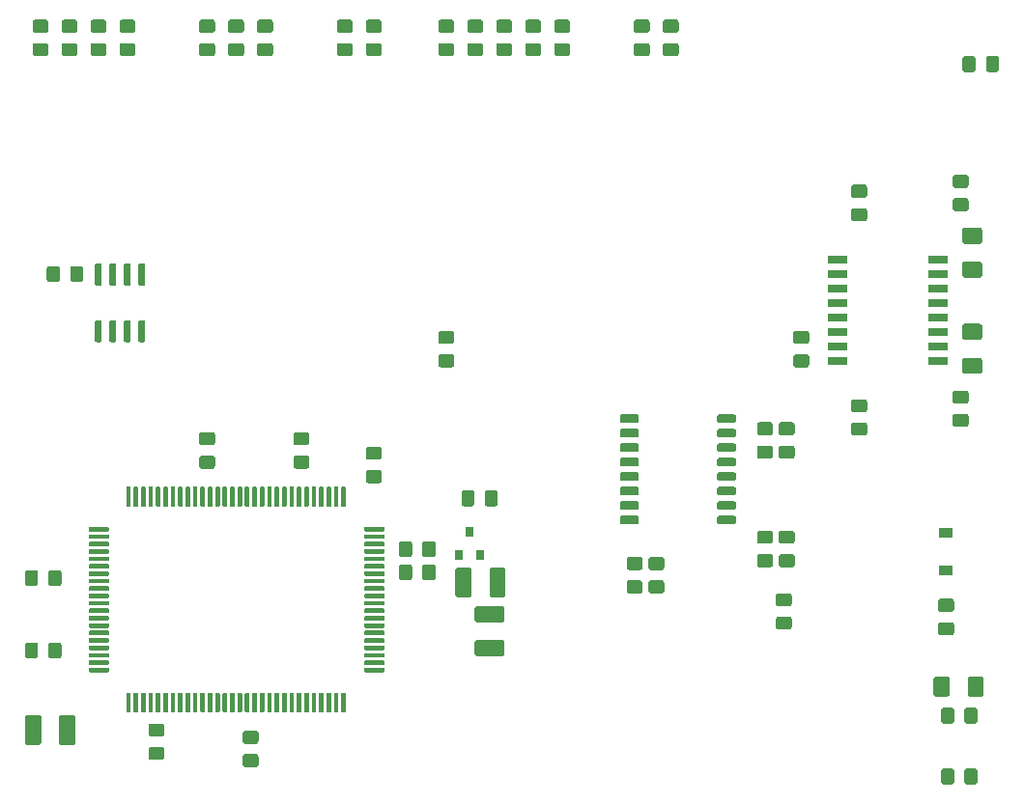
<source format=gbr>
G04 #@! TF.GenerationSoftware,KiCad,Pcbnew,(5.1.5)-3*
G04 #@! TF.CreationDate,2021-04-16T15:35:43+02:00*
G04 #@! TF.ProjectId,NE2000,4e453230-3030-42e6-9b69-6361645f7063,rev?*
G04 #@! TF.SameCoordinates,Original*
G04 #@! TF.FileFunction,Paste,Top*
G04 #@! TF.FilePolarity,Positive*
%FSLAX46Y46*%
G04 Gerber Fmt 4.6, Leading zero omitted, Abs format (unit mm)*
G04 Created by KiCad (PCBNEW (5.1.5)-3) date 2021-04-16 15:35:43*
%MOMM*%
%LPD*%
G04 APERTURE LIST*
%ADD10C,0.100000*%
%ADD11R,0.800000X0.900000*%
%ADD12R,1.200000X0.900000*%
%ADD13R,1.700000X0.760000*%
G04 APERTURE END LIST*
D10*
G36*
X154908505Y-98488204D02*
G01*
X154932773Y-98491804D01*
X154956572Y-98497765D01*
X154979671Y-98506030D01*
X155001850Y-98516520D01*
X155022893Y-98529132D01*
X155042599Y-98543747D01*
X155060777Y-98560223D01*
X155077253Y-98578401D01*
X155091868Y-98598107D01*
X155104480Y-98619150D01*
X155114970Y-98641329D01*
X155123235Y-98664428D01*
X155129196Y-98688227D01*
X155132796Y-98712495D01*
X155134000Y-98736999D01*
X155134000Y-99637001D01*
X155132796Y-99661505D01*
X155129196Y-99685773D01*
X155123235Y-99709572D01*
X155114970Y-99732671D01*
X155104480Y-99754850D01*
X155091868Y-99775893D01*
X155077253Y-99795599D01*
X155060777Y-99813777D01*
X155042599Y-99830253D01*
X155022893Y-99844868D01*
X155001850Y-99857480D01*
X154979671Y-99867970D01*
X154956572Y-99876235D01*
X154932773Y-99882196D01*
X154908505Y-99885796D01*
X154884001Y-99887000D01*
X154233999Y-99887000D01*
X154209495Y-99885796D01*
X154185227Y-99882196D01*
X154161428Y-99876235D01*
X154138329Y-99867970D01*
X154116150Y-99857480D01*
X154095107Y-99844868D01*
X154075401Y-99830253D01*
X154057223Y-99813777D01*
X154040747Y-99795599D01*
X154026132Y-99775893D01*
X154013520Y-99754850D01*
X154003030Y-99732671D01*
X153994765Y-99709572D01*
X153988804Y-99685773D01*
X153985204Y-99661505D01*
X153984000Y-99637001D01*
X153984000Y-98736999D01*
X153985204Y-98712495D01*
X153988804Y-98688227D01*
X153994765Y-98664428D01*
X154003030Y-98641329D01*
X154013520Y-98619150D01*
X154026132Y-98598107D01*
X154040747Y-98578401D01*
X154057223Y-98560223D01*
X154075401Y-98543747D01*
X154095107Y-98529132D01*
X154116150Y-98516520D01*
X154138329Y-98506030D01*
X154161428Y-98497765D01*
X154185227Y-98491804D01*
X154209495Y-98488204D01*
X154233999Y-98487000D01*
X154884001Y-98487000D01*
X154908505Y-98488204D01*
G37*
G36*
X156958505Y-98488204D02*
G01*
X156982773Y-98491804D01*
X157006572Y-98497765D01*
X157029671Y-98506030D01*
X157051850Y-98516520D01*
X157072893Y-98529132D01*
X157092599Y-98543747D01*
X157110777Y-98560223D01*
X157127253Y-98578401D01*
X157141868Y-98598107D01*
X157154480Y-98619150D01*
X157164970Y-98641329D01*
X157173235Y-98664428D01*
X157179196Y-98688227D01*
X157182796Y-98712495D01*
X157184000Y-98736999D01*
X157184000Y-99637001D01*
X157182796Y-99661505D01*
X157179196Y-99685773D01*
X157173235Y-99709572D01*
X157164970Y-99732671D01*
X157154480Y-99754850D01*
X157141868Y-99775893D01*
X157127253Y-99795599D01*
X157110777Y-99813777D01*
X157092599Y-99830253D01*
X157072893Y-99844868D01*
X157051850Y-99857480D01*
X157029671Y-99867970D01*
X157006572Y-99876235D01*
X156982773Y-99882196D01*
X156958505Y-99885796D01*
X156934001Y-99887000D01*
X156283999Y-99887000D01*
X156259495Y-99885796D01*
X156235227Y-99882196D01*
X156211428Y-99876235D01*
X156188329Y-99867970D01*
X156166150Y-99857480D01*
X156145107Y-99844868D01*
X156125401Y-99830253D01*
X156107223Y-99813777D01*
X156090747Y-99795599D01*
X156076132Y-99775893D01*
X156063520Y-99754850D01*
X156053030Y-99732671D01*
X156044765Y-99709572D01*
X156038804Y-99685773D01*
X156035204Y-99661505D01*
X156034000Y-99637001D01*
X156034000Y-98736999D01*
X156035204Y-98712495D01*
X156038804Y-98688227D01*
X156044765Y-98664428D01*
X156053030Y-98641329D01*
X156063520Y-98619150D01*
X156076132Y-98598107D01*
X156090747Y-98578401D01*
X156107223Y-98560223D01*
X156125401Y-98543747D01*
X156145107Y-98529132D01*
X156166150Y-98516520D01*
X156188329Y-98506030D01*
X156211428Y-98497765D01*
X156235227Y-98491804D01*
X156259495Y-98488204D01*
X156283999Y-98487000D01*
X156934001Y-98487000D01*
X156958505Y-98488204D01*
G37*
D11*
X160147000Y-95647000D03*
X161097000Y-97647000D03*
X159197000Y-97647000D03*
D10*
G36*
X204865504Y-68957704D02*
G01*
X204889773Y-68961304D01*
X204913571Y-68967265D01*
X204936671Y-68975530D01*
X204958849Y-68986020D01*
X204979893Y-68998633D01*
X204999598Y-69013247D01*
X205017777Y-69029723D01*
X205034253Y-69047902D01*
X205048867Y-69067607D01*
X205061480Y-69088651D01*
X205071970Y-69110829D01*
X205080235Y-69133929D01*
X205086196Y-69157727D01*
X205089796Y-69181996D01*
X205091000Y-69206500D01*
X205091000Y-70131500D01*
X205089796Y-70156004D01*
X205086196Y-70180273D01*
X205080235Y-70204071D01*
X205071970Y-70227171D01*
X205061480Y-70249349D01*
X205048867Y-70270393D01*
X205034253Y-70290098D01*
X205017777Y-70308277D01*
X204999598Y-70324753D01*
X204979893Y-70339367D01*
X204958849Y-70351980D01*
X204936671Y-70362470D01*
X204913571Y-70370735D01*
X204889773Y-70376696D01*
X204865504Y-70380296D01*
X204841000Y-70381500D01*
X203591000Y-70381500D01*
X203566496Y-70380296D01*
X203542227Y-70376696D01*
X203518429Y-70370735D01*
X203495329Y-70362470D01*
X203473151Y-70351980D01*
X203452107Y-70339367D01*
X203432402Y-70324753D01*
X203414223Y-70308277D01*
X203397747Y-70290098D01*
X203383133Y-70270393D01*
X203370520Y-70249349D01*
X203360030Y-70227171D01*
X203351765Y-70204071D01*
X203345804Y-70180273D01*
X203342204Y-70156004D01*
X203341000Y-70131500D01*
X203341000Y-69206500D01*
X203342204Y-69181996D01*
X203345804Y-69157727D01*
X203351765Y-69133929D01*
X203360030Y-69110829D01*
X203370520Y-69088651D01*
X203383133Y-69067607D01*
X203397747Y-69047902D01*
X203414223Y-69029723D01*
X203432402Y-69013247D01*
X203452107Y-68998633D01*
X203473151Y-68986020D01*
X203495329Y-68975530D01*
X203518429Y-68967265D01*
X203542227Y-68961304D01*
X203566496Y-68957704D01*
X203591000Y-68956500D01*
X204841000Y-68956500D01*
X204865504Y-68957704D01*
G37*
G36*
X204865504Y-71932704D02*
G01*
X204889773Y-71936304D01*
X204913571Y-71942265D01*
X204936671Y-71950530D01*
X204958849Y-71961020D01*
X204979893Y-71973633D01*
X204999598Y-71988247D01*
X205017777Y-72004723D01*
X205034253Y-72022902D01*
X205048867Y-72042607D01*
X205061480Y-72063651D01*
X205071970Y-72085829D01*
X205080235Y-72108929D01*
X205086196Y-72132727D01*
X205089796Y-72156996D01*
X205091000Y-72181500D01*
X205091000Y-73106500D01*
X205089796Y-73131004D01*
X205086196Y-73155273D01*
X205080235Y-73179071D01*
X205071970Y-73202171D01*
X205061480Y-73224349D01*
X205048867Y-73245393D01*
X205034253Y-73265098D01*
X205017777Y-73283277D01*
X204999598Y-73299753D01*
X204979893Y-73314367D01*
X204958849Y-73326980D01*
X204936671Y-73337470D01*
X204913571Y-73345735D01*
X204889773Y-73351696D01*
X204865504Y-73355296D01*
X204841000Y-73356500D01*
X203591000Y-73356500D01*
X203566496Y-73355296D01*
X203542227Y-73351696D01*
X203518429Y-73345735D01*
X203495329Y-73337470D01*
X203473151Y-73326980D01*
X203452107Y-73314367D01*
X203432402Y-73299753D01*
X203414223Y-73283277D01*
X203397747Y-73265098D01*
X203383133Y-73245393D01*
X203370520Y-73224349D01*
X203360030Y-73202171D01*
X203351765Y-73179071D01*
X203345804Y-73155273D01*
X203342204Y-73131004D01*
X203341000Y-73106500D01*
X203341000Y-72181500D01*
X203342204Y-72156996D01*
X203345804Y-72132727D01*
X203351765Y-72108929D01*
X203360030Y-72085829D01*
X203370520Y-72063651D01*
X203383133Y-72042607D01*
X203397747Y-72022902D01*
X203414223Y-72004723D01*
X203432402Y-71988247D01*
X203452107Y-71973633D01*
X203473151Y-71961020D01*
X203495329Y-71950530D01*
X203518429Y-71942265D01*
X203542227Y-71936304D01*
X203566496Y-71932704D01*
X203591000Y-71931500D01*
X204841000Y-71931500D01*
X204865504Y-71932704D01*
G37*
G36*
X204865504Y-80368704D02*
G01*
X204889773Y-80372304D01*
X204913571Y-80378265D01*
X204936671Y-80386530D01*
X204958849Y-80397020D01*
X204979893Y-80409633D01*
X204999598Y-80424247D01*
X205017777Y-80440723D01*
X205034253Y-80458902D01*
X205048867Y-80478607D01*
X205061480Y-80499651D01*
X205071970Y-80521829D01*
X205080235Y-80544929D01*
X205086196Y-80568727D01*
X205089796Y-80592996D01*
X205091000Y-80617500D01*
X205091000Y-81542500D01*
X205089796Y-81567004D01*
X205086196Y-81591273D01*
X205080235Y-81615071D01*
X205071970Y-81638171D01*
X205061480Y-81660349D01*
X205048867Y-81681393D01*
X205034253Y-81701098D01*
X205017777Y-81719277D01*
X204999598Y-81735753D01*
X204979893Y-81750367D01*
X204958849Y-81762980D01*
X204936671Y-81773470D01*
X204913571Y-81781735D01*
X204889773Y-81787696D01*
X204865504Y-81791296D01*
X204841000Y-81792500D01*
X203591000Y-81792500D01*
X203566496Y-81791296D01*
X203542227Y-81787696D01*
X203518429Y-81781735D01*
X203495329Y-81773470D01*
X203473151Y-81762980D01*
X203452107Y-81750367D01*
X203432402Y-81735753D01*
X203414223Y-81719277D01*
X203397747Y-81701098D01*
X203383133Y-81681393D01*
X203370520Y-81660349D01*
X203360030Y-81638171D01*
X203351765Y-81615071D01*
X203345804Y-81591273D01*
X203342204Y-81567004D01*
X203341000Y-81542500D01*
X203341000Y-80617500D01*
X203342204Y-80592996D01*
X203345804Y-80568727D01*
X203351765Y-80544929D01*
X203360030Y-80521829D01*
X203370520Y-80499651D01*
X203383133Y-80478607D01*
X203397747Y-80458902D01*
X203414223Y-80440723D01*
X203432402Y-80424247D01*
X203452107Y-80409633D01*
X203473151Y-80397020D01*
X203495329Y-80386530D01*
X203518429Y-80378265D01*
X203542227Y-80372304D01*
X203566496Y-80368704D01*
X203591000Y-80367500D01*
X204841000Y-80367500D01*
X204865504Y-80368704D01*
G37*
G36*
X204865504Y-77393704D02*
G01*
X204889773Y-77397304D01*
X204913571Y-77403265D01*
X204936671Y-77411530D01*
X204958849Y-77422020D01*
X204979893Y-77434633D01*
X204999598Y-77449247D01*
X205017777Y-77465723D01*
X205034253Y-77483902D01*
X205048867Y-77503607D01*
X205061480Y-77524651D01*
X205071970Y-77546829D01*
X205080235Y-77569929D01*
X205086196Y-77593727D01*
X205089796Y-77617996D01*
X205091000Y-77642500D01*
X205091000Y-78567500D01*
X205089796Y-78592004D01*
X205086196Y-78616273D01*
X205080235Y-78640071D01*
X205071970Y-78663171D01*
X205061480Y-78685349D01*
X205048867Y-78706393D01*
X205034253Y-78726098D01*
X205017777Y-78744277D01*
X204999598Y-78760753D01*
X204979893Y-78775367D01*
X204958849Y-78787980D01*
X204936671Y-78798470D01*
X204913571Y-78806735D01*
X204889773Y-78812696D01*
X204865504Y-78816296D01*
X204841000Y-78817500D01*
X203591000Y-78817500D01*
X203566496Y-78816296D01*
X203542227Y-78812696D01*
X203518429Y-78806735D01*
X203495329Y-78798470D01*
X203473151Y-78787980D01*
X203452107Y-78775367D01*
X203432402Y-78760753D01*
X203414223Y-78744277D01*
X203397747Y-78726098D01*
X203383133Y-78706393D01*
X203370520Y-78685349D01*
X203360030Y-78663171D01*
X203351765Y-78640071D01*
X203345804Y-78616273D01*
X203342204Y-78592004D01*
X203341000Y-78567500D01*
X203341000Y-77642500D01*
X203342204Y-77617996D01*
X203345804Y-77593727D01*
X203351765Y-77569929D01*
X203360030Y-77546829D01*
X203370520Y-77524651D01*
X203383133Y-77503607D01*
X203397747Y-77483902D01*
X203414223Y-77465723D01*
X203432402Y-77449247D01*
X203452107Y-77434633D01*
X203473151Y-77422020D01*
X203495329Y-77411530D01*
X203518429Y-77403265D01*
X203542227Y-77397304D01*
X203566496Y-77393704D01*
X203591000Y-77392500D01*
X204841000Y-77392500D01*
X204865504Y-77393704D01*
G37*
G36*
X194784505Y-84008204D02*
G01*
X194808773Y-84011804D01*
X194832572Y-84017765D01*
X194855671Y-84026030D01*
X194877850Y-84036520D01*
X194898893Y-84049132D01*
X194918599Y-84063747D01*
X194936777Y-84080223D01*
X194953253Y-84098401D01*
X194967868Y-84118107D01*
X194980480Y-84139150D01*
X194990970Y-84161329D01*
X194999235Y-84184428D01*
X195005196Y-84208227D01*
X195008796Y-84232495D01*
X195010000Y-84256999D01*
X195010000Y-84907001D01*
X195008796Y-84931505D01*
X195005196Y-84955773D01*
X194999235Y-84979572D01*
X194990970Y-85002671D01*
X194980480Y-85024850D01*
X194967868Y-85045893D01*
X194953253Y-85065599D01*
X194936777Y-85083777D01*
X194918599Y-85100253D01*
X194898893Y-85114868D01*
X194877850Y-85127480D01*
X194855671Y-85137970D01*
X194832572Y-85146235D01*
X194808773Y-85152196D01*
X194784505Y-85155796D01*
X194760001Y-85157000D01*
X193859999Y-85157000D01*
X193835495Y-85155796D01*
X193811227Y-85152196D01*
X193787428Y-85146235D01*
X193764329Y-85137970D01*
X193742150Y-85127480D01*
X193721107Y-85114868D01*
X193701401Y-85100253D01*
X193683223Y-85083777D01*
X193666747Y-85065599D01*
X193652132Y-85045893D01*
X193639520Y-85024850D01*
X193629030Y-85002671D01*
X193620765Y-84979572D01*
X193614804Y-84955773D01*
X193611204Y-84931505D01*
X193610000Y-84907001D01*
X193610000Y-84256999D01*
X193611204Y-84232495D01*
X193614804Y-84208227D01*
X193620765Y-84184428D01*
X193629030Y-84161329D01*
X193639520Y-84139150D01*
X193652132Y-84118107D01*
X193666747Y-84098401D01*
X193683223Y-84080223D01*
X193701401Y-84063747D01*
X193721107Y-84049132D01*
X193742150Y-84036520D01*
X193764329Y-84026030D01*
X193787428Y-84017765D01*
X193811227Y-84011804D01*
X193835495Y-84008204D01*
X193859999Y-84007000D01*
X194760001Y-84007000D01*
X194784505Y-84008204D01*
G37*
G36*
X194784505Y-86058204D02*
G01*
X194808773Y-86061804D01*
X194832572Y-86067765D01*
X194855671Y-86076030D01*
X194877850Y-86086520D01*
X194898893Y-86099132D01*
X194918599Y-86113747D01*
X194936777Y-86130223D01*
X194953253Y-86148401D01*
X194967868Y-86168107D01*
X194980480Y-86189150D01*
X194990970Y-86211329D01*
X194999235Y-86234428D01*
X195005196Y-86258227D01*
X195008796Y-86282495D01*
X195010000Y-86306999D01*
X195010000Y-86957001D01*
X195008796Y-86981505D01*
X195005196Y-87005773D01*
X194999235Y-87029572D01*
X194990970Y-87052671D01*
X194980480Y-87074850D01*
X194967868Y-87095893D01*
X194953253Y-87115599D01*
X194936777Y-87133777D01*
X194918599Y-87150253D01*
X194898893Y-87164868D01*
X194877850Y-87177480D01*
X194855671Y-87187970D01*
X194832572Y-87196235D01*
X194808773Y-87202196D01*
X194784505Y-87205796D01*
X194760001Y-87207000D01*
X193859999Y-87207000D01*
X193835495Y-87205796D01*
X193811227Y-87202196D01*
X193787428Y-87196235D01*
X193764329Y-87187970D01*
X193742150Y-87177480D01*
X193721107Y-87164868D01*
X193701401Y-87150253D01*
X193683223Y-87133777D01*
X193666747Y-87115599D01*
X193652132Y-87095893D01*
X193639520Y-87074850D01*
X193629030Y-87052671D01*
X193620765Y-87029572D01*
X193614804Y-87005773D01*
X193611204Y-86981505D01*
X193610000Y-86957001D01*
X193610000Y-86306999D01*
X193611204Y-86282495D01*
X193614804Y-86258227D01*
X193620765Y-86234428D01*
X193629030Y-86211329D01*
X193639520Y-86189150D01*
X193652132Y-86168107D01*
X193666747Y-86148401D01*
X193683223Y-86130223D01*
X193701401Y-86113747D01*
X193721107Y-86099132D01*
X193742150Y-86086520D01*
X193764329Y-86076030D01*
X193787428Y-86067765D01*
X193811227Y-86061804D01*
X193835495Y-86058204D01*
X193859999Y-86057000D01*
X194760001Y-86057000D01*
X194784505Y-86058204D01*
G37*
G36*
X194784505Y-65194204D02*
G01*
X194808773Y-65197804D01*
X194832572Y-65203765D01*
X194855671Y-65212030D01*
X194877850Y-65222520D01*
X194898893Y-65235132D01*
X194918599Y-65249747D01*
X194936777Y-65266223D01*
X194953253Y-65284401D01*
X194967868Y-65304107D01*
X194980480Y-65325150D01*
X194990970Y-65347329D01*
X194999235Y-65370428D01*
X195005196Y-65394227D01*
X195008796Y-65418495D01*
X195010000Y-65442999D01*
X195010000Y-66093001D01*
X195008796Y-66117505D01*
X195005196Y-66141773D01*
X194999235Y-66165572D01*
X194990970Y-66188671D01*
X194980480Y-66210850D01*
X194967868Y-66231893D01*
X194953253Y-66251599D01*
X194936777Y-66269777D01*
X194918599Y-66286253D01*
X194898893Y-66300868D01*
X194877850Y-66313480D01*
X194855671Y-66323970D01*
X194832572Y-66332235D01*
X194808773Y-66338196D01*
X194784505Y-66341796D01*
X194760001Y-66343000D01*
X193859999Y-66343000D01*
X193835495Y-66341796D01*
X193811227Y-66338196D01*
X193787428Y-66332235D01*
X193764329Y-66323970D01*
X193742150Y-66313480D01*
X193721107Y-66300868D01*
X193701401Y-66286253D01*
X193683223Y-66269777D01*
X193666747Y-66251599D01*
X193652132Y-66231893D01*
X193639520Y-66210850D01*
X193629030Y-66188671D01*
X193620765Y-66165572D01*
X193614804Y-66141773D01*
X193611204Y-66117505D01*
X193610000Y-66093001D01*
X193610000Y-65442999D01*
X193611204Y-65418495D01*
X193614804Y-65394227D01*
X193620765Y-65370428D01*
X193629030Y-65347329D01*
X193639520Y-65325150D01*
X193652132Y-65304107D01*
X193666747Y-65284401D01*
X193683223Y-65266223D01*
X193701401Y-65249747D01*
X193721107Y-65235132D01*
X193742150Y-65222520D01*
X193764329Y-65212030D01*
X193787428Y-65203765D01*
X193811227Y-65197804D01*
X193835495Y-65194204D01*
X193859999Y-65193000D01*
X194760001Y-65193000D01*
X194784505Y-65194204D01*
G37*
G36*
X194784505Y-67244204D02*
G01*
X194808773Y-67247804D01*
X194832572Y-67253765D01*
X194855671Y-67262030D01*
X194877850Y-67272520D01*
X194898893Y-67285132D01*
X194918599Y-67299747D01*
X194936777Y-67316223D01*
X194953253Y-67334401D01*
X194967868Y-67354107D01*
X194980480Y-67375150D01*
X194990970Y-67397329D01*
X194999235Y-67420428D01*
X195005196Y-67444227D01*
X195008796Y-67468495D01*
X195010000Y-67492999D01*
X195010000Y-68143001D01*
X195008796Y-68167505D01*
X195005196Y-68191773D01*
X194999235Y-68215572D01*
X194990970Y-68238671D01*
X194980480Y-68260850D01*
X194967868Y-68281893D01*
X194953253Y-68301599D01*
X194936777Y-68319777D01*
X194918599Y-68336253D01*
X194898893Y-68350868D01*
X194877850Y-68363480D01*
X194855671Y-68373970D01*
X194832572Y-68382235D01*
X194808773Y-68388196D01*
X194784505Y-68391796D01*
X194760001Y-68393000D01*
X193859999Y-68393000D01*
X193835495Y-68391796D01*
X193811227Y-68388196D01*
X193787428Y-68382235D01*
X193764329Y-68373970D01*
X193742150Y-68363480D01*
X193721107Y-68350868D01*
X193701401Y-68336253D01*
X193683223Y-68319777D01*
X193666747Y-68301599D01*
X193652132Y-68281893D01*
X193639520Y-68260850D01*
X193629030Y-68238671D01*
X193620765Y-68215572D01*
X193614804Y-68191773D01*
X193611204Y-68167505D01*
X193610000Y-68143001D01*
X193610000Y-67492999D01*
X193611204Y-67468495D01*
X193614804Y-67444227D01*
X193620765Y-67420428D01*
X193629030Y-67397329D01*
X193639520Y-67375150D01*
X193652132Y-67354107D01*
X193666747Y-67334401D01*
X193683223Y-67316223D01*
X193701401Y-67299747D01*
X193721107Y-67285132D01*
X193742150Y-67272520D01*
X193764329Y-67262030D01*
X193787428Y-67253765D01*
X193811227Y-67247804D01*
X193835495Y-67244204D01*
X193859999Y-67243000D01*
X194760001Y-67243000D01*
X194784505Y-67244204D01*
G37*
G36*
X204456505Y-111061204D02*
G01*
X204480773Y-111064804D01*
X204504572Y-111070765D01*
X204527671Y-111079030D01*
X204549850Y-111089520D01*
X204570893Y-111102132D01*
X204590599Y-111116747D01*
X204608777Y-111133223D01*
X204625253Y-111151401D01*
X204639868Y-111171107D01*
X204652480Y-111192150D01*
X204662970Y-111214329D01*
X204671235Y-111237428D01*
X204677196Y-111261227D01*
X204680796Y-111285495D01*
X204682000Y-111309999D01*
X204682000Y-112210001D01*
X204680796Y-112234505D01*
X204677196Y-112258773D01*
X204671235Y-112282572D01*
X204662970Y-112305671D01*
X204652480Y-112327850D01*
X204639868Y-112348893D01*
X204625253Y-112368599D01*
X204608777Y-112386777D01*
X204590599Y-112403253D01*
X204570893Y-112417868D01*
X204549850Y-112430480D01*
X204527671Y-112440970D01*
X204504572Y-112449235D01*
X204480773Y-112455196D01*
X204456505Y-112458796D01*
X204432001Y-112460000D01*
X203781999Y-112460000D01*
X203757495Y-112458796D01*
X203733227Y-112455196D01*
X203709428Y-112449235D01*
X203686329Y-112440970D01*
X203664150Y-112430480D01*
X203643107Y-112417868D01*
X203623401Y-112403253D01*
X203605223Y-112386777D01*
X203588747Y-112368599D01*
X203574132Y-112348893D01*
X203561520Y-112327850D01*
X203551030Y-112305671D01*
X203542765Y-112282572D01*
X203536804Y-112258773D01*
X203533204Y-112234505D01*
X203532000Y-112210001D01*
X203532000Y-111309999D01*
X203533204Y-111285495D01*
X203536804Y-111261227D01*
X203542765Y-111237428D01*
X203551030Y-111214329D01*
X203561520Y-111192150D01*
X203574132Y-111171107D01*
X203588747Y-111151401D01*
X203605223Y-111133223D01*
X203623401Y-111116747D01*
X203643107Y-111102132D01*
X203664150Y-111089520D01*
X203686329Y-111079030D01*
X203709428Y-111070765D01*
X203733227Y-111064804D01*
X203757495Y-111061204D01*
X203781999Y-111060000D01*
X204432001Y-111060000D01*
X204456505Y-111061204D01*
G37*
G36*
X202406505Y-111061204D02*
G01*
X202430773Y-111064804D01*
X202454572Y-111070765D01*
X202477671Y-111079030D01*
X202499850Y-111089520D01*
X202520893Y-111102132D01*
X202540599Y-111116747D01*
X202558777Y-111133223D01*
X202575253Y-111151401D01*
X202589868Y-111171107D01*
X202602480Y-111192150D01*
X202612970Y-111214329D01*
X202621235Y-111237428D01*
X202627196Y-111261227D01*
X202630796Y-111285495D01*
X202632000Y-111309999D01*
X202632000Y-112210001D01*
X202630796Y-112234505D01*
X202627196Y-112258773D01*
X202621235Y-112282572D01*
X202612970Y-112305671D01*
X202602480Y-112327850D01*
X202589868Y-112348893D01*
X202575253Y-112368599D01*
X202558777Y-112386777D01*
X202540599Y-112403253D01*
X202520893Y-112417868D01*
X202499850Y-112430480D01*
X202477671Y-112440970D01*
X202454572Y-112449235D01*
X202430773Y-112455196D01*
X202406505Y-112458796D01*
X202382001Y-112460000D01*
X201731999Y-112460000D01*
X201707495Y-112458796D01*
X201683227Y-112455196D01*
X201659428Y-112449235D01*
X201636329Y-112440970D01*
X201614150Y-112430480D01*
X201593107Y-112417868D01*
X201573401Y-112403253D01*
X201555223Y-112386777D01*
X201538747Y-112368599D01*
X201524132Y-112348893D01*
X201511520Y-112327850D01*
X201501030Y-112305671D01*
X201492765Y-112282572D01*
X201486804Y-112258773D01*
X201483204Y-112234505D01*
X201482000Y-112210001D01*
X201482000Y-111309999D01*
X201483204Y-111285495D01*
X201486804Y-111261227D01*
X201492765Y-111237428D01*
X201501030Y-111214329D01*
X201511520Y-111192150D01*
X201524132Y-111171107D01*
X201538747Y-111151401D01*
X201555223Y-111133223D01*
X201573401Y-111116747D01*
X201593107Y-111102132D01*
X201614150Y-111089520D01*
X201636329Y-111079030D01*
X201659428Y-111070765D01*
X201683227Y-111064804D01*
X201707495Y-111061204D01*
X201731999Y-111060000D01*
X202382001Y-111060000D01*
X202406505Y-111061204D01*
G37*
G36*
X202406505Y-116395204D02*
G01*
X202430773Y-116398804D01*
X202454572Y-116404765D01*
X202477671Y-116413030D01*
X202499850Y-116423520D01*
X202520893Y-116436132D01*
X202540599Y-116450747D01*
X202558777Y-116467223D01*
X202575253Y-116485401D01*
X202589868Y-116505107D01*
X202602480Y-116526150D01*
X202612970Y-116548329D01*
X202621235Y-116571428D01*
X202627196Y-116595227D01*
X202630796Y-116619495D01*
X202632000Y-116643999D01*
X202632000Y-117544001D01*
X202630796Y-117568505D01*
X202627196Y-117592773D01*
X202621235Y-117616572D01*
X202612970Y-117639671D01*
X202602480Y-117661850D01*
X202589868Y-117682893D01*
X202575253Y-117702599D01*
X202558777Y-117720777D01*
X202540599Y-117737253D01*
X202520893Y-117751868D01*
X202499850Y-117764480D01*
X202477671Y-117774970D01*
X202454572Y-117783235D01*
X202430773Y-117789196D01*
X202406505Y-117792796D01*
X202382001Y-117794000D01*
X201731999Y-117794000D01*
X201707495Y-117792796D01*
X201683227Y-117789196D01*
X201659428Y-117783235D01*
X201636329Y-117774970D01*
X201614150Y-117764480D01*
X201593107Y-117751868D01*
X201573401Y-117737253D01*
X201555223Y-117720777D01*
X201538747Y-117702599D01*
X201524132Y-117682893D01*
X201511520Y-117661850D01*
X201501030Y-117639671D01*
X201492765Y-117616572D01*
X201486804Y-117592773D01*
X201483204Y-117568505D01*
X201482000Y-117544001D01*
X201482000Y-116643999D01*
X201483204Y-116619495D01*
X201486804Y-116595227D01*
X201492765Y-116571428D01*
X201501030Y-116548329D01*
X201511520Y-116526150D01*
X201524132Y-116505107D01*
X201538747Y-116485401D01*
X201555223Y-116467223D01*
X201573401Y-116450747D01*
X201593107Y-116436132D01*
X201614150Y-116423520D01*
X201636329Y-116413030D01*
X201659428Y-116404765D01*
X201683227Y-116398804D01*
X201707495Y-116395204D01*
X201731999Y-116394000D01*
X202382001Y-116394000D01*
X202406505Y-116395204D01*
G37*
G36*
X204456505Y-116395204D02*
G01*
X204480773Y-116398804D01*
X204504572Y-116404765D01*
X204527671Y-116413030D01*
X204549850Y-116423520D01*
X204570893Y-116436132D01*
X204590599Y-116450747D01*
X204608777Y-116467223D01*
X204625253Y-116485401D01*
X204639868Y-116505107D01*
X204652480Y-116526150D01*
X204662970Y-116548329D01*
X204671235Y-116571428D01*
X204677196Y-116595227D01*
X204680796Y-116619495D01*
X204682000Y-116643999D01*
X204682000Y-117544001D01*
X204680796Y-117568505D01*
X204677196Y-117592773D01*
X204671235Y-117616572D01*
X204662970Y-117639671D01*
X204652480Y-117661850D01*
X204639868Y-117682893D01*
X204625253Y-117702599D01*
X204608777Y-117720777D01*
X204590599Y-117737253D01*
X204570893Y-117751868D01*
X204549850Y-117764480D01*
X204527671Y-117774970D01*
X204504572Y-117783235D01*
X204480773Y-117789196D01*
X204456505Y-117792796D01*
X204432001Y-117794000D01*
X203781999Y-117794000D01*
X203757495Y-117792796D01*
X203733227Y-117789196D01*
X203709428Y-117783235D01*
X203686329Y-117774970D01*
X203664150Y-117764480D01*
X203643107Y-117751868D01*
X203623401Y-117737253D01*
X203605223Y-117720777D01*
X203588747Y-117702599D01*
X203574132Y-117682893D01*
X203561520Y-117661850D01*
X203551030Y-117639671D01*
X203542765Y-117616572D01*
X203536804Y-117592773D01*
X203533204Y-117568505D01*
X203532000Y-117544001D01*
X203532000Y-116643999D01*
X203533204Y-116619495D01*
X203536804Y-116595227D01*
X203542765Y-116571428D01*
X203551030Y-116548329D01*
X203561520Y-116526150D01*
X203574132Y-116505107D01*
X203588747Y-116485401D01*
X203605223Y-116467223D01*
X203623401Y-116450747D01*
X203643107Y-116436132D01*
X203664150Y-116423520D01*
X203686329Y-116413030D01*
X203709428Y-116404765D01*
X203733227Y-116398804D01*
X203757495Y-116395204D01*
X203781999Y-116394000D01*
X204432001Y-116394000D01*
X204456505Y-116395204D01*
G37*
G36*
X204293505Y-53911204D02*
G01*
X204317773Y-53914804D01*
X204341572Y-53920765D01*
X204364671Y-53929030D01*
X204386850Y-53939520D01*
X204407893Y-53952132D01*
X204427599Y-53966747D01*
X204445777Y-53983223D01*
X204462253Y-54001401D01*
X204476868Y-54021107D01*
X204489480Y-54042150D01*
X204499970Y-54064329D01*
X204508235Y-54087428D01*
X204514196Y-54111227D01*
X204517796Y-54135495D01*
X204519000Y-54159999D01*
X204519000Y-55060001D01*
X204517796Y-55084505D01*
X204514196Y-55108773D01*
X204508235Y-55132572D01*
X204499970Y-55155671D01*
X204489480Y-55177850D01*
X204476868Y-55198893D01*
X204462253Y-55218599D01*
X204445777Y-55236777D01*
X204427599Y-55253253D01*
X204407893Y-55267868D01*
X204386850Y-55280480D01*
X204364671Y-55290970D01*
X204341572Y-55299235D01*
X204317773Y-55305196D01*
X204293505Y-55308796D01*
X204269001Y-55310000D01*
X203618999Y-55310000D01*
X203594495Y-55308796D01*
X203570227Y-55305196D01*
X203546428Y-55299235D01*
X203523329Y-55290970D01*
X203501150Y-55280480D01*
X203480107Y-55267868D01*
X203460401Y-55253253D01*
X203442223Y-55236777D01*
X203425747Y-55218599D01*
X203411132Y-55198893D01*
X203398520Y-55177850D01*
X203388030Y-55155671D01*
X203379765Y-55132572D01*
X203373804Y-55108773D01*
X203370204Y-55084505D01*
X203369000Y-55060001D01*
X203369000Y-54159999D01*
X203370204Y-54135495D01*
X203373804Y-54111227D01*
X203379765Y-54087428D01*
X203388030Y-54064329D01*
X203398520Y-54042150D01*
X203411132Y-54021107D01*
X203425747Y-54001401D01*
X203442223Y-53983223D01*
X203460401Y-53966747D01*
X203480107Y-53952132D01*
X203501150Y-53939520D01*
X203523329Y-53929030D01*
X203546428Y-53920765D01*
X203570227Y-53914804D01*
X203594495Y-53911204D01*
X203618999Y-53910000D01*
X204269001Y-53910000D01*
X204293505Y-53911204D01*
G37*
G36*
X206343505Y-53911204D02*
G01*
X206367773Y-53914804D01*
X206391572Y-53920765D01*
X206414671Y-53929030D01*
X206436850Y-53939520D01*
X206457893Y-53952132D01*
X206477599Y-53966747D01*
X206495777Y-53983223D01*
X206512253Y-54001401D01*
X206526868Y-54021107D01*
X206539480Y-54042150D01*
X206549970Y-54064329D01*
X206558235Y-54087428D01*
X206564196Y-54111227D01*
X206567796Y-54135495D01*
X206569000Y-54159999D01*
X206569000Y-55060001D01*
X206567796Y-55084505D01*
X206564196Y-55108773D01*
X206558235Y-55132572D01*
X206549970Y-55155671D01*
X206539480Y-55177850D01*
X206526868Y-55198893D01*
X206512253Y-55218599D01*
X206495777Y-55236777D01*
X206477599Y-55253253D01*
X206457893Y-55267868D01*
X206436850Y-55280480D01*
X206414671Y-55290970D01*
X206391572Y-55299235D01*
X206367773Y-55305196D01*
X206343505Y-55308796D01*
X206319001Y-55310000D01*
X205668999Y-55310000D01*
X205644495Y-55308796D01*
X205620227Y-55305196D01*
X205596428Y-55299235D01*
X205573329Y-55290970D01*
X205551150Y-55280480D01*
X205530107Y-55267868D01*
X205510401Y-55253253D01*
X205492223Y-55236777D01*
X205475747Y-55218599D01*
X205461132Y-55198893D01*
X205448520Y-55177850D01*
X205438030Y-55155671D01*
X205429765Y-55132572D01*
X205423804Y-55108773D01*
X205420204Y-55084505D01*
X205419000Y-55060001D01*
X205419000Y-54159999D01*
X205420204Y-54135495D01*
X205423804Y-54111227D01*
X205429765Y-54087428D01*
X205438030Y-54064329D01*
X205448520Y-54042150D01*
X205461132Y-54021107D01*
X205475747Y-54001401D01*
X205492223Y-53983223D01*
X205510401Y-53966747D01*
X205530107Y-53952132D01*
X205551150Y-53939520D01*
X205573329Y-53929030D01*
X205596428Y-53920765D01*
X205620227Y-53914804D01*
X205644495Y-53911204D01*
X205668999Y-53910000D01*
X206319001Y-53910000D01*
X206343505Y-53911204D01*
G37*
G36*
X205011004Y-108346204D02*
G01*
X205035273Y-108349804D01*
X205059071Y-108355765D01*
X205082171Y-108364030D01*
X205104349Y-108374520D01*
X205125393Y-108387133D01*
X205145098Y-108401747D01*
X205163277Y-108418223D01*
X205179753Y-108436402D01*
X205194367Y-108456107D01*
X205206980Y-108477151D01*
X205217470Y-108499329D01*
X205225735Y-108522429D01*
X205231696Y-108546227D01*
X205235296Y-108570496D01*
X205236500Y-108595000D01*
X205236500Y-109845000D01*
X205235296Y-109869504D01*
X205231696Y-109893773D01*
X205225735Y-109917571D01*
X205217470Y-109940671D01*
X205206980Y-109962849D01*
X205194367Y-109983893D01*
X205179753Y-110003598D01*
X205163277Y-110021777D01*
X205145098Y-110038253D01*
X205125393Y-110052867D01*
X205104349Y-110065480D01*
X205082171Y-110075970D01*
X205059071Y-110084235D01*
X205035273Y-110090196D01*
X205011004Y-110093796D01*
X204986500Y-110095000D01*
X204061500Y-110095000D01*
X204036996Y-110093796D01*
X204012727Y-110090196D01*
X203988929Y-110084235D01*
X203965829Y-110075970D01*
X203943651Y-110065480D01*
X203922607Y-110052867D01*
X203902902Y-110038253D01*
X203884723Y-110021777D01*
X203868247Y-110003598D01*
X203853633Y-109983893D01*
X203841020Y-109962849D01*
X203830530Y-109940671D01*
X203822265Y-109917571D01*
X203816304Y-109893773D01*
X203812704Y-109869504D01*
X203811500Y-109845000D01*
X203811500Y-108595000D01*
X203812704Y-108570496D01*
X203816304Y-108546227D01*
X203822265Y-108522429D01*
X203830530Y-108499329D01*
X203841020Y-108477151D01*
X203853633Y-108456107D01*
X203868247Y-108436402D01*
X203884723Y-108418223D01*
X203902902Y-108401747D01*
X203922607Y-108387133D01*
X203943651Y-108374520D01*
X203965829Y-108364030D01*
X203988929Y-108355765D01*
X204012727Y-108349804D01*
X204036996Y-108346204D01*
X204061500Y-108345000D01*
X204986500Y-108345000D01*
X205011004Y-108346204D01*
G37*
G36*
X202036004Y-108346204D02*
G01*
X202060273Y-108349804D01*
X202084071Y-108355765D01*
X202107171Y-108364030D01*
X202129349Y-108374520D01*
X202150393Y-108387133D01*
X202170098Y-108401747D01*
X202188277Y-108418223D01*
X202204753Y-108436402D01*
X202219367Y-108456107D01*
X202231980Y-108477151D01*
X202242470Y-108499329D01*
X202250735Y-108522429D01*
X202256696Y-108546227D01*
X202260296Y-108570496D01*
X202261500Y-108595000D01*
X202261500Y-109845000D01*
X202260296Y-109869504D01*
X202256696Y-109893773D01*
X202250735Y-109917571D01*
X202242470Y-109940671D01*
X202231980Y-109962849D01*
X202219367Y-109983893D01*
X202204753Y-110003598D01*
X202188277Y-110021777D01*
X202170098Y-110038253D01*
X202150393Y-110052867D01*
X202129349Y-110065480D01*
X202107171Y-110075970D01*
X202084071Y-110084235D01*
X202060273Y-110090196D01*
X202036004Y-110093796D01*
X202011500Y-110095000D01*
X201086500Y-110095000D01*
X201061996Y-110093796D01*
X201037727Y-110090196D01*
X201013929Y-110084235D01*
X200990829Y-110075970D01*
X200968651Y-110065480D01*
X200947607Y-110052867D01*
X200927902Y-110038253D01*
X200909723Y-110021777D01*
X200893247Y-110003598D01*
X200878633Y-109983893D01*
X200866020Y-109962849D01*
X200855530Y-109940671D01*
X200847265Y-109917571D01*
X200841304Y-109893773D01*
X200837704Y-109869504D01*
X200836500Y-109845000D01*
X200836500Y-108595000D01*
X200837704Y-108570496D01*
X200841304Y-108546227D01*
X200847265Y-108522429D01*
X200855530Y-108499329D01*
X200866020Y-108477151D01*
X200878633Y-108456107D01*
X200893247Y-108436402D01*
X200909723Y-108418223D01*
X200927902Y-108401747D01*
X200947607Y-108387133D01*
X200968651Y-108374520D01*
X200990829Y-108364030D01*
X201013929Y-108355765D01*
X201037727Y-108349804D01*
X201061996Y-108346204D01*
X201086500Y-108345000D01*
X202011500Y-108345000D01*
X202036004Y-108346204D01*
G37*
G36*
X175099505Y-99901204D02*
G01*
X175123773Y-99904804D01*
X175147572Y-99910765D01*
X175170671Y-99919030D01*
X175192850Y-99929520D01*
X175213893Y-99942132D01*
X175233599Y-99956747D01*
X175251777Y-99973223D01*
X175268253Y-99991401D01*
X175282868Y-100011107D01*
X175295480Y-100032150D01*
X175305970Y-100054329D01*
X175314235Y-100077428D01*
X175320196Y-100101227D01*
X175323796Y-100125495D01*
X175325000Y-100149999D01*
X175325000Y-100800001D01*
X175323796Y-100824505D01*
X175320196Y-100848773D01*
X175314235Y-100872572D01*
X175305970Y-100895671D01*
X175295480Y-100917850D01*
X175282868Y-100938893D01*
X175268253Y-100958599D01*
X175251777Y-100976777D01*
X175233599Y-100993253D01*
X175213893Y-101007868D01*
X175192850Y-101020480D01*
X175170671Y-101030970D01*
X175147572Y-101039235D01*
X175123773Y-101045196D01*
X175099505Y-101048796D01*
X175075001Y-101050000D01*
X174174999Y-101050000D01*
X174150495Y-101048796D01*
X174126227Y-101045196D01*
X174102428Y-101039235D01*
X174079329Y-101030970D01*
X174057150Y-101020480D01*
X174036107Y-101007868D01*
X174016401Y-100993253D01*
X173998223Y-100976777D01*
X173981747Y-100958599D01*
X173967132Y-100938893D01*
X173954520Y-100917850D01*
X173944030Y-100895671D01*
X173935765Y-100872572D01*
X173929804Y-100848773D01*
X173926204Y-100824505D01*
X173925000Y-100800001D01*
X173925000Y-100149999D01*
X173926204Y-100125495D01*
X173929804Y-100101227D01*
X173935765Y-100077428D01*
X173944030Y-100054329D01*
X173954520Y-100032150D01*
X173967132Y-100011107D01*
X173981747Y-99991401D01*
X173998223Y-99973223D01*
X174016401Y-99956747D01*
X174036107Y-99942132D01*
X174057150Y-99929520D01*
X174079329Y-99919030D01*
X174102428Y-99910765D01*
X174126227Y-99904804D01*
X174150495Y-99901204D01*
X174174999Y-99900000D01*
X175075001Y-99900000D01*
X175099505Y-99901204D01*
G37*
G36*
X175099505Y-97851204D02*
G01*
X175123773Y-97854804D01*
X175147572Y-97860765D01*
X175170671Y-97869030D01*
X175192850Y-97879520D01*
X175213893Y-97892132D01*
X175233599Y-97906747D01*
X175251777Y-97923223D01*
X175268253Y-97941401D01*
X175282868Y-97961107D01*
X175295480Y-97982150D01*
X175305970Y-98004329D01*
X175314235Y-98027428D01*
X175320196Y-98051227D01*
X175323796Y-98075495D01*
X175325000Y-98099999D01*
X175325000Y-98750001D01*
X175323796Y-98774505D01*
X175320196Y-98798773D01*
X175314235Y-98822572D01*
X175305970Y-98845671D01*
X175295480Y-98867850D01*
X175282868Y-98888893D01*
X175268253Y-98908599D01*
X175251777Y-98926777D01*
X175233599Y-98943253D01*
X175213893Y-98957868D01*
X175192850Y-98970480D01*
X175170671Y-98980970D01*
X175147572Y-98989235D01*
X175123773Y-98995196D01*
X175099505Y-98998796D01*
X175075001Y-99000000D01*
X174174999Y-99000000D01*
X174150495Y-98998796D01*
X174126227Y-98995196D01*
X174102428Y-98989235D01*
X174079329Y-98980970D01*
X174057150Y-98970480D01*
X174036107Y-98957868D01*
X174016401Y-98943253D01*
X173998223Y-98926777D01*
X173981747Y-98908599D01*
X173967132Y-98888893D01*
X173954520Y-98867850D01*
X173944030Y-98845671D01*
X173935765Y-98822572D01*
X173929804Y-98798773D01*
X173926204Y-98774505D01*
X173925000Y-98750001D01*
X173925000Y-98099999D01*
X173926204Y-98075495D01*
X173929804Y-98051227D01*
X173935765Y-98027428D01*
X173944030Y-98004329D01*
X173954520Y-97982150D01*
X173967132Y-97961107D01*
X173981747Y-97941401D01*
X173998223Y-97923223D01*
X174016401Y-97906747D01*
X174036107Y-97892132D01*
X174057150Y-97879520D01*
X174079329Y-97869030D01*
X174102428Y-97860765D01*
X174126227Y-97854804D01*
X174150495Y-97851204D01*
X174174999Y-97850000D01*
X175075001Y-97850000D01*
X175099505Y-97851204D01*
G37*
G36*
X177004505Y-99901204D02*
G01*
X177028773Y-99904804D01*
X177052572Y-99910765D01*
X177075671Y-99919030D01*
X177097850Y-99929520D01*
X177118893Y-99942132D01*
X177138599Y-99956747D01*
X177156777Y-99973223D01*
X177173253Y-99991401D01*
X177187868Y-100011107D01*
X177200480Y-100032150D01*
X177210970Y-100054329D01*
X177219235Y-100077428D01*
X177225196Y-100101227D01*
X177228796Y-100125495D01*
X177230000Y-100149999D01*
X177230000Y-100800001D01*
X177228796Y-100824505D01*
X177225196Y-100848773D01*
X177219235Y-100872572D01*
X177210970Y-100895671D01*
X177200480Y-100917850D01*
X177187868Y-100938893D01*
X177173253Y-100958599D01*
X177156777Y-100976777D01*
X177138599Y-100993253D01*
X177118893Y-101007868D01*
X177097850Y-101020480D01*
X177075671Y-101030970D01*
X177052572Y-101039235D01*
X177028773Y-101045196D01*
X177004505Y-101048796D01*
X176980001Y-101050000D01*
X176079999Y-101050000D01*
X176055495Y-101048796D01*
X176031227Y-101045196D01*
X176007428Y-101039235D01*
X175984329Y-101030970D01*
X175962150Y-101020480D01*
X175941107Y-101007868D01*
X175921401Y-100993253D01*
X175903223Y-100976777D01*
X175886747Y-100958599D01*
X175872132Y-100938893D01*
X175859520Y-100917850D01*
X175849030Y-100895671D01*
X175840765Y-100872572D01*
X175834804Y-100848773D01*
X175831204Y-100824505D01*
X175830000Y-100800001D01*
X175830000Y-100149999D01*
X175831204Y-100125495D01*
X175834804Y-100101227D01*
X175840765Y-100077428D01*
X175849030Y-100054329D01*
X175859520Y-100032150D01*
X175872132Y-100011107D01*
X175886747Y-99991401D01*
X175903223Y-99973223D01*
X175921401Y-99956747D01*
X175941107Y-99942132D01*
X175962150Y-99929520D01*
X175984329Y-99919030D01*
X176007428Y-99910765D01*
X176031227Y-99904804D01*
X176055495Y-99901204D01*
X176079999Y-99900000D01*
X176980001Y-99900000D01*
X177004505Y-99901204D01*
G37*
G36*
X177004505Y-97851204D02*
G01*
X177028773Y-97854804D01*
X177052572Y-97860765D01*
X177075671Y-97869030D01*
X177097850Y-97879520D01*
X177118893Y-97892132D01*
X177138599Y-97906747D01*
X177156777Y-97923223D01*
X177173253Y-97941401D01*
X177187868Y-97961107D01*
X177200480Y-97982150D01*
X177210970Y-98004329D01*
X177219235Y-98027428D01*
X177225196Y-98051227D01*
X177228796Y-98075495D01*
X177230000Y-98099999D01*
X177230000Y-98750001D01*
X177228796Y-98774505D01*
X177225196Y-98798773D01*
X177219235Y-98822572D01*
X177210970Y-98845671D01*
X177200480Y-98867850D01*
X177187868Y-98888893D01*
X177173253Y-98908599D01*
X177156777Y-98926777D01*
X177138599Y-98943253D01*
X177118893Y-98957868D01*
X177097850Y-98970480D01*
X177075671Y-98980970D01*
X177052572Y-98989235D01*
X177028773Y-98995196D01*
X177004505Y-98998796D01*
X176980001Y-99000000D01*
X176079999Y-99000000D01*
X176055495Y-98998796D01*
X176031227Y-98995196D01*
X176007428Y-98989235D01*
X175984329Y-98980970D01*
X175962150Y-98970480D01*
X175941107Y-98957868D01*
X175921401Y-98943253D01*
X175903223Y-98926777D01*
X175886747Y-98908599D01*
X175872132Y-98888893D01*
X175859520Y-98867850D01*
X175849030Y-98845671D01*
X175840765Y-98822572D01*
X175834804Y-98798773D01*
X175831204Y-98774505D01*
X175830000Y-98750001D01*
X175830000Y-98099999D01*
X175831204Y-98075495D01*
X175834804Y-98051227D01*
X175840765Y-98027428D01*
X175849030Y-98004329D01*
X175859520Y-97982150D01*
X175872132Y-97961107D01*
X175886747Y-97941401D01*
X175903223Y-97923223D01*
X175921401Y-97906747D01*
X175941107Y-97892132D01*
X175962150Y-97879520D01*
X175984329Y-97869030D01*
X176007428Y-97860765D01*
X176031227Y-97854804D01*
X176055495Y-97851204D01*
X176079999Y-97850000D01*
X176980001Y-97850000D01*
X177004505Y-97851204D01*
G37*
G36*
X186529505Y-95556204D02*
G01*
X186553773Y-95559804D01*
X186577572Y-95565765D01*
X186600671Y-95574030D01*
X186622850Y-95584520D01*
X186643893Y-95597132D01*
X186663599Y-95611747D01*
X186681777Y-95628223D01*
X186698253Y-95646401D01*
X186712868Y-95666107D01*
X186725480Y-95687150D01*
X186735970Y-95709329D01*
X186744235Y-95732428D01*
X186750196Y-95756227D01*
X186753796Y-95780495D01*
X186755000Y-95804999D01*
X186755000Y-96455001D01*
X186753796Y-96479505D01*
X186750196Y-96503773D01*
X186744235Y-96527572D01*
X186735970Y-96550671D01*
X186725480Y-96572850D01*
X186712868Y-96593893D01*
X186698253Y-96613599D01*
X186681777Y-96631777D01*
X186663599Y-96648253D01*
X186643893Y-96662868D01*
X186622850Y-96675480D01*
X186600671Y-96685970D01*
X186577572Y-96694235D01*
X186553773Y-96700196D01*
X186529505Y-96703796D01*
X186505001Y-96705000D01*
X185604999Y-96705000D01*
X185580495Y-96703796D01*
X185556227Y-96700196D01*
X185532428Y-96694235D01*
X185509329Y-96685970D01*
X185487150Y-96675480D01*
X185466107Y-96662868D01*
X185446401Y-96648253D01*
X185428223Y-96631777D01*
X185411747Y-96613599D01*
X185397132Y-96593893D01*
X185384520Y-96572850D01*
X185374030Y-96550671D01*
X185365765Y-96527572D01*
X185359804Y-96503773D01*
X185356204Y-96479505D01*
X185355000Y-96455001D01*
X185355000Y-95804999D01*
X185356204Y-95780495D01*
X185359804Y-95756227D01*
X185365765Y-95732428D01*
X185374030Y-95709329D01*
X185384520Y-95687150D01*
X185397132Y-95666107D01*
X185411747Y-95646401D01*
X185428223Y-95628223D01*
X185446401Y-95611747D01*
X185466107Y-95597132D01*
X185487150Y-95584520D01*
X185509329Y-95574030D01*
X185532428Y-95565765D01*
X185556227Y-95559804D01*
X185580495Y-95556204D01*
X185604999Y-95555000D01*
X186505001Y-95555000D01*
X186529505Y-95556204D01*
G37*
G36*
X186529505Y-97606204D02*
G01*
X186553773Y-97609804D01*
X186577572Y-97615765D01*
X186600671Y-97624030D01*
X186622850Y-97634520D01*
X186643893Y-97647132D01*
X186663599Y-97661747D01*
X186681777Y-97678223D01*
X186698253Y-97696401D01*
X186712868Y-97716107D01*
X186725480Y-97737150D01*
X186735970Y-97759329D01*
X186744235Y-97782428D01*
X186750196Y-97806227D01*
X186753796Y-97830495D01*
X186755000Y-97854999D01*
X186755000Y-98505001D01*
X186753796Y-98529505D01*
X186750196Y-98553773D01*
X186744235Y-98577572D01*
X186735970Y-98600671D01*
X186725480Y-98622850D01*
X186712868Y-98643893D01*
X186698253Y-98663599D01*
X186681777Y-98681777D01*
X186663599Y-98698253D01*
X186643893Y-98712868D01*
X186622850Y-98725480D01*
X186600671Y-98735970D01*
X186577572Y-98744235D01*
X186553773Y-98750196D01*
X186529505Y-98753796D01*
X186505001Y-98755000D01*
X185604999Y-98755000D01*
X185580495Y-98753796D01*
X185556227Y-98750196D01*
X185532428Y-98744235D01*
X185509329Y-98735970D01*
X185487150Y-98725480D01*
X185466107Y-98712868D01*
X185446401Y-98698253D01*
X185428223Y-98681777D01*
X185411747Y-98663599D01*
X185397132Y-98643893D01*
X185384520Y-98622850D01*
X185374030Y-98600671D01*
X185365765Y-98577572D01*
X185359804Y-98553773D01*
X185356204Y-98529505D01*
X185355000Y-98505001D01*
X185355000Y-97854999D01*
X185356204Y-97830495D01*
X185359804Y-97806227D01*
X185365765Y-97782428D01*
X185374030Y-97759329D01*
X185384520Y-97737150D01*
X185397132Y-97716107D01*
X185411747Y-97696401D01*
X185428223Y-97678223D01*
X185446401Y-97661747D01*
X185466107Y-97647132D01*
X185487150Y-97634520D01*
X185509329Y-97624030D01*
X185532428Y-97615765D01*
X185556227Y-97609804D01*
X185580495Y-97606204D01*
X185604999Y-97605000D01*
X186505001Y-97605000D01*
X186529505Y-97606204D01*
G37*
G36*
X188434505Y-95556204D02*
G01*
X188458773Y-95559804D01*
X188482572Y-95565765D01*
X188505671Y-95574030D01*
X188527850Y-95584520D01*
X188548893Y-95597132D01*
X188568599Y-95611747D01*
X188586777Y-95628223D01*
X188603253Y-95646401D01*
X188617868Y-95666107D01*
X188630480Y-95687150D01*
X188640970Y-95709329D01*
X188649235Y-95732428D01*
X188655196Y-95756227D01*
X188658796Y-95780495D01*
X188660000Y-95804999D01*
X188660000Y-96455001D01*
X188658796Y-96479505D01*
X188655196Y-96503773D01*
X188649235Y-96527572D01*
X188640970Y-96550671D01*
X188630480Y-96572850D01*
X188617868Y-96593893D01*
X188603253Y-96613599D01*
X188586777Y-96631777D01*
X188568599Y-96648253D01*
X188548893Y-96662868D01*
X188527850Y-96675480D01*
X188505671Y-96685970D01*
X188482572Y-96694235D01*
X188458773Y-96700196D01*
X188434505Y-96703796D01*
X188410001Y-96705000D01*
X187509999Y-96705000D01*
X187485495Y-96703796D01*
X187461227Y-96700196D01*
X187437428Y-96694235D01*
X187414329Y-96685970D01*
X187392150Y-96675480D01*
X187371107Y-96662868D01*
X187351401Y-96648253D01*
X187333223Y-96631777D01*
X187316747Y-96613599D01*
X187302132Y-96593893D01*
X187289520Y-96572850D01*
X187279030Y-96550671D01*
X187270765Y-96527572D01*
X187264804Y-96503773D01*
X187261204Y-96479505D01*
X187260000Y-96455001D01*
X187260000Y-95804999D01*
X187261204Y-95780495D01*
X187264804Y-95756227D01*
X187270765Y-95732428D01*
X187279030Y-95709329D01*
X187289520Y-95687150D01*
X187302132Y-95666107D01*
X187316747Y-95646401D01*
X187333223Y-95628223D01*
X187351401Y-95611747D01*
X187371107Y-95597132D01*
X187392150Y-95584520D01*
X187414329Y-95574030D01*
X187437428Y-95565765D01*
X187461227Y-95559804D01*
X187485495Y-95556204D01*
X187509999Y-95555000D01*
X188410001Y-95555000D01*
X188434505Y-95556204D01*
G37*
G36*
X188434505Y-97606204D02*
G01*
X188458773Y-97609804D01*
X188482572Y-97615765D01*
X188505671Y-97624030D01*
X188527850Y-97634520D01*
X188548893Y-97647132D01*
X188568599Y-97661747D01*
X188586777Y-97678223D01*
X188603253Y-97696401D01*
X188617868Y-97716107D01*
X188630480Y-97737150D01*
X188640970Y-97759329D01*
X188649235Y-97782428D01*
X188655196Y-97806227D01*
X188658796Y-97830495D01*
X188660000Y-97854999D01*
X188660000Y-98505001D01*
X188658796Y-98529505D01*
X188655196Y-98553773D01*
X188649235Y-98577572D01*
X188640970Y-98600671D01*
X188630480Y-98622850D01*
X188617868Y-98643893D01*
X188603253Y-98663599D01*
X188586777Y-98681777D01*
X188568599Y-98698253D01*
X188548893Y-98712868D01*
X188527850Y-98725480D01*
X188505671Y-98735970D01*
X188482572Y-98744235D01*
X188458773Y-98750196D01*
X188434505Y-98753796D01*
X188410001Y-98755000D01*
X187509999Y-98755000D01*
X187485495Y-98753796D01*
X187461227Y-98750196D01*
X187437428Y-98744235D01*
X187414329Y-98735970D01*
X187392150Y-98725480D01*
X187371107Y-98712868D01*
X187351401Y-98698253D01*
X187333223Y-98681777D01*
X187316747Y-98663599D01*
X187302132Y-98643893D01*
X187289520Y-98622850D01*
X187279030Y-98600671D01*
X187270765Y-98577572D01*
X187264804Y-98553773D01*
X187261204Y-98529505D01*
X187260000Y-98505001D01*
X187260000Y-97854999D01*
X187261204Y-97830495D01*
X187264804Y-97806227D01*
X187270765Y-97782428D01*
X187279030Y-97759329D01*
X187289520Y-97737150D01*
X187302132Y-97716107D01*
X187316747Y-97696401D01*
X187333223Y-97678223D01*
X187351401Y-97661747D01*
X187371107Y-97647132D01*
X187392150Y-97634520D01*
X187414329Y-97624030D01*
X187437428Y-97615765D01*
X187461227Y-97609804D01*
X187485495Y-97606204D01*
X187509999Y-97605000D01*
X188410001Y-97605000D01*
X188434505Y-97606204D01*
G37*
G36*
X186529505Y-86031204D02*
G01*
X186553773Y-86034804D01*
X186577572Y-86040765D01*
X186600671Y-86049030D01*
X186622850Y-86059520D01*
X186643893Y-86072132D01*
X186663599Y-86086747D01*
X186681777Y-86103223D01*
X186698253Y-86121401D01*
X186712868Y-86141107D01*
X186725480Y-86162150D01*
X186735970Y-86184329D01*
X186744235Y-86207428D01*
X186750196Y-86231227D01*
X186753796Y-86255495D01*
X186755000Y-86279999D01*
X186755000Y-86930001D01*
X186753796Y-86954505D01*
X186750196Y-86978773D01*
X186744235Y-87002572D01*
X186735970Y-87025671D01*
X186725480Y-87047850D01*
X186712868Y-87068893D01*
X186698253Y-87088599D01*
X186681777Y-87106777D01*
X186663599Y-87123253D01*
X186643893Y-87137868D01*
X186622850Y-87150480D01*
X186600671Y-87160970D01*
X186577572Y-87169235D01*
X186553773Y-87175196D01*
X186529505Y-87178796D01*
X186505001Y-87180000D01*
X185604999Y-87180000D01*
X185580495Y-87178796D01*
X185556227Y-87175196D01*
X185532428Y-87169235D01*
X185509329Y-87160970D01*
X185487150Y-87150480D01*
X185466107Y-87137868D01*
X185446401Y-87123253D01*
X185428223Y-87106777D01*
X185411747Y-87088599D01*
X185397132Y-87068893D01*
X185384520Y-87047850D01*
X185374030Y-87025671D01*
X185365765Y-87002572D01*
X185359804Y-86978773D01*
X185356204Y-86954505D01*
X185355000Y-86930001D01*
X185355000Y-86279999D01*
X185356204Y-86255495D01*
X185359804Y-86231227D01*
X185365765Y-86207428D01*
X185374030Y-86184329D01*
X185384520Y-86162150D01*
X185397132Y-86141107D01*
X185411747Y-86121401D01*
X185428223Y-86103223D01*
X185446401Y-86086747D01*
X185466107Y-86072132D01*
X185487150Y-86059520D01*
X185509329Y-86049030D01*
X185532428Y-86040765D01*
X185556227Y-86034804D01*
X185580495Y-86031204D01*
X185604999Y-86030000D01*
X186505001Y-86030000D01*
X186529505Y-86031204D01*
G37*
G36*
X186529505Y-88081204D02*
G01*
X186553773Y-88084804D01*
X186577572Y-88090765D01*
X186600671Y-88099030D01*
X186622850Y-88109520D01*
X186643893Y-88122132D01*
X186663599Y-88136747D01*
X186681777Y-88153223D01*
X186698253Y-88171401D01*
X186712868Y-88191107D01*
X186725480Y-88212150D01*
X186735970Y-88234329D01*
X186744235Y-88257428D01*
X186750196Y-88281227D01*
X186753796Y-88305495D01*
X186755000Y-88329999D01*
X186755000Y-88980001D01*
X186753796Y-89004505D01*
X186750196Y-89028773D01*
X186744235Y-89052572D01*
X186735970Y-89075671D01*
X186725480Y-89097850D01*
X186712868Y-89118893D01*
X186698253Y-89138599D01*
X186681777Y-89156777D01*
X186663599Y-89173253D01*
X186643893Y-89187868D01*
X186622850Y-89200480D01*
X186600671Y-89210970D01*
X186577572Y-89219235D01*
X186553773Y-89225196D01*
X186529505Y-89228796D01*
X186505001Y-89230000D01*
X185604999Y-89230000D01*
X185580495Y-89228796D01*
X185556227Y-89225196D01*
X185532428Y-89219235D01*
X185509329Y-89210970D01*
X185487150Y-89200480D01*
X185466107Y-89187868D01*
X185446401Y-89173253D01*
X185428223Y-89156777D01*
X185411747Y-89138599D01*
X185397132Y-89118893D01*
X185384520Y-89097850D01*
X185374030Y-89075671D01*
X185365765Y-89052572D01*
X185359804Y-89028773D01*
X185356204Y-89004505D01*
X185355000Y-88980001D01*
X185355000Y-88329999D01*
X185356204Y-88305495D01*
X185359804Y-88281227D01*
X185365765Y-88257428D01*
X185374030Y-88234329D01*
X185384520Y-88212150D01*
X185397132Y-88191107D01*
X185411747Y-88171401D01*
X185428223Y-88153223D01*
X185446401Y-88136747D01*
X185466107Y-88122132D01*
X185487150Y-88109520D01*
X185509329Y-88099030D01*
X185532428Y-88090765D01*
X185556227Y-88084804D01*
X185580495Y-88081204D01*
X185604999Y-88080000D01*
X186505001Y-88080000D01*
X186529505Y-88081204D01*
G37*
G36*
X188434505Y-88081204D02*
G01*
X188458773Y-88084804D01*
X188482572Y-88090765D01*
X188505671Y-88099030D01*
X188527850Y-88109520D01*
X188548893Y-88122132D01*
X188568599Y-88136747D01*
X188586777Y-88153223D01*
X188603253Y-88171401D01*
X188617868Y-88191107D01*
X188630480Y-88212150D01*
X188640970Y-88234329D01*
X188649235Y-88257428D01*
X188655196Y-88281227D01*
X188658796Y-88305495D01*
X188660000Y-88329999D01*
X188660000Y-88980001D01*
X188658796Y-89004505D01*
X188655196Y-89028773D01*
X188649235Y-89052572D01*
X188640970Y-89075671D01*
X188630480Y-89097850D01*
X188617868Y-89118893D01*
X188603253Y-89138599D01*
X188586777Y-89156777D01*
X188568599Y-89173253D01*
X188548893Y-89187868D01*
X188527850Y-89200480D01*
X188505671Y-89210970D01*
X188482572Y-89219235D01*
X188458773Y-89225196D01*
X188434505Y-89228796D01*
X188410001Y-89230000D01*
X187509999Y-89230000D01*
X187485495Y-89228796D01*
X187461227Y-89225196D01*
X187437428Y-89219235D01*
X187414329Y-89210970D01*
X187392150Y-89200480D01*
X187371107Y-89187868D01*
X187351401Y-89173253D01*
X187333223Y-89156777D01*
X187316747Y-89138599D01*
X187302132Y-89118893D01*
X187289520Y-89097850D01*
X187279030Y-89075671D01*
X187270765Y-89052572D01*
X187264804Y-89028773D01*
X187261204Y-89004505D01*
X187260000Y-88980001D01*
X187260000Y-88329999D01*
X187261204Y-88305495D01*
X187264804Y-88281227D01*
X187270765Y-88257428D01*
X187279030Y-88234329D01*
X187289520Y-88212150D01*
X187302132Y-88191107D01*
X187316747Y-88171401D01*
X187333223Y-88153223D01*
X187351401Y-88136747D01*
X187371107Y-88122132D01*
X187392150Y-88109520D01*
X187414329Y-88099030D01*
X187437428Y-88090765D01*
X187461227Y-88084804D01*
X187485495Y-88081204D01*
X187509999Y-88080000D01*
X188410001Y-88080000D01*
X188434505Y-88081204D01*
G37*
G36*
X188434505Y-86031204D02*
G01*
X188458773Y-86034804D01*
X188482572Y-86040765D01*
X188505671Y-86049030D01*
X188527850Y-86059520D01*
X188548893Y-86072132D01*
X188568599Y-86086747D01*
X188586777Y-86103223D01*
X188603253Y-86121401D01*
X188617868Y-86141107D01*
X188630480Y-86162150D01*
X188640970Y-86184329D01*
X188649235Y-86207428D01*
X188655196Y-86231227D01*
X188658796Y-86255495D01*
X188660000Y-86279999D01*
X188660000Y-86930001D01*
X188658796Y-86954505D01*
X188655196Y-86978773D01*
X188649235Y-87002572D01*
X188640970Y-87025671D01*
X188630480Y-87047850D01*
X188617868Y-87068893D01*
X188603253Y-87088599D01*
X188586777Y-87106777D01*
X188568599Y-87123253D01*
X188548893Y-87137868D01*
X188527850Y-87150480D01*
X188505671Y-87160970D01*
X188482572Y-87169235D01*
X188458773Y-87175196D01*
X188434505Y-87178796D01*
X188410001Y-87180000D01*
X187509999Y-87180000D01*
X187485495Y-87178796D01*
X187461227Y-87175196D01*
X187437428Y-87169235D01*
X187414329Y-87160970D01*
X187392150Y-87150480D01*
X187371107Y-87137868D01*
X187351401Y-87123253D01*
X187333223Y-87106777D01*
X187316747Y-87088599D01*
X187302132Y-87068893D01*
X187289520Y-87047850D01*
X187279030Y-87025671D01*
X187270765Y-87002572D01*
X187264804Y-86978773D01*
X187261204Y-86954505D01*
X187260000Y-86930001D01*
X187260000Y-86279999D01*
X187261204Y-86255495D01*
X187264804Y-86231227D01*
X187270765Y-86207428D01*
X187279030Y-86184329D01*
X187289520Y-86162150D01*
X187302132Y-86141107D01*
X187316747Y-86121401D01*
X187333223Y-86103223D01*
X187351401Y-86086747D01*
X187371107Y-86072132D01*
X187392150Y-86059520D01*
X187414329Y-86049030D01*
X187437428Y-86040765D01*
X187461227Y-86034804D01*
X187485495Y-86031204D01*
X187509999Y-86030000D01*
X188410001Y-86030000D01*
X188434505Y-86031204D01*
G37*
G36*
X163024504Y-102158704D02*
G01*
X163048773Y-102162304D01*
X163072571Y-102168265D01*
X163095671Y-102176530D01*
X163117849Y-102187020D01*
X163138893Y-102199633D01*
X163158598Y-102214247D01*
X163176777Y-102230723D01*
X163193253Y-102248902D01*
X163207867Y-102268607D01*
X163220480Y-102289651D01*
X163230970Y-102311829D01*
X163239235Y-102334929D01*
X163245196Y-102358727D01*
X163248796Y-102382996D01*
X163250000Y-102407500D01*
X163250000Y-103332500D01*
X163248796Y-103357004D01*
X163245196Y-103381273D01*
X163239235Y-103405071D01*
X163230970Y-103428171D01*
X163220480Y-103450349D01*
X163207867Y-103471393D01*
X163193253Y-103491098D01*
X163176777Y-103509277D01*
X163158598Y-103525753D01*
X163138893Y-103540367D01*
X163117849Y-103552980D01*
X163095671Y-103563470D01*
X163072571Y-103571735D01*
X163048773Y-103577696D01*
X163024504Y-103581296D01*
X163000000Y-103582500D01*
X160850000Y-103582500D01*
X160825496Y-103581296D01*
X160801227Y-103577696D01*
X160777429Y-103571735D01*
X160754329Y-103563470D01*
X160732151Y-103552980D01*
X160711107Y-103540367D01*
X160691402Y-103525753D01*
X160673223Y-103509277D01*
X160656747Y-103491098D01*
X160642133Y-103471393D01*
X160629520Y-103450349D01*
X160619030Y-103428171D01*
X160610765Y-103405071D01*
X160604804Y-103381273D01*
X160601204Y-103357004D01*
X160600000Y-103332500D01*
X160600000Y-102407500D01*
X160601204Y-102382996D01*
X160604804Y-102358727D01*
X160610765Y-102334929D01*
X160619030Y-102311829D01*
X160629520Y-102289651D01*
X160642133Y-102268607D01*
X160656747Y-102248902D01*
X160673223Y-102230723D01*
X160691402Y-102214247D01*
X160711107Y-102199633D01*
X160732151Y-102187020D01*
X160754329Y-102176530D01*
X160777429Y-102168265D01*
X160801227Y-102162304D01*
X160825496Y-102158704D01*
X160850000Y-102157500D01*
X163000000Y-102157500D01*
X163024504Y-102158704D01*
G37*
G36*
X163024504Y-105133704D02*
G01*
X163048773Y-105137304D01*
X163072571Y-105143265D01*
X163095671Y-105151530D01*
X163117849Y-105162020D01*
X163138893Y-105174633D01*
X163158598Y-105189247D01*
X163176777Y-105205723D01*
X163193253Y-105223902D01*
X163207867Y-105243607D01*
X163220480Y-105264651D01*
X163230970Y-105286829D01*
X163239235Y-105309929D01*
X163245196Y-105333727D01*
X163248796Y-105357996D01*
X163250000Y-105382500D01*
X163250000Y-106307500D01*
X163248796Y-106332004D01*
X163245196Y-106356273D01*
X163239235Y-106380071D01*
X163230970Y-106403171D01*
X163220480Y-106425349D01*
X163207867Y-106446393D01*
X163193253Y-106466098D01*
X163176777Y-106484277D01*
X163158598Y-106500753D01*
X163138893Y-106515367D01*
X163117849Y-106527980D01*
X163095671Y-106538470D01*
X163072571Y-106546735D01*
X163048773Y-106552696D01*
X163024504Y-106556296D01*
X163000000Y-106557500D01*
X160850000Y-106557500D01*
X160825496Y-106556296D01*
X160801227Y-106552696D01*
X160777429Y-106546735D01*
X160754329Y-106538470D01*
X160732151Y-106527980D01*
X160711107Y-106515367D01*
X160691402Y-106500753D01*
X160673223Y-106484277D01*
X160656747Y-106466098D01*
X160642133Y-106446393D01*
X160629520Y-106425349D01*
X160619030Y-106403171D01*
X160610765Y-106380071D01*
X160604804Y-106356273D01*
X160601204Y-106332004D01*
X160600000Y-106307500D01*
X160600000Y-105382500D01*
X160601204Y-105357996D01*
X160604804Y-105333727D01*
X160610765Y-105309929D01*
X160619030Y-105286829D01*
X160629520Y-105264651D01*
X160642133Y-105243607D01*
X160656747Y-105223902D01*
X160673223Y-105205723D01*
X160691402Y-105189247D01*
X160711107Y-105174633D01*
X160732151Y-105162020D01*
X160754329Y-105151530D01*
X160777429Y-105143265D01*
X160801227Y-105137304D01*
X160825496Y-105133704D01*
X160850000Y-105132500D01*
X163000000Y-105132500D01*
X163024504Y-105133704D01*
G37*
G36*
X183343623Y-85345915D02*
G01*
X183362067Y-85348651D01*
X183380154Y-85353181D01*
X183397710Y-85359463D01*
X183414565Y-85367435D01*
X183430558Y-85377021D01*
X183445535Y-85388128D01*
X183459350Y-85400650D01*
X183471872Y-85414465D01*
X183482979Y-85429442D01*
X183492565Y-85445435D01*
X183500537Y-85462290D01*
X183506819Y-85479846D01*
X183511349Y-85497933D01*
X183514085Y-85516377D01*
X183515000Y-85535000D01*
X183515000Y-85915000D01*
X183514085Y-85933623D01*
X183511349Y-85952067D01*
X183506819Y-85970154D01*
X183500537Y-85987710D01*
X183492565Y-86004565D01*
X183482979Y-86020558D01*
X183471872Y-86035535D01*
X183459350Y-86049350D01*
X183445535Y-86061872D01*
X183430558Y-86072979D01*
X183414565Y-86082565D01*
X183397710Y-86090537D01*
X183380154Y-86096819D01*
X183362067Y-86101349D01*
X183343623Y-86104085D01*
X183325000Y-86105000D01*
X182055000Y-86105000D01*
X182036377Y-86104085D01*
X182017933Y-86101349D01*
X181999846Y-86096819D01*
X181982290Y-86090537D01*
X181965435Y-86082565D01*
X181949442Y-86072979D01*
X181934465Y-86061872D01*
X181920650Y-86049350D01*
X181908128Y-86035535D01*
X181897021Y-86020558D01*
X181887435Y-86004565D01*
X181879463Y-85987710D01*
X181873181Y-85970154D01*
X181868651Y-85952067D01*
X181865915Y-85933623D01*
X181865000Y-85915000D01*
X181865000Y-85535000D01*
X181865915Y-85516377D01*
X181868651Y-85497933D01*
X181873181Y-85479846D01*
X181879463Y-85462290D01*
X181887435Y-85445435D01*
X181897021Y-85429442D01*
X181908128Y-85414465D01*
X181920650Y-85400650D01*
X181934465Y-85388128D01*
X181949442Y-85377021D01*
X181965435Y-85367435D01*
X181982290Y-85359463D01*
X181999846Y-85353181D01*
X182017933Y-85348651D01*
X182036377Y-85345915D01*
X182055000Y-85345000D01*
X183325000Y-85345000D01*
X183343623Y-85345915D01*
G37*
G36*
X183343623Y-86615915D02*
G01*
X183362067Y-86618651D01*
X183380154Y-86623181D01*
X183397710Y-86629463D01*
X183414565Y-86637435D01*
X183430558Y-86647021D01*
X183445535Y-86658128D01*
X183459350Y-86670650D01*
X183471872Y-86684465D01*
X183482979Y-86699442D01*
X183492565Y-86715435D01*
X183500537Y-86732290D01*
X183506819Y-86749846D01*
X183511349Y-86767933D01*
X183514085Y-86786377D01*
X183515000Y-86805000D01*
X183515000Y-87185000D01*
X183514085Y-87203623D01*
X183511349Y-87222067D01*
X183506819Y-87240154D01*
X183500537Y-87257710D01*
X183492565Y-87274565D01*
X183482979Y-87290558D01*
X183471872Y-87305535D01*
X183459350Y-87319350D01*
X183445535Y-87331872D01*
X183430558Y-87342979D01*
X183414565Y-87352565D01*
X183397710Y-87360537D01*
X183380154Y-87366819D01*
X183362067Y-87371349D01*
X183343623Y-87374085D01*
X183325000Y-87375000D01*
X182055000Y-87375000D01*
X182036377Y-87374085D01*
X182017933Y-87371349D01*
X181999846Y-87366819D01*
X181982290Y-87360537D01*
X181965435Y-87352565D01*
X181949442Y-87342979D01*
X181934465Y-87331872D01*
X181920650Y-87319350D01*
X181908128Y-87305535D01*
X181897021Y-87290558D01*
X181887435Y-87274565D01*
X181879463Y-87257710D01*
X181873181Y-87240154D01*
X181868651Y-87222067D01*
X181865915Y-87203623D01*
X181865000Y-87185000D01*
X181865000Y-86805000D01*
X181865915Y-86786377D01*
X181868651Y-86767933D01*
X181873181Y-86749846D01*
X181879463Y-86732290D01*
X181887435Y-86715435D01*
X181897021Y-86699442D01*
X181908128Y-86684465D01*
X181920650Y-86670650D01*
X181934465Y-86658128D01*
X181949442Y-86647021D01*
X181965435Y-86637435D01*
X181982290Y-86629463D01*
X181999846Y-86623181D01*
X182017933Y-86618651D01*
X182036377Y-86615915D01*
X182055000Y-86615000D01*
X183325000Y-86615000D01*
X183343623Y-86615915D01*
G37*
G36*
X183343623Y-87885915D02*
G01*
X183362067Y-87888651D01*
X183380154Y-87893181D01*
X183397710Y-87899463D01*
X183414565Y-87907435D01*
X183430558Y-87917021D01*
X183445535Y-87928128D01*
X183459350Y-87940650D01*
X183471872Y-87954465D01*
X183482979Y-87969442D01*
X183492565Y-87985435D01*
X183500537Y-88002290D01*
X183506819Y-88019846D01*
X183511349Y-88037933D01*
X183514085Y-88056377D01*
X183515000Y-88075000D01*
X183515000Y-88455000D01*
X183514085Y-88473623D01*
X183511349Y-88492067D01*
X183506819Y-88510154D01*
X183500537Y-88527710D01*
X183492565Y-88544565D01*
X183482979Y-88560558D01*
X183471872Y-88575535D01*
X183459350Y-88589350D01*
X183445535Y-88601872D01*
X183430558Y-88612979D01*
X183414565Y-88622565D01*
X183397710Y-88630537D01*
X183380154Y-88636819D01*
X183362067Y-88641349D01*
X183343623Y-88644085D01*
X183325000Y-88645000D01*
X182055000Y-88645000D01*
X182036377Y-88644085D01*
X182017933Y-88641349D01*
X181999846Y-88636819D01*
X181982290Y-88630537D01*
X181965435Y-88622565D01*
X181949442Y-88612979D01*
X181934465Y-88601872D01*
X181920650Y-88589350D01*
X181908128Y-88575535D01*
X181897021Y-88560558D01*
X181887435Y-88544565D01*
X181879463Y-88527710D01*
X181873181Y-88510154D01*
X181868651Y-88492067D01*
X181865915Y-88473623D01*
X181865000Y-88455000D01*
X181865000Y-88075000D01*
X181865915Y-88056377D01*
X181868651Y-88037933D01*
X181873181Y-88019846D01*
X181879463Y-88002290D01*
X181887435Y-87985435D01*
X181897021Y-87969442D01*
X181908128Y-87954465D01*
X181920650Y-87940650D01*
X181934465Y-87928128D01*
X181949442Y-87917021D01*
X181965435Y-87907435D01*
X181982290Y-87899463D01*
X181999846Y-87893181D01*
X182017933Y-87888651D01*
X182036377Y-87885915D01*
X182055000Y-87885000D01*
X183325000Y-87885000D01*
X183343623Y-87885915D01*
G37*
G36*
X183343623Y-89155915D02*
G01*
X183362067Y-89158651D01*
X183380154Y-89163181D01*
X183397710Y-89169463D01*
X183414565Y-89177435D01*
X183430558Y-89187021D01*
X183445535Y-89198128D01*
X183459350Y-89210650D01*
X183471872Y-89224465D01*
X183482979Y-89239442D01*
X183492565Y-89255435D01*
X183500537Y-89272290D01*
X183506819Y-89289846D01*
X183511349Y-89307933D01*
X183514085Y-89326377D01*
X183515000Y-89345000D01*
X183515000Y-89725000D01*
X183514085Y-89743623D01*
X183511349Y-89762067D01*
X183506819Y-89780154D01*
X183500537Y-89797710D01*
X183492565Y-89814565D01*
X183482979Y-89830558D01*
X183471872Y-89845535D01*
X183459350Y-89859350D01*
X183445535Y-89871872D01*
X183430558Y-89882979D01*
X183414565Y-89892565D01*
X183397710Y-89900537D01*
X183380154Y-89906819D01*
X183362067Y-89911349D01*
X183343623Y-89914085D01*
X183325000Y-89915000D01*
X182055000Y-89915000D01*
X182036377Y-89914085D01*
X182017933Y-89911349D01*
X181999846Y-89906819D01*
X181982290Y-89900537D01*
X181965435Y-89892565D01*
X181949442Y-89882979D01*
X181934465Y-89871872D01*
X181920650Y-89859350D01*
X181908128Y-89845535D01*
X181897021Y-89830558D01*
X181887435Y-89814565D01*
X181879463Y-89797710D01*
X181873181Y-89780154D01*
X181868651Y-89762067D01*
X181865915Y-89743623D01*
X181865000Y-89725000D01*
X181865000Y-89345000D01*
X181865915Y-89326377D01*
X181868651Y-89307933D01*
X181873181Y-89289846D01*
X181879463Y-89272290D01*
X181887435Y-89255435D01*
X181897021Y-89239442D01*
X181908128Y-89224465D01*
X181920650Y-89210650D01*
X181934465Y-89198128D01*
X181949442Y-89187021D01*
X181965435Y-89177435D01*
X181982290Y-89169463D01*
X181999846Y-89163181D01*
X182017933Y-89158651D01*
X182036377Y-89155915D01*
X182055000Y-89155000D01*
X183325000Y-89155000D01*
X183343623Y-89155915D01*
G37*
G36*
X183343623Y-90425915D02*
G01*
X183362067Y-90428651D01*
X183380154Y-90433181D01*
X183397710Y-90439463D01*
X183414565Y-90447435D01*
X183430558Y-90457021D01*
X183445535Y-90468128D01*
X183459350Y-90480650D01*
X183471872Y-90494465D01*
X183482979Y-90509442D01*
X183492565Y-90525435D01*
X183500537Y-90542290D01*
X183506819Y-90559846D01*
X183511349Y-90577933D01*
X183514085Y-90596377D01*
X183515000Y-90615000D01*
X183515000Y-90995000D01*
X183514085Y-91013623D01*
X183511349Y-91032067D01*
X183506819Y-91050154D01*
X183500537Y-91067710D01*
X183492565Y-91084565D01*
X183482979Y-91100558D01*
X183471872Y-91115535D01*
X183459350Y-91129350D01*
X183445535Y-91141872D01*
X183430558Y-91152979D01*
X183414565Y-91162565D01*
X183397710Y-91170537D01*
X183380154Y-91176819D01*
X183362067Y-91181349D01*
X183343623Y-91184085D01*
X183325000Y-91185000D01*
X182055000Y-91185000D01*
X182036377Y-91184085D01*
X182017933Y-91181349D01*
X181999846Y-91176819D01*
X181982290Y-91170537D01*
X181965435Y-91162565D01*
X181949442Y-91152979D01*
X181934465Y-91141872D01*
X181920650Y-91129350D01*
X181908128Y-91115535D01*
X181897021Y-91100558D01*
X181887435Y-91084565D01*
X181879463Y-91067710D01*
X181873181Y-91050154D01*
X181868651Y-91032067D01*
X181865915Y-91013623D01*
X181865000Y-90995000D01*
X181865000Y-90615000D01*
X181865915Y-90596377D01*
X181868651Y-90577933D01*
X181873181Y-90559846D01*
X181879463Y-90542290D01*
X181887435Y-90525435D01*
X181897021Y-90509442D01*
X181908128Y-90494465D01*
X181920650Y-90480650D01*
X181934465Y-90468128D01*
X181949442Y-90457021D01*
X181965435Y-90447435D01*
X181982290Y-90439463D01*
X181999846Y-90433181D01*
X182017933Y-90428651D01*
X182036377Y-90425915D01*
X182055000Y-90425000D01*
X183325000Y-90425000D01*
X183343623Y-90425915D01*
G37*
G36*
X183343623Y-91695915D02*
G01*
X183362067Y-91698651D01*
X183380154Y-91703181D01*
X183397710Y-91709463D01*
X183414565Y-91717435D01*
X183430558Y-91727021D01*
X183445535Y-91738128D01*
X183459350Y-91750650D01*
X183471872Y-91764465D01*
X183482979Y-91779442D01*
X183492565Y-91795435D01*
X183500537Y-91812290D01*
X183506819Y-91829846D01*
X183511349Y-91847933D01*
X183514085Y-91866377D01*
X183515000Y-91885000D01*
X183515000Y-92265000D01*
X183514085Y-92283623D01*
X183511349Y-92302067D01*
X183506819Y-92320154D01*
X183500537Y-92337710D01*
X183492565Y-92354565D01*
X183482979Y-92370558D01*
X183471872Y-92385535D01*
X183459350Y-92399350D01*
X183445535Y-92411872D01*
X183430558Y-92422979D01*
X183414565Y-92432565D01*
X183397710Y-92440537D01*
X183380154Y-92446819D01*
X183362067Y-92451349D01*
X183343623Y-92454085D01*
X183325000Y-92455000D01*
X182055000Y-92455000D01*
X182036377Y-92454085D01*
X182017933Y-92451349D01*
X181999846Y-92446819D01*
X181982290Y-92440537D01*
X181965435Y-92432565D01*
X181949442Y-92422979D01*
X181934465Y-92411872D01*
X181920650Y-92399350D01*
X181908128Y-92385535D01*
X181897021Y-92370558D01*
X181887435Y-92354565D01*
X181879463Y-92337710D01*
X181873181Y-92320154D01*
X181868651Y-92302067D01*
X181865915Y-92283623D01*
X181865000Y-92265000D01*
X181865000Y-91885000D01*
X181865915Y-91866377D01*
X181868651Y-91847933D01*
X181873181Y-91829846D01*
X181879463Y-91812290D01*
X181887435Y-91795435D01*
X181897021Y-91779442D01*
X181908128Y-91764465D01*
X181920650Y-91750650D01*
X181934465Y-91738128D01*
X181949442Y-91727021D01*
X181965435Y-91717435D01*
X181982290Y-91709463D01*
X181999846Y-91703181D01*
X182017933Y-91698651D01*
X182036377Y-91695915D01*
X182055000Y-91695000D01*
X183325000Y-91695000D01*
X183343623Y-91695915D01*
G37*
G36*
X183343623Y-92965915D02*
G01*
X183362067Y-92968651D01*
X183380154Y-92973181D01*
X183397710Y-92979463D01*
X183414565Y-92987435D01*
X183430558Y-92997021D01*
X183445535Y-93008128D01*
X183459350Y-93020650D01*
X183471872Y-93034465D01*
X183482979Y-93049442D01*
X183492565Y-93065435D01*
X183500537Y-93082290D01*
X183506819Y-93099846D01*
X183511349Y-93117933D01*
X183514085Y-93136377D01*
X183515000Y-93155000D01*
X183515000Y-93535000D01*
X183514085Y-93553623D01*
X183511349Y-93572067D01*
X183506819Y-93590154D01*
X183500537Y-93607710D01*
X183492565Y-93624565D01*
X183482979Y-93640558D01*
X183471872Y-93655535D01*
X183459350Y-93669350D01*
X183445535Y-93681872D01*
X183430558Y-93692979D01*
X183414565Y-93702565D01*
X183397710Y-93710537D01*
X183380154Y-93716819D01*
X183362067Y-93721349D01*
X183343623Y-93724085D01*
X183325000Y-93725000D01*
X182055000Y-93725000D01*
X182036377Y-93724085D01*
X182017933Y-93721349D01*
X181999846Y-93716819D01*
X181982290Y-93710537D01*
X181965435Y-93702565D01*
X181949442Y-93692979D01*
X181934465Y-93681872D01*
X181920650Y-93669350D01*
X181908128Y-93655535D01*
X181897021Y-93640558D01*
X181887435Y-93624565D01*
X181879463Y-93607710D01*
X181873181Y-93590154D01*
X181868651Y-93572067D01*
X181865915Y-93553623D01*
X181865000Y-93535000D01*
X181865000Y-93155000D01*
X181865915Y-93136377D01*
X181868651Y-93117933D01*
X181873181Y-93099846D01*
X181879463Y-93082290D01*
X181887435Y-93065435D01*
X181897021Y-93049442D01*
X181908128Y-93034465D01*
X181920650Y-93020650D01*
X181934465Y-93008128D01*
X181949442Y-92997021D01*
X181965435Y-92987435D01*
X181982290Y-92979463D01*
X181999846Y-92973181D01*
X182017933Y-92968651D01*
X182036377Y-92965915D01*
X182055000Y-92965000D01*
X183325000Y-92965000D01*
X183343623Y-92965915D01*
G37*
G36*
X183343623Y-94235915D02*
G01*
X183362067Y-94238651D01*
X183380154Y-94243181D01*
X183397710Y-94249463D01*
X183414565Y-94257435D01*
X183430558Y-94267021D01*
X183445535Y-94278128D01*
X183459350Y-94290650D01*
X183471872Y-94304465D01*
X183482979Y-94319442D01*
X183492565Y-94335435D01*
X183500537Y-94352290D01*
X183506819Y-94369846D01*
X183511349Y-94387933D01*
X183514085Y-94406377D01*
X183515000Y-94425000D01*
X183515000Y-94805000D01*
X183514085Y-94823623D01*
X183511349Y-94842067D01*
X183506819Y-94860154D01*
X183500537Y-94877710D01*
X183492565Y-94894565D01*
X183482979Y-94910558D01*
X183471872Y-94925535D01*
X183459350Y-94939350D01*
X183445535Y-94951872D01*
X183430558Y-94962979D01*
X183414565Y-94972565D01*
X183397710Y-94980537D01*
X183380154Y-94986819D01*
X183362067Y-94991349D01*
X183343623Y-94994085D01*
X183325000Y-94995000D01*
X182055000Y-94995000D01*
X182036377Y-94994085D01*
X182017933Y-94991349D01*
X181999846Y-94986819D01*
X181982290Y-94980537D01*
X181965435Y-94972565D01*
X181949442Y-94962979D01*
X181934465Y-94951872D01*
X181920650Y-94939350D01*
X181908128Y-94925535D01*
X181897021Y-94910558D01*
X181887435Y-94894565D01*
X181879463Y-94877710D01*
X181873181Y-94860154D01*
X181868651Y-94842067D01*
X181865915Y-94823623D01*
X181865000Y-94805000D01*
X181865000Y-94425000D01*
X181865915Y-94406377D01*
X181868651Y-94387933D01*
X181873181Y-94369846D01*
X181879463Y-94352290D01*
X181887435Y-94335435D01*
X181897021Y-94319442D01*
X181908128Y-94304465D01*
X181920650Y-94290650D01*
X181934465Y-94278128D01*
X181949442Y-94267021D01*
X181965435Y-94257435D01*
X181982290Y-94249463D01*
X181999846Y-94243181D01*
X182017933Y-94238651D01*
X182036377Y-94235915D01*
X182055000Y-94235000D01*
X183325000Y-94235000D01*
X183343623Y-94235915D01*
G37*
G36*
X174833623Y-94235915D02*
G01*
X174852067Y-94238651D01*
X174870154Y-94243181D01*
X174887710Y-94249463D01*
X174904565Y-94257435D01*
X174920558Y-94267021D01*
X174935535Y-94278128D01*
X174949350Y-94290650D01*
X174961872Y-94304465D01*
X174972979Y-94319442D01*
X174982565Y-94335435D01*
X174990537Y-94352290D01*
X174996819Y-94369846D01*
X175001349Y-94387933D01*
X175004085Y-94406377D01*
X175005000Y-94425000D01*
X175005000Y-94805000D01*
X175004085Y-94823623D01*
X175001349Y-94842067D01*
X174996819Y-94860154D01*
X174990537Y-94877710D01*
X174982565Y-94894565D01*
X174972979Y-94910558D01*
X174961872Y-94925535D01*
X174949350Y-94939350D01*
X174935535Y-94951872D01*
X174920558Y-94962979D01*
X174904565Y-94972565D01*
X174887710Y-94980537D01*
X174870154Y-94986819D01*
X174852067Y-94991349D01*
X174833623Y-94994085D01*
X174815000Y-94995000D01*
X173545000Y-94995000D01*
X173526377Y-94994085D01*
X173507933Y-94991349D01*
X173489846Y-94986819D01*
X173472290Y-94980537D01*
X173455435Y-94972565D01*
X173439442Y-94962979D01*
X173424465Y-94951872D01*
X173410650Y-94939350D01*
X173398128Y-94925535D01*
X173387021Y-94910558D01*
X173377435Y-94894565D01*
X173369463Y-94877710D01*
X173363181Y-94860154D01*
X173358651Y-94842067D01*
X173355915Y-94823623D01*
X173355000Y-94805000D01*
X173355000Y-94425000D01*
X173355915Y-94406377D01*
X173358651Y-94387933D01*
X173363181Y-94369846D01*
X173369463Y-94352290D01*
X173377435Y-94335435D01*
X173387021Y-94319442D01*
X173398128Y-94304465D01*
X173410650Y-94290650D01*
X173424465Y-94278128D01*
X173439442Y-94267021D01*
X173455435Y-94257435D01*
X173472290Y-94249463D01*
X173489846Y-94243181D01*
X173507933Y-94238651D01*
X173526377Y-94235915D01*
X173545000Y-94235000D01*
X174815000Y-94235000D01*
X174833623Y-94235915D01*
G37*
G36*
X174833623Y-92965915D02*
G01*
X174852067Y-92968651D01*
X174870154Y-92973181D01*
X174887710Y-92979463D01*
X174904565Y-92987435D01*
X174920558Y-92997021D01*
X174935535Y-93008128D01*
X174949350Y-93020650D01*
X174961872Y-93034465D01*
X174972979Y-93049442D01*
X174982565Y-93065435D01*
X174990537Y-93082290D01*
X174996819Y-93099846D01*
X175001349Y-93117933D01*
X175004085Y-93136377D01*
X175005000Y-93155000D01*
X175005000Y-93535000D01*
X175004085Y-93553623D01*
X175001349Y-93572067D01*
X174996819Y-93590154D01*
X174990537Y-93607710D01*
X174982565Y-93624565D01*
X174972979Y-93640558D01*
X174961872Y-93655535D01*
X174949350Y-93669350D01*
X174935535Y-93681872D01*
X174920558Y-93692979D01*
X174904565Y-93702565D01*
X174887710Y-93710537D01*
X174870154Y-93716819D01*
X174852067Y-93721349D01*
X174833623Y-93724085D01*
X174815000Y-93725000D01*
X173545000Y-93725000D01*
X173526377Y-93724085D01*
X173507933Y-93721349D01*
X173489846Y-93716819D01*
X173472290Y-93710537D01*
X173455435Y-93702565D01*
X173439442Y-93692979D01*
X173424465Y-93681872D01*
X173410650Y-93669350D01*
X173398128Y-93655535D01*
X173387021Y-93640558D01*
X173377435Y-93624565D01*
X173369463Y-93607710D01*
X173363181Y-93590154D01*
X173358651Y-93572067D01*
X173355915Y-93553623D01*
X173355000Y-93535000D01*
X173355000Y-93155000D01*
X173355915Y-93136377D01*
X173358651Y-93117933D01*
X173363181Y-93099846D01*
X173369463Y-93082290D01*
X173377435Y-93065435D01*
X173387021Y-93049442D01*
X173398128Y-93034465D01*
X173410650Y-93020650D01*
X173424465Y-93008128D01*
X173439442Y-92997021D01*
X173455435Y-92987435D01*
X173472290Y-92979463D01*
X173489846Y-92973181D01*
X173507933Y-92968651D01*
X173526377Y-92965915D01*
X173545000Y-92965000D01*
X174815000Y-92965000D01*
X174833623Y-92965915D01*
G37*
G36*
X174833623Y-91695915D02*
G01*
X174852067Y-91698651D01*
X174870154Y-91703181D01*
X174887710Y-91709463D01*
X174904565Y-91717435D01*
X174920558Y-91727021D01*
X174935535Y-91738128D01*
X174949350Y-91750650D01*
X174961872Y-91764465D01*
X174972979Y-91779442D01*
X174982565Y-91795435D01*
X174990537Y-91812290D01*
X174996819Y-91829846D01*
X175001349Y-91847933D01*
X175004085Y-91866377D01*
X175005000Y-91885000D01*
X175005000Y-92265000D01*
X175004085Y-92283623D01*
X175001349Y-92302067D01*
X174996819Y-92320154D01*
X174990537Y-92337710D01*
X174982565Y-92354565D01*
X174972979Y-92370558D01*
X174961872Y-92385535D01*
X174949350Y-92399350D01*
X174935535Y-92411872D01*
X174920558Y-92422979D01*
X174904565Y-92432565D01*
X174887710Y-92440537D01*
X174870154Y-92446819D01*
X174852067Y-92451349D01*
X174833623Y-92454085D01*
X174815000Y-92455000D01*
X173545000Y-92455000D01*
X173526377Y-92454085D01*
X173507933Y-92451349D01*
X173489846Y-92446819D01*
X173472290Y-92440537D01*
X173455435Y-92432565D01*
X173439442Y-92422979D01*
X173424465Y-92411872D01*
X173410650Y-92399350D01*
X173398128Y-92385535D01*
X173387021Y-92370558D01*
X173377435Y-92354565D01*
X173369463Y-92337710D01*
X173363181Y-92320154D01*
X173358651Y-92302067D01*
X173355915Y-92283623D01*
X173355000Y-92265000D01*
X173355000Y-91885000D01*
X173355915Y-91866377D01*
X173358651Y-91847933D01*
X173363181Y-91829846D01*
X173369463Y-91812290D01*
X173377435Y-91795435D01*
X173387021Y-91779442D01*
X173398128Y-91764465D01*
X173410650Y-91750650D01*
X173424465Y-91738128D01*
X173439442Y-91727021D01*
X173455435Y-91717435D01*
X173472290Y-91709463D01*
X173489846Y-91703181D01*
X173507933Y-91698651D01*
X173526377Y-91695915D01*
X173545000Y-91695000D01*
X174815000Y-91695000D01*
X174833623Y-91695915D01*
G37*
G36*
X174833623Y-90425915D02*
G01*
X174852067Y-90428651D01*
X174870154Y-90433181D01*
X174887710Y-90439463D01*
X174904565Y-90447435D01*
X174920558Y-90457021D01*
X174935535Y-90468128D01*
X174949350Y-90480650D01*
X174961872Y-90494465D01*
X174972979Y-90509442D01*
X174982565Y-90525435D01*
X174990537Y-90542290D01*
X174996819Y-90559846D01*
X175001349Y-90577933D01*
X175004085Y-90596377D01*
X175005000Y-90615000D01*
X175005000Y-90995000D01*
X175004085Y-91013623D01*
X175001349Y-91032067D01*
X174996819Y-91050154D01*
X174990537Y-91067710D01*
X174982565Y-91084565D01*
X174972979Y-91100558D01*
X174961872Y-91115535D01*
X174949350Y-91129350D01*
X174935535Y-91141872D01*
X174920558Y-91152979D01*
X174904565Y-91162565D01*
X174887710Y-91170537D01*
X174870154Y-91176819D01*
X174852067Y-91181349D01*
X174833623Y-91184085D01*
X174815000Y-91185000D01*
X173545000Y-91185000D01*
X173526377Y-91184085D01*
X173507933Y-91181349D01*
X173489846Y-91176819D01*
X173472290Y-91170537D01*
X173455435Y-91162565D01*
X173439442Y-91152979D01*
X173424465Y-91141872D01*
X173410650Y-91129350D01*
X173398128Y-91115535D01*
X173387021Y-91100558D01*
X173377435Y-91084565D01*
X173369463Y-91067710D01*
X173363181Y-91050154D01*
X173358651Y-91032067D01*
X173355915Y-91013623D01*
X173355000Y-90995000D01*
X173355000Y-90615000D01*
X173355915Y-90596377D01*
X173358651Y-90577933D01*
X173363181Y-90559846D01*
X173369463Y-90542290D01*
X173377435Y-90525435D01*
X173387021Y-90509442D01*
X173398128Y-90494465D01*
X173410650Y-90480650D01*
X173424465Y-90468128D01*
X173439442Y-90457021D01*
X173455435Y-90447435D01*
X173472290Y-90439463D01*
X173489846Y-90433181D01*
X173507933Y-90428651D01*
X173526377Y-90425915D01*
X173545000Y-90425000D01*
X174815000Y-90425000D01*
X174833623Y-90425915D01*
G37*
G36*
X174833623Y-89155915D02*
G01*
X174852067Y-89158651D01*
X174870154Y-89163181D01*
X174887710Y-89169463D01*
X174904565Y-89177435D01*
X174920558Y-89187021D01*
X174935535Y-89198128D01*
X174949350Y-89210650D01*
X174961872Y-89224465D01*
X174972979Y-89239442D01*
X174982565Y-89255435D01*
X174990537Y-89272290D01*
X174996819Y-89289846D01*
X175001349Y-89307933D01*
X175004085Y-89326377D01*
X175005000Y-89345000D01*
X175005000Y-89725000D01*
X175004085Y-89743623D01*
X175001349Y-89762067D01*
X174996819Y-89780154D01*
X174990537Y-89797710D01*
X174982565Y-89814565D01*
X174972979Y-89830558D01*
X174961872Y-89845535D01*
X174949350Y-89859350D01*
X174935535Y-89871872D01*
X174920558Y-89882979D01*
X174904565Y-89892565D01*
X174887710Y-89900537D01*
X174870154Y-89906819D01*
X174852067Y-89911349D01*
X174833623Y-89914085D01*
X174815000Y-89915000D01*
X173545000Y-89915000D01*
X173526377Y-89914085D01*
X173507933Y-89911349D01*
X173489846Y-89906819D01*
X173472290Y-89900537D01*
X173455435Y-89892565D01*
X173439442Y-89882979D01*
X173424465Y-89871872D01*
X173410650Y-89859350D01*
X173398128Y-89845535D01*
X173387021Y-89830558D01*
X173377435Y-89814565D01*
X173369463Y-89797710D01*
X173363181Y-89780154D01*
X173358651Y-89762067D01*
X173355915Y-89743623D01*
X173355000Y-89725000D01*
X173355000Y-89345000D01*
X173355915Y-89326377D01*
X173358651Y-89307933D01*
X173363181Y-89289846D01*
X173369463Y-89272290D01*
X173377435Y-89255435D01*
X173387021Y-89239442D01*
X173398128Y-89224465D01*
X173410650Y-89210650D01*
X173424465Y-89198128D01*
X173439442Y-89187021D01*
X173455435Y-89177435D01*
X173472290Y-89169463D01*
X173489846Y-89163181D01*
X173507933Y-89158651D01*
X173526377Y-89155915D01*
X173545000Y-89155000D01*
X174815000Y-89155000D01*
X174833623Y-89155915D01*
G37*
G36*
X174833623Y-87885915D02*
G01*
X174852067Y-87888651D01*
X174870154Y-87893181D01*
X174887710Y-87899463D01*
X174904565Y-87907435D01*
X174920558Y-87917021D01*
X174935535Y-87928128D01*
X174949350Y-87940650D01*
X174961872Y-87954465D01*
X174972979Y-87969442D01*
X174982565Y-87985435D01*
X174990537Y-88002290D01*
X174996819Y-88019846D01*
X175001349Y-88037933D01*
X175004085Y-88056377D01*
X175005000Y-88075000D01*
X175005000Y-88455000D01*
X175004085Y-88473623D01*
X175001349Y-88492067D01*
X174996819Y-88510154D01*
X174990537Y-88527710D01*
X174982565Y-88544565D01*
X174972979Y-88560558D01*
X174961872Y-88575535D01*
X174949350Y-88589350D01*
X174935535Y-88601872D01*
X174920558Y-88612979D01*
X174904565Y-88622565D01*
X174887710Y-88630537D01*
X174870154Y-88636819D01*
X174852067Y-88641349D01*
X174833623Y-88644085D01*
X174815000Y-88645000D01*
X173545000Y-88645000D01*
X173526377Y-88644085D01*
X173507933Y-88641349D01*
X173489846Y-88636819D01*
X173472290Y-88630537D01*
X173455435Y-88622565D01*
X173439442Y-88612979D01*
X173424465Y-88601872D01*
X173410650Y-88589350D01*
X173398128Y-88575535D01*
X173387021Y-88560558D01*
X173377435Y-88544565D01*
X173369463Y-88527710D01*
X173363181Y-88510154D01*
X173358651Y-88492067D01*
X173355915Y-88473623D01*
X173355000Y-88455000D01*
X173355000Y-88075000D01*
X173355915Y-88056377D01*
X173358651Y-88037933D01*
X173363181Y-88019846D01*
X173369463Y-88002290D01*
X173377435Y-87985435D01*
X173387021Y-87969442D01*
X173398128Y-87954465D01*
X173410650Y-87940650D01*
X173424465Y-87928128D01*
X173439442Y-87917021D01*
X173455435Y-87907435D01*
X173472290Y-87899463D01*
X173489846Y-87893181D01*
X173507933Y-87888651D01*
X173526377Y-87885915D01*
X173545000Y-87885000D01*
X174815000Y-87885000D01*
X174833623Y-87885915D01*
G37*
G36*
X174833623Y-86615915D02*
G01*
X174852067Y-86618651D01*
X174870154Y-86623181D01*
X174887710Y-86629463D01*
X174904565Y-86637435D01*
X174920558Y-86647021D01*
X174935535Y-86658128D01*
X174949350Y-86670650D01*
X174961872Y-86684465D01*
X174972979Y-86699442D01*
X174982565Y-86715435D01*
X174990537Y-86732290D01*
X174996819Y-86749846D01*
X175001349Y-86767933D01*
X175004085Y-86786377D01*
X175005000Y-86805000D01*
X175005000Y-87185000D01*
X175004085Y-87203623D01*
X175001349Y-87222067D01*
X174996819Y-87240154D01*
X174990537Y-87257710D01*
X174982565Y-87274565D01*
X174972979Y-87290558D01*
X174961872Y-87305535D01*
X174949350Y-87319350D01*
X174935535Y-87331872D01*
X174920558Y-87342979D01*
X174904565Y-87352565D01*
X174887710Y-87360537D01*
X174870154Y-87366819D01*
X174852067Y-87371349D01*
X174833623Y-87374085D01*
X174815000Y-87375000D01*
X173545000Y-87375000D01*
X173526377Y-87374085D01*
X173507933Y-87371349D01*
X173489846Y-87366819D01*
X173472290Y-87360537D01*
X173455435Y-87352565D01*
X173439442Y-87342979D01*
X173424465Y-87331872D01*
X173410650Y-87319350D01*
X173398128Y-87305535D01*
X173387021Y-87290558D01*
X173377435Y-87274565D01*
X173369463Y-87257710D01*
X173363181Y-87240154D01*
X173358651Y-87222067D01*
X173355915Y-87203623D01*
X173355000Y-87185000D01*
X173355000Y-86805000D01*
X173355915Y-86786377D01*
X173358651Y-86767933D01*
X173363181Y-86749846D01*
X173369463Y-86732290D01*
X173377435Y-86715435D01*
X173387021Y-86699442D01*
X173398128Y-86684465D01*
X173410650Y-86670650D01*
X173424465Y-86658128D01*
X173439442Y-86647021D01*
X173455435Y-86637435D01*
X173472290Y-86629463D01*
X173489846Y-86623181D01*
X173507933Y-86618651D01*
X173526377Y-86615915D01*
X173545000Y-86615000D01*
X174815000Y-86615000D01*
X174833623Y-86615915D01*
G37*
G36*
X174833623Y-85345915D02*
G01*
X174852067Y-85348651D01*
X174870154Y-85353181D01*
X174887710Y-85359463D01*
X174904565Y-85367435D01*
X174920558Y-85377021D01*
X174935535Y-85388128D01*
X174949350Y-85400650D01*
X174961872Y-85414465D01*
X174972979Y-85429442D01*
X174982565Y-85445435D01*
X174990537Y-85462290D01*
X174996819Y-85479846D01*
X175001349Y-85497933D01*
X175004085Y-85516377D01*
X175005000Y-85535000D01*
X175005000Y-85915000D01*
X175004085Y-85933623D01*
X175001349Y-85952067D01*
X174996819Y-85970154D01*
X174990537Y-85987710D01*
X174982565Y-86004565D01*
X174972979Y-86020558D01*
X174961872Y-86035535D01*
X174949350Y-86049350D01*
X174935535Y-86061872D01*
X174920558Y-86072979D01*
X174904565Y-86082565D01*
X174887710Y-86090537D01*
X174870154Y-86096819D01*
X174852067Y-86101349D01*
X174833623Y-86104085D01*
X174815000Y-86105000D01*
X173545000Y-86105000D01*
X173526377Y-86104085D01*
X173507933Y-86101349D01*
X173489846Y-86096819D01*
X173472290Y-86090537D01*
X173455435Y-86082565D01*
X173439442Y-86072979D01*
X173424465Y-86061872D01*
X173410650Y-86049350D01*
X173398128Y-86035535D01*
X173387021Y-86020558D01*
X173377435Y-86004565D01*
X173369463Y-85987710D01*
X173363181Y-85970154D01*
X173358651Y-85952067D01*
X173355915Y-85933623D01*
X173355000Y-85915000D01*
X173355000Y-85535000D01*
X173355915Y-85516377D01*
X173358651Y-85497933D01*
X173363181Y-85479846D01*
X173369463Y-85462290D01*
X173377435Y-85445435D01*
X173387021Y-85429442D01*
X173398128Y-85414465D01*
X173410650Y-85400650D01*
X173424465Y-85388128D01*
X173439442Y-85377021D01*
X173455435Y-85367435D01*
X173472290Y-85359463D01*
X173489846Y-85353181D01*
X173507933Y-85348651D01*
X173526377Y-85345915D01*
X173545000Y-85345000D01*
X174815000Y-85345000D01*
X174833623Y-85345915D01*
G37*
G36*
X122407004Y-111706204D02*
G01*
X122431273Y-111709804D01*
X122455071Y-111715765D01*
X122478171Y-111724030D01*
X122500349Y-111734520D01*
X122521393Y-111747133D01*
X122541098Y-111761747D01*
X122559277Y-111778223D01*
X122575753Y-111796402D01*
X122590367Y-111816107D01*
X122602980Y-111837151D01*
X122613470Y-111859329D01*
X122621735Y-111882429D01*
X122627696Y-111906227D01*
X122631296Y-111930496D01*
X122632500Y-111955000D01*
X122632500Y-114105000D01*
X122631296Y-114129504D01*
X122627696Y-114153773D01*
X122621735Y-114177571D01*
X122613470Y-114200671D01*
X122602980Y-114222849D01*
X122590367Y-114243893D01*
X122575753Y-114263598D01*
X122559277Y-114281777D01*
X122541098Y-114298253D01*
X122521393Y-114312867D01*
X122500349Y-114325480D01*
X122478171Y-114335970D01*
X122455071Y-114344235D01*
X122431273Y-114350196D01*
X122407004Y-114353796D01*
X122382500Y-114355000D01*
X121457500Y-114355000D01*
X121432996Y-114353796D01*
X121408727Y-114350196D01*
X121384929Y-114344235D01*
X121361829Y-114335970D01*
X121339651Y-114325480D01*
X121318607Y-114312867D01*
X121298902Y-114298253D01*
X121280723Y-114281777D01*
X121264247Y-114263598D01*
X121249633Y-114243893D01*
X121237020Y-114222849D01*
X121226530Y-114200671D01*
X121218265Y-114177571D01*
X121212304Y-114153773D01*
X121208704Y-114129504D01*
X121207500Y-114105000D01*
X121207500Y-111955000D01*
X121208704Y-111930496D01*
X121212304Y-111906227D01*
X121218265Y-111882429D01*
X121226530Y-111859329D01*
X121237020Y-111837151D01*
X121249633Y-111816107D01*
X121264247Y-111796402D01*
X121280723Y-111778223D01*
X121298902Y-111761747D01*
X121318607Y-111747133D01*
X121339651Y-111734520D01*
X121361829Y-111724030D01*
X121384929Y-111715765D01*
X121408727Y-111709804D01*
X121432996Y-111706204D01*
X121457500Y-111705000D01*
X122382500Y-111705000D01*
X122407004Y-111706204D01*
G37*
G36*
X125382004Y-111706204D02*
G01*
X125406273Y-111709804D01*
X125430071Y-111715765D01*
X125453171Y-111724030D01*
X125475349Y-111734520D01*
X125496393Y-111747133D01*
X125516098Y-111761747D01*
X125534277Y-111778223D01*
X125550753Y-111796402D01*
X125565367Y-111816107D01*
X125577980Y-111837151D01*
X125588470Y-111859329D01*
X125596735Y-111882429D01*
X125602696Y-111906227D01*
X125606296Y-111930496D01*
X125607500Y-111955000D01*
X125607500Y-114105000D01*
X125606296Y-114129504D01*
X125602696Y-114153773D01*
X125596735Y-114177571D01*
X125588470Y-114200671D01*
X125577980Y-114222849D01*
X125565367Y-114243893D01*
X125550753Y-114263598D01*
X125534277Y-114281777D01*
X125516098Y-114298253D01*
X125496393Y-114312867D01*
X125475349Y-114325480D01*
X125453171Y-114335970D01*
X125430071Y-114344235D01*
X125406273Y-114350196D01*
X125382004Y-114353796D01*
X125357500Y-114355000D01*
X124432500Y-114355000D01*
X124407996Y-114353796D01*
X124383727Y-114350196D01*
X124359929Y-114344235D01*
X124336829Y-114335970D01*
X124314651Y-114325480D01*
X124293607Y-114312867D01*
X124273902Y-114298253D01*
X124255723Y-114281777D01*
X124239247Y-114263598D01*
X124224633Y-114243893D01*
X124212020Y-114222849D01*
X124201530Y-114200671D01*
X124193265Y-114177571D01*
X124187304Y-114153773D01*
X124183704Y-114129504D01*
X124182500Y-114105000D01*
X124182500Y-111955000D01*
X124183704Y-111930496D01*
X124187304Y-111906227D01*
X124193265Y-111882429D01*
X124201530Y-111859329D01*
X124212020Y-111837151D01*
X124224633Y-111816107D01*
X124239247Y-111796402D01*
X124255723Y-111778223D01*
X124273902Y-111761747D01*
X124293607Y-111747133D01*
X124314651Y-111734520D01*
X124336829Y-111724030D01*
X124359929Y-111715765D01*
X124383727Y-111709804D01*
X124407996Y-111706204D01*
X124432500Y-111705000D01*
X125357500Y-111705000D01*
X125382004Y-111706204D01*
G37*
G36*
X160126004Y-98752204D02*
G01*
X160150273Y-98755804D01*
X160174071Y-98761765D01*
X160197171Y-98770030D01*
X160219349Y-98780520D01*
X160240393Y-98793133D01*
X160260098Y-98807747D01*
X160278277Y-98824223D01*
X160294753Y-98842402D01*
X160309367Y-98862107D01*
X160321980Y-98883151D01*
X160332470Y-98905329D01*
X160340735Y-98928429D01*
X160346696Y-98952227D01*
X160350296Y-98976496D01*
X160351500Y-99001000D01*
X160351500Y-101151000D01*
X160350296Y-101175504D01*
X160346696Y-101199773D01*
X160340735Y-101223571D01*
X160332470Y-101246671D01*
X160321980Y-101268849D01*
X160309367Y-101289893D01*
X160294753Y-101309598D01*
X160278277Y-101327777D01*
X160260098Y-101344253D01*
X160240393Y-101358867D01*
X160219349Y-101371480D01*
X160197171Y-101381970D01*
X160174071Y-101390235D01*
X160150273Y-101396196D01*
X160126004Y-101399796D01*
X160101500Y-101401000D01*
X159176500Y-101401000D01*
X159151996Y-101399796D01*
X159127727Y-101396196D01*
X159103929Y-101390235D01*
X159080829Y-101381970D01*
X159058651Y-101371480D01*
X159037607Y-101358867D01*
X159017902Y-101344253D01*
X158999723Y-101327777D01*
X158983247Y-101309598D01*
X158968633Y-101289893D01*
X158956020Y-101268849D01*
X158945530Y-101246671D01*
X158937265Y-101223571D01*
X158931304Y-101199773D01*
X158927704Y-101175504D01*
X158926500Y-101151000D01*
X158926500Y-99001000D01*
X158927704Y-98976496D01*
X158931304Y-98952227D01*
X158937265Y-98928429D01*
X158945530Y-98905329D01*
X158956020Y-98883151D01*
X158968633Y-98862107D01*
X158983247Y-98842402D01*
X158999723Y-98824223D01*
X159017902Y-98807747D01*
X159037607Y-98793133D01*
X159058651Y-98780520D01*
X159080829Y-98770030D01*
X159103929Y-98761765D01*
X159127727Y-98755804D01*
X159151996Y-98752204D01*
X159176500Y-98751000D01*
X160101500Y-98751000D01*
X160126004Y-98752204D01*
G37*
G36*
X163101004Y-98752204D02*
G01*
X163125273Y-98755804D01*
X163149071Y-98761765D01*
X163172171Y-98770030D01*
X163194349Y-98780520D01*
X163215393Y-98793133D01*
X163235098Y-98807747D01*
X163253277Y-98824223D01*
X163269753Y-98842402D01*
X163284367Y-98862107D01*
X163296980Y-98883151D01*
X163307470Y-98905329D01*
X163315735Y-98928429D01*
X163321696Y-98952227D01*
X163325296Y-98976496D01*
X163326500Y-99001000D01*
X163326500Y-101151000D01*
X163325296Y-101175504D01*
X163321696Y-101199773D01*
X163315735Y-101223571D01*
X163307470Y-101246671D01*
X163296980Y-101268849D01*
X163284367Y-101289893D01*
X163269753Y-101309598D01*
X163253277Y-101327777D01*
X163235098Y-101344253D01*
X163215393Y-101358867D01*
X163194349Y-101371480D01*
X163172171Y-101381970D01*
X163149071Y-101390235D01*
X163125273Y-101396196D01*
X163101004Y-101399796D01*
X163076500Y-101401000D01*
X162151500Y-101401000D01*
X162126996Y-101399796D01*
X162102727Y-101396196D01*
X162078929Y-101390235D01*
X162055829Y-101381970D01*
X162033651Y-101371480D01*
X162012607Y-101358867D01*
X161992902Y-101344253D01*
X161974723Y-101327777D01*
X161958247Y-101309598D01*
X161943633Y-101289893D01*
X161931020Y-101268849D01*
X161920530Y-101246671D01*
X161912265Y-101223571D01*
X161906304Y-101199773D01*
X161902704Y-101175504D01*
X161901500Y-101151000D01*
X161901500Y-99001000D01*
X161902704Y-98976496D01*
X161906304Y-98952227D01*
X161912265Y-98928429D01*
X161920530Y-98905329D01*
X161931020Y-98883151D01*
X161943633Y-98862107D01*
X161958247Y-98842402D01*
X161974723Y-98824223D01*
X161992902Y-98807747D01*
X162012607Y-98793133D01*
X162033651Y-98780520D01*
X162055829Y-98770030D01*
X162078929Y-98761765D01*
X162102727Y-98755804D01*
X162126996Y-98752204D01*
X162151500Y-98751000D01*
X163076500Y-98751000D01*
X163101004Y-98752204D01*
G37*
G36*
X178274505Y-50716204D02*
G01*
X178298773Y-50719804D01*
X178322572Y-50725765D01*
X178345671Y-50734030D01*
X178367850Y-50744520D01*
X178388893Y-50757132D01*
X178408599Y-50771747D01*
X178426777Y-50788223D01*
X178443253Y-50806401D01*
X178457868Y-50826107D01*
X178470480Y-50847150D01*
X178480970Y-50869329D01*
X178489235Y-50892428D01*
X178495196Y-50916227D01*
X178498796Y-50940495D01*
X178500000Y-50964999D01*
X178500000Y-51615001D01*
X178498796Y-51639505D01*
X178495196Y-51663773D01*
X178489235Y-51687572D01*
X178480970Y-51710671D01*
X178470480Y-51732850D01*
X178457868Y-51753893D01*
X178443253Y-51773599D01*
X178426777Y-51791777D01*
X178408599Y-51808253D01*
X178388893Y-51822868D01*
X178367850Y-51835480D01*
X178345671Y-51845970D01*
X178322572Y-51854235D01*
X178298773Y-51860196D01*
X178274505Y-51863796D01*
X178250001Y-51865000D01*
X177349999Y-51865000D01*
X177325495Y-51863796D01*
X177301227Y-51860196D01*
X177277428Y-51854235D01*
X177254329Y-51845970D01*
X177232150Y-51835480D01*
X177211107Y-51822868D01*
X177191401Y-51808253D01*
X177173223Y-51791777D01*
X177156747Y-51773599D01*
X177142132Y-51753893D01*
X177129520Y-51732850D01*
X177119030Y-51710671D01*
X177110765Y-51687572D01*
X177104804Y-51663773D01*
X177101204Y-51639505D01*
X177100000Y-51615001D01*
X177100000Y-50964999D01*
X177101204Y-50940495D01*
X177104804Y-50916227D01*
X177110765Y-50892428D01*
X177119030Y-50869329D01*
X177129520Y-50847150D01*
X177142132Y-50826107D01*
X177156747Y-50806401D01*
X177173223Y-50788223D01*
X177191401Y-50771747D01*
X177211107Y-50757132D01*
X177232150Y-50744520D01*
X177254329Y-50734030D01*
X177277428Y-50725765D01*
X177301227Y-50719804D01*
X177325495Y-50716204D01*
X177349999Y-50715000D01*
X178250001Y-50715000D01*
X178274505Y-50716204D01*
G37*
G36*
X178274505Y-52766204D02*
G01*
X178298773Y-52769804D01*
X178322572Y-52775765D01*
X178345671Y-52784030D01*
X178367850Y-52794520D01*
X178388893Y-52807132D01*
X178408599Y-52821747D01*
X178426777Y-52838223D01*
X178443253Y-52856401D01*
X178457868Y-52876107D01*
X178470480Y-52897150D01*
X178480970Y-52919329D01*
X178489235Y-52942428D01*
X178495196Y-52966227D01*
X178498796Y-52990495D01*
X178500000Y-53014999D01*
X178500000Y-53665001D01*
X178498796Y-53689505D01*
X178495196Y-53713773D01*
X178489235Y-53737572D01*
X178480970Y-53760671D01*
X178470480Y-53782850D01*
X178457868Y-53803893D01*
X178443253Y-53823599D01*
X178426777Y-53841777D01*
X178408599Y-53858253D01*
X178388893Y-53872868D01*
X178367850Y-53885480D01*
X178345671Y-53895970D01*
X178322572Y-53904235D01*
X178298773Y-53910196D01*
X178274505Y-53913796D01*
X178250001Y-53915000D01*
X177349999Y-53915000D01*
X177325495Y-53913796D01*
X177301227Y-53910196D01*
X177277428Y-53904235D01*
X177254329Y-53895970D01*
X177232150Y-53885480D01*
X177211107Y-53872868D01*
X177191401Y-53858253D01*
X177173223Y-53841777D01*
X177156747Y-53823599D01*
X177142132Y-53803893D01*
X177129520Y-53782850D01*
X177119030Y-53760671D01*
X177110765Y-53737572D01*
X177104804Y-53713773D01*
X177101204Y-53689505D01*
X177100000Y-53665001D01*
X177100000Y-53014999D01*
X177101204Y-52990495D01*
X177104804Y-52966227D01*
X177110765Y-52942428D01*
X177119030Y-52919329D01*
X177129520Y-52897150D01*
X177142132Y-52876107D01*
X177156747Y-52856401D01*
X177173223Y-52838223D01*
X177191401Y-52821747D01*
X177211107Y-52807132D01*
X177232150Y-52794520D01*
X177254329Y-52784030D01*
X177277428Y-52775765D01*
X177301227Y-52769804D01*
X177325495Y-52766204D01*
X177349999Y-52765000D01*
X178250001Y-52765000D01*
X178274505Y-52766204D01*
G37*
G36*
X175734505Y-50716204D02*
G01*
X175758773Y-50719804D01*
X175782572Y-50725765D01*
X175805671Y-50734030D01*
X175827850Y-50744520D01*
X175848893Y-50757132D01*
X175868599Y-50771747D01*
X175886777Y-50788223D01*
X175903253Y-50806401D01*
X175917868Y-50826107D01*
X175930480Y-50847150D01*
X175940970Y-50869329D01*
X175949235Y-50892428D01*
X175955196Y-50916227D01*
X175958796Y-50940495D01*
X175960000Y-50964999D01*
X175960000Y-51615001D01*
X175958796Y-51639505D01*
X175955196Y-51663773D01*
X175949235Y-51687572D01*
X175940970Y-51710671D01*
X175930480Y-51732850D01*
X175917868Y-51753893D01*
X175903253Y-51773599D01*
X175886777Y-51791777D01*
X175868599Y-51808253D01*
X175848893Y-51822868D01*
X175827850Y-51835480D01*
X175805671Y-51845970D01*
X175782572Y-51854235D01*
X175758773Y-51860196D01*
X175734505Y-51863796D01*
X175710001Y-51865000D01*
X174809999Y-51865000D01*
X174785495Y-51863796D01*
X174761227Y-51860196D01*
X174737428Y-51854235D01*
X174714329Y-51845970D01*
X174692150Y-51835480D01*
X174671107Y-51822868D01*
X174651401Y-51808253D01*
X174633223Y-51791777D01*
X174616747Y-51773599D01*
X174602132Y-51753893D01*
X174589520Y-51732850D01*
X174579030Y-51710671D01*
X174570765Y-51687572D01*
X174564804Y-51663773D01*
X174561204Y-51639505D01*
X174560000Y-51615001D01*
X174560000Y-50964999D01*
X174561204Y-50940495D01*
X174564804Y-50916227D01*
X174570765Y-50892428D01*
X174579030Y-50869329D01*
X174589520Y-50847150D01*
X174602132Y-50826107D01*
X174616747Y-50806401D01*
X174633223Y-50788223D01*
X174651401Y-50771747D01*
X174671107Y-50757132D01*
X174692150Y-50744520D01*
X174714329Y-50734030D01*
X174737428Y-50725765D01*
X174761227Y-50719804D01*
X174785495Y-50716204D01*
X174809999Y-50715000D01*
X175710001Y-50715000D01*
X175734505Y-50716204D01*
G37*
G36*
X175734505Y-52766204D02*
G01*
X175758773Y-52769804D01*
X175782572Y-52775765D01*
X175805671Y-52784030D01*
X175827850Y-52794520D01*
X175848893Y-52807132D01*
X175868599Y-52821747D01*
X175886777Y-52838223D01*
X175903253Y-52856401D01*
X175917868Y-52876107D01*
X175930480Y-52897150D01*
X175940970Y-52919329D01*
X175949235Y-52942428D01*
X175955196Y-52966227D01*
X175958796Y-52990495D01*
X175960000Y-53014999D01*
X175960000Y-53665001D01*
X175958796Y-53689505D01*
X175955196Y-53713773D01*
X175949235Y-53737572D01*
X175940970Y-53760671D01*
X175930480Y-53782850D01*
X175917868Y-53803893D01*
X175903253Y-53823599D01*
X175886777Y-53841777D01*
X175868599Y-53858253D01*
X175848893Y-53872868D01*
X175827850Y-53885480D01*
X175805671Y-53895970D01*
X175782572Y-53904235D01*
X175758773Y-53910196D01*
X175734505Y-53913796D01*
X175710001Y-53915000D01*
X174809999Y-53915000D01*
X174785495Y-53913796D01*
X174761227Y-53910196D01*
X174737428Y-53904235D01*
X174714329Y-53895970D01*
X174692150Y-53885480D01*
X174671107Y-53872868D01*
X174651401Y-53858253D01*
X174633223Y-53841777D01*
X174616747Y-53823599D01*
X174602132Y-53803893D01*
X174589520Y-53782850D01*
X174579030Y-53760671D01*
X174570765Y-53737572D01*
X174564804Y-53713773D01*
X174561204Y-53689505D01*
X174560000Y-53665001D01*
X174560000Y-53014999D01*
X174561204Y-52990495D01*
X174564804Y-52966227D01*
X174570765Y-52942428D01*
X174579030Y-52919329D01*
X174589520Y-52897150D01*
X174602132Y-52876107D01*
X174616747Y-52856401D01*
X174633223Y-52838223D01*
X174651401Y-52821747D01*
X174671107Y-52807132D01*
X174692150Y-52794520D01*
X174714329Y-52784030D01*
X174737428Y-52775765D01*
X174761227Y-52769804D01*
X174785495Y-52766204D01*
X174809999Y-52765000D01*
X175710001Y-52765000D01*
X175734505Y-52766204D01*
G37*
G36*
X149699505Y-50716204D02*
G01*
X149723773Y-50719804D01*
X149747572Y-50725765D01*
X149770671Y-50734030D01*
X149792850Y-50744520D01*
X149813893Y-50757132D01*
X149833599Y-50771747D01*
X149851777Y-50788223D01*
X149868253Y-50806401D01*
X149882868Y-50826107D01*
X149895480Y-50847150D01*
X149905970Y-50869329D01*
X149914235Y-50892428D01*
X149920196Y-50916227D01*
X149923796Y-50940495D01*
X149925000Y-50964999D01*
X149925000Y-51615001D01*
X149923796Y-51639505D01*
X149920196Y-51663773D01*
X149914235Y-51687572D01*
X149905970Y-51710671D01*
X149895480Y-51732850D01*
X149882868Y-51753893D01*
X149868253Y-51773599D01*
X149851777Y-51791777D01*
X149833599Y-51808253D01*
X149813893Y-51822868D01*
X149792850Y-51835480D01*
X149770671Y-51845970D01*
X149747572Y-51854235D01*
X149723773Y-51860196D01*
X149699505Y-51863796D01*
X149675001Y-51865000D01*
X148774999Y-51865000D01*
X148750495Y-51863796D01*
X148726227Y-51860196D01*
X148702428Y-51854235D01*
X148679329Y-51845970D01*
X148657150Y-51835480D01*
X148636107Y-51822868D01*
X148616401Y-51808253D01*
X148598223Y-51791777D01*
X148581747Y-51773599D01*
X148567132Y-51753893D01*
X148554520Y-51732850D01*
X148544030Y-51710671D01*
X148535765Y-51687572D01*
X148529804Y-51663773D01*
X148526204Y-51639505D01*
X148525000Y-51615001D01*
X148525000Y-50964999D01*
X148526204Y-50940495D01*
X148529804Y-50916227D01*
X148535765Y-50892428D01*
X148544030Y-50869329D01*
X148554520Y-50847150D01*
X148567132Y-50826107D01*
X148581747Y-50806401D01*
X148598223Y-50788223D01*
X148616401Y-50771747D01*
X148636107Y-50757132D01*
X148657150Y-50744520D01*
X148679329Y-50734030D01*
X148702428Y-50725765D01*
X148726227Y-50719804D01*
X148750495Y-50716204D01*
X148774999Y-50715000D01*
X149675001Y-50715000D01*
X149699505Y-50716204D01*
G37*
G36*
X149699505Y-52766204D02*
G01*
X149723773Y-52769804D01*
X149747572Y-52775765D01*
X149770671Y-52784030D01*
X149792850Y-52794520D01*
X149813893Y-52807132D01*
X149833599Y-52821747D01*
X149851777Y-52838223D01*
X149868253Y-52856401D01*
X149882868Y-52876107D01*
X149895480Y-52897150D01*
X149905970Y-52919329D01*
X149914235Y-52942428D01*
X149920196Y-52966227D01*
X149923796Y-52990495D01*
X149925000Y-53014999D01*
X149925000Y-53665001D01*
X149923796Y-53689505D01*
X149920196Y-53713773D01*
X149914235Y-53737572D01*
X149905970Y-53760671D01*
X149895480Y-53782850D01*
X149882868Y-53803893D01*
X149868253Y-53823599D01*
X149851777Y-53841777D01*
X149833599Y-53858253D01*
X149813893Y-53872868D01*
X149792850Y-53885480D01*
X149770671Y-53895970D01*
X149747572Y-53904235D01*
X149723773Y-53910196D01*
X149699505Y-53913796D01*
X149675001Y-53915000D01*
X148774999Y-53915000D01*
X148750495Y-53913796D01*
X148726227Y-53910196D01*
X148702428Y-53904235D01*
X148679329Y-53895970D01*
X148657150Y-53885480D01*
X148636107Y-53872868D01*
X148616401Y-53858253D01*
X148598223Y-53841777D01*
X148581747Y-53823599D01*
X148567132Y-53803893D01*
X148554520Y-53782850D01*
X148544030Y-53760671D01*
X148535765Y-53737572D01*
X148529804Y-53713773D01*
X148526204Y-53689505D01*
X148525000Y-53665001D01*
X148525000Y-53014999D01*
X148526204Y-52990495D01*
X148529804Y-52966227D01*
X148535765Y-52942428D01*
X148544030Y-52919329D01*
X148554520Y-52897150D01*
X148567132Y-52876107D01*
X148581747Y-52856401D01*
X148598223Y-52838223D01*
X148616401Y-52821747D01*
X148636107Y-52807132D01*
X148657150Y-52794520D01*
X148679329Y-52784030D01*
X148702428Y-52775765D01*
X148726227Y-52769804D01*
X148750495Y-52766204D01*
X148774999Y-52765000D01*
X149675001Y-52765000D01*
X149699505Y-52766204D01*
G37*
G36*
X140174505Y-50716204D02*
G01*
X140198773Y-50719804D01*
X140222572Y-50725765D01*
X140245671Y-50734030D01*
X140267850Y-50744520D01*
X140288893Y-50757132D01*
X140308599Y-50771747D01*
X140326777Y-50788223D01*
X140343253Y-50806401D01*
X140357868Y-50826107D01*
X140370480Y-50847150D01*
X140380970Y-50869329D01*
X140389235Y-50892428D01*
X140395196Y-50916227D01*
X140398796Y-50940495D01*
X140400000Y-50964999D01*
X140400000Y-51615001D01*
X140398796Y-51639505D01*
X140395196Y-51663773D01*
X140389235Y-51687572D01*
X140380970Y-51710671D01*
X140370480Y-51732850D01*
X140357868Y-51753893D01*
X140343253Y-51773599D01*
X140326777Y-51791777D01*
X140308599Y-51808253D01*
X140288893Y-51822868D01*
X140267850Y-51835480D01*
X140245671Y-51845970D01*
X140222572Y-51854235D01*
X140198773Y-51860196D01*
X140174505Y-51863796D01*
X140150001Y-51865000D01*
X139249999Y-51865000D01*
X139225495Y-51863796D01*
X139201227Y-51860196D01*
X139177428Y-51854235D01*
X139154329Y-51845970D01*
X139132150Y-51835480D01*
X139111107Y-51822868D01*
X139091401Y-51808253D01*
X139073223Y-51791777D01*
X139056747Y-51773599D01*
X139042132Y-51753893D01*
X139029520Y-51732850D01*
X139019030Y-51710671D01*
X139010765Y-51687572D01*
X139004804Y-51663773D01*
X139001204Y-51639505D01*
X139000000Y-51615001D01*
X139000000Y-50964999D01*
X139001204Y-50940495D01*
X139004804Y-50916227D01*
X139010765Y-50892428D01*
X139019030Y-50869329D01*
X139029520Y-50847150D01*
X139042132Y-50826107D01*
X139056747Y-50806401D01*
X139073223Y-50788223D01*
X139091401Y-50771747D01*
X139111107Y-50757132D01*
X139132150Y-50744520D01*
X139154329Y-50734030D01*
X139177428Y-50725765D01*
X139201227Y-50719804D01*
X139225495Y-50716204D01*
X139249999Y-50715000D01*
X140150001Y-50715000D01*
X140174505Y-50716204D01*
G37*
G36*
X140174505Y-52766204D02*
G01*
X140198773Y-52769804D01*
X140222572Y-52775765D01*
X140245671Y-52784030D01*
X140267850Y-52794520D01*
X140288893Y-52807132D01*
X140308599Y-52821747D01*
X140326777Y-52838223D01*
X140343253Y-52856401D01*
X140357868Y-52876107D01*
X140370480Y-52897150D01*
X140380970Y-52919329D01*
X140389235Y-52942428D01*
X140395196Y-52966227D01*
X140398796Y-52990495D01*
X140400000Y-53014999D01*
X140400000Y-53665001D01*
X140398796Y-53689505D01*
X140395196Y-53713773D01*
X140389235Y-53737572D01*
X140380970Y-53760671D01*
X140370480Y-53782850D01*
X140357868Y-53803893D01*
X140343253Y-53823599D01*
X140326777Y-53841777D01*
X140308599Y-53858253D01*
X140288893Y-53872868D01*
X140267850Y-53885480D01*
X140245671Y-53895970D01*
X140222572Y-53904235D01*
X140198773Y-53910196D01*
X140174505Y-53913796D01*
X140150001Y-53915000D01*
X139249999Y-53915000D01*
X139225495Y-53913796D01*
X139201227Y-53910196D01*
X139177428Y-53904235D01*
X139154329Y-53895970D01*
X139132150Y-53885480D01*
X139111107Y-53872868D01*
X139091401Y-53858253D01*
X139073223Y-53841777D01*
X139056747Y-53823599D01*
X139042132Y-53803893D01*
X139029520Y-53782850D01*
X139019030Y-53760671D01*
X139010765Y-53737572D01*
X139004804Y-53713773D01*
X139001204Y-53689505D01*
X139000000Y-53665001D01*
X139000000Y-53014999D01*
X139001204Y-52990495D01*
X139004804Y-52966227D01*
X139010765Y-52942428D01*
X139019030Y-52919329D01*
X139029520Y-52897150D01*
X139042132Y-52876107D01*
X139056747Y-52856401D01*
X139073223Y-52838223D01*
X139091401Y-52821747D01*
X139111107Y-52807132D01*
X139132150Y-52794520D01*
X139154329Y-52784030D01*
X139177428Y-52775765D01*
X139201227Y-52769804D01*
X139225495Y-52766204D01*
X139249999Y-52765000D01*
X140150001Y-52765000D01*
X140174505Y-52766204D01*
G37*
G36*
X137634505Y-50716204D02*
G01*
X137658773Y-50719804D01*
X137682572Y-50725765D01*
X137705671Y-50734030D01*
X137727850Y-50744520D01*
X137748893Y-50757132D01*
X137768599Y-50771747D01*
X137786777Y-50788223D01*
X137803253Y-50806401D01*
X137817868Y-50826107D01*
X137830480Y-50847150D01*
X137840970Y-50869329D01*
X137849235Y-50892428D01*
X137855196Y-50916227D01*
X137858796Y-50940495D01*
X137860000Y-50964999D01*
X137860000Y-51615001D01*
X137858796Y-51639505D01*
X137855196Y-51663773D01*
X137849235Y-51687572D01*
X137840970Y-51710671D01*
X137830480Y-51732850D01*
X137817868Y-51753893D01*
X137803253Y-51773599D01*
X137786777Y-51791777D01*
X137768599Y-51808253D01*
X137748893Y-51822868D01*
X137727850Y-51835480D01*
X137705671Y-51845970D01*
X137682572Y-51854235D01*
X137658773Y-51860196D01*
X137634505Y-51863796D01*
X137610001Y-51865000D01*
X136709999Y-51865000D01*
X136685495Y-51863796D01*
X136661227Y-51860196D01*
X136637428Y-51854235D01*
X136614329Y-51845970D01*
X136592150Y-51835480D01*
X136571107Y-51822868D01*
X136551401Y-51808253D01*
X136533223Y-51791777D01*
X136516747Y-51773599D01*
X136502132Y-51753893D01*
X136489520Y-51732850D01*
X136479030Y-51710671D01*
X136470765Y-51687572D01*
X136464804Y-51663773D01*
X136461204Y-51639505D01*
X136460000Y-51615001D01*
X136460000Y-50964999D01*
X136461204Y-50940495D01*
X136464804Y-50916227D01*
X136470765Y-50892428D01*
X136479030Y-50869329D01*
X136489520Y-50847150D01*
X136502132Y-50826107D01*
X136516747Y-50806401D01*
X136533223Y-50788223D01*
X136551401Y-50771747D01*
X136571107Y-50757132D01*
X136592150Y-50744520D01*
X136614329Y-50734030D01*
X136637428Y-50725765D01*
X136661227Y-50719804D01*
X136685495Y-50716204D01*
X136709999Y-50715000D01*
X137610001Y-50715000D01*
X137634505Y-50716204D01*
G37*
G36*
X137634505Y-52766204D02*
G01*
X137658773Y-52769804D01*
X137682572Y-52775765D01*
X137705671Y-52784030D01*
X137727850Y-52794520D01*
X137748893Y-52807132D01*
X137768599Y-52821747D01*
X137786777Y-52838223D01*
X137803253Y-52856401D01*
X137817868Y-52876107D01*
X137830480Y-52897150D01*
X137840970Y-52919329D01*
X137849235Y-52942428D01*
X137855196Y-52966227D01*
X137858796Y-52990495D01*
X137860000Y-53014999D01*
X137860000Y-53665001D01*
X137858796Y-53689505D01*
X137855196Y-53713773D01*
X137849235Y-53737572D01*
X137840970Y-53760671D01*
X137830480Y-53782850D01*
X137817868Y-53803893D01*
X137803253Y-53823599D01*
X137786777Y-53841777D01*
X137768599Y-53858253D01*
X137748893Y-53872868D01*
X137727850Y-53885480D01*
X137705671Y-53895970D01*
X137682572Y-53904235D01*
X137658773Y-53910196D01*
X137634505Y-53913796D01*
X137610001Y-53915000D01*
X136709999Y-53915000D01*
X136685495Y-53913796D01*
X136661227Y-53910196D01*
X136637428Y-53904235D01*
X136614329Y-53895970D01*
X136592150Y-53885480D01*
X136571107Y-53872868D01*
X136551401Y-53858253D01*
X136533223Y-53841777D01*
X136516747Y-53823599D01*
X136502132Y-53803893D01*
X136489520Y-53782850D01*
X136479030Y-53760671D01*
X136470765Y-53737572D01*
X136464804Y-53713773D01*
X136461204Y-53689505D01*
X136460000Y-53665001D01*
X136460000Y-53014999D01*
X136461204Y-52990495D01*
X136464804Y-52966227D01*
X136470765Y-52942428D01*
X136479030Y-52919329D01*
X136489520Y-52897150D01*
X136502132Y-52876107D01*
X136516747Y-52856401D01*
X136533223Y-52838223D01*
X136551401Y-52821747D01*
X136571107Y-52807132D01*
X136592150Y-52794520D01*
X136614329Y-52784030D01*
X136637428Y-52775765D01*
X136661227Y-52769804D01*
X136685495Y-52766204D01*
X136709999Y-52765000D01*
X137610001Y-52765000D01*
X137634505Y-52766204D01*
G37*
G36*
X168749505Y-50716204D02*
G01*
X168773773Y-50719804D01*
X168797572Y-50725765D01*
X168820671Y-50734030D01*
X168842850Y-50744520D01*
X168863893Y-50757132D01*
X168883599Y-50771747D01*
X168901777Y-50788223D01*
X168918253Y-50806401D01*
X168932868Y-50826107D01*
X168945480Y-50847150D01*
X168955970Y-50869329D01*
X168964235Y-50892428D01*
X168970196Y-50916227D01*
X168973796Y-50940495D01*
X168975000Y-50964999D01*
X168975000Y-51615001D01*
X168973796Y-51639505D01*
X168970196Y-51663773D01*
X168964235Y-51687572D01*
X168955970Y-51710671D01*
X168945480Y-51732850D01*
X168932868Y-51753893D01*
X168918253Y-51773599D01*
X168901777Y-51791777D01*
X168883599Y-51808253D01*
X168863893Y-51822868D01*
X168842850Y-51835480D01*
X168820671Y-51845970D01*
X168797572Y-51854235D01*
X168773773Y-51860196D01*
X168749505Y-51863796D01*
X168725001Y-51865000D01*
X167824999Y-51865000D01*
X167800495Y-51863796D01*
X167776227Y-51860196D01*
X167752428Y-51854235D01*
X167729329Y-51845970D01*
X167707150Y-51835480D01*
X167686107Y-51822868D01*
X167666401Y-51808253D01*
X167648223Y-51791777D01*
X167631747Y-51773599D01*
X167617132Y-51753893D01*
X167604520Y-51732850D01*
X167594030Y-51710671D01*
X167585765Y-51687572D01*
X167579804Y-51663773D01*
X167576204Y-51639505D01*
X167575000Y-51615001D01*
X167575000Y-50964999D01*
X167576204Y-50940495D01*
X167579804Y-50916227D01*
X167585765Y-50892428D01*
X167594030Y-50869329D01*
X167604520Y-50847150D01*
X167617132Y-50826107D01*
X167631747Y-50806401D01*
X167648223Y-50788223D01*
X167666401Y-50771747D01*
X167686107Y-50757132D01*
X167707150Y-50744520D01*
X167729329Y-50734030D01*
X167752428Y-50725765D01*
X167776227Y-50719804D01*
X167800495Y-50716204D01*
X167824999Y-50715000D01*
X168725001Y-50715000D01*
X168749505Y-50716204D01*
G37*
G36*
X168749505Y-52766204D02*
G01*
X168773773Y-52769804D01*
X168797572Y-52775765D01*
X168820671Y-52784030D01*
X168842850Y-52794520D01*
X168863893Y-52807132D01*
X168883599Y-52821747D01*
X168901777Y-52838223D01*
X168918253Y-52856401D01*
X168932868Y-52876107D01*
X168945480Y-52897150D01*
X168955970Y-52919329D01*
X168964235Y-52942428D01*
X168970196Y-52966227D01*
X168973796Y-52990495D01*
X168975000Y-53014999D01*
X168975000Y-53665001D01*
X168973796Y-53689505D01*
X168970196Y-53713773D01*
X168964235Y-53737572D01*
X168955970Y-53760671D01*
X168945480Y-53782850D01*
X168932868Y-53803893D01*
X168918253Y-53823599D01*
X168901777Y-53841777D01*
X168883599Y-53858253D01*
X168863893Y-53872868D01*
X168842850Y-53885480D01*
X168820671Y-53895970D01*
X168797572Y-53904235D01*
X168773773Y-53910196D01*
X168749505Y-53913796D01*
X168725001Y-53915000D01*
X167824999Y-53915000D01*
X167800495Y-53913796D01*
X167776227Y-53910196D01*
X167752428Y-53904235D01*
X167729329Y-53895970D01*
X167707150Y-53885480D01*
X167686107Y-53872868D01*
X167666401Y-53858253D01*
X167648223Y-53841777D01*
X167631747Y-53823599D01*
X167617132Y-53803893D01*
X167604520Y-53782850D01*
X167594030Y-53760671D01*
X167585765Y-53737572D01*
X167579804Y-53713773D01*
X167576204Y-53689505D01*
X167575000Y-53665001D01*
X167575000Y-53014999D01*
X167576204Y-52990495D01*
X167579804Y-52966227D01*
X167585765Y-52942428D01*
X167594030Y-52919329D01*
X167604520Y-52897150D01*
X167617132Y-52876107D01*
X167631747Y-52856401D01*
X167648223Y-52838223D01*
X167666401Y-52821747D01*
X167686107Y-52807132D01*
X167707150Y-52794520D01*
X167729329Y-52784030D01*
X167752428Y-52775765D01*
X167776227Y-52769804D01*
X167800495Y-52766204D01*
X167824999Y-52765000D01*
X168725001Y-52765000D01*
X168749505Y-52766204D01*
G37*
G36*
X152239505Y-50716204D02*
G01*
X152263773Y-50719804D01*
X152287572Y-50725765D01*
X152310671Y-50734030D01*
X152332850Y-50744520D01*
X152353893Y-50757132D01*
X152373599Y-50771747D01*
X152391777Y-50788223D01*
X152408253Y-50806401D01*
X152422868Y-50826107D01*
X152435480Y-50847150D01*
X152445970Y-50869329D01*
X152454235Y-50892428D01*
X152460196Y-50916227D01*
X152463796Y-50940495D01*
X152465000Y-50964999D01*
X152465000Y-51615001D01*
X152463796Y-51639505D01*
X152460196Y-51663773D01*
X152454235Y-51687572D01*
X152445970Y-51710671D01*
X152435480Y-51732850D01*
X152422868Y-51753893D01*
X152408253Y-51773599D01*
X152391777Y-51791777D01*
X152373599Y-51808253D01*
X152353893Y-51822868D01*
X152332850Y-51835480D01*
X152310671Y-51845970D01*
X152287572Y-51854235D01*
X152263773Y-51860196D01*
X152239505Y-51863796D01*
X152215001Y-51865000D01*
X151314999Y-51865000D01*
X151290495Y-51863796D01*
X151266227Y-51860196D01*
X151242428Y-51854235D01*
X151219329Y-51845970D01*
X151197150Y-51835480D01*
X151176107Y-51822868D01*
X151156401Y-51808253D01*
X151138223Y-51791777D01*
X151121747Y-51773599D01*
X151107132Y-51753893D01*
X151094520Y-51732850D01*
X151084030Y-51710671D01*
X151075765Y-51687572D01*
X151069804Y-51663773D01*
X151066204Y-51639505D01*
X151065000Y-51615001D01*
X151065000Y-50964999D01*
X151066204Y-50940495D01*
X151069804Y-50916227D01*
X151075765Y-50892428D01*
X151084030Y-50869329D01*
X151094520Y-50847150D01*
X151107132Y-50826107D01*
X151121747Y-50806401D01*
X151138223Y-50788223D01*
X151156401Y-50771747D01*
X151176107Y-50757132D01*
X151197150Y-50744520D01*
X151219329Y-50734030D01*
X151242428Y-50725765D01*
X151266227Y-50719804D01*
X151290495Y-50716204D01*
X151314999Y-50715000D01*
X152215001Y-50715000D01*
X152239505Y-50716204D01*
G37*
G36*
X152239505Y-52766204D02*
G01*
X152263773Y-52769804D01*
X152287572Y-52775765D01*
X152310671Y-52784030D01*
X152332850Y-52794520D01*
X152353893Y-52807132D01*
X152373599Y-52821747D01*
X152391777Y-52838223D01*
X152408253Y-52856401D01*
X152422868Y-52876107D01*
X152435480Y-52897150D01*
X152445970Y-52919329D01*
X152454235Y-52942428D01*
X152460196Y-52966227D01*
X152463796Y-52990495D01*
X152465000Y-53014999D01*
X152465000Y-53665001D01*
X152463796Y-53689505D01*
X152460196Y-53713773D01*
X152454235Y-53737572D01*
X152445970Y-53760671D01*
X152435480Y-53782850D01*
X152422868Y-53803893D01*
X152408253Y-53823599D01*
X152391777Y-53841777D01*
X152373599Y-53858253D01*
X152353893Y-53872868D01*
X152332850Y-53885480D01*
X152310671Y-53895970D01*
X152287572Y-53904235D01*
X152263773Y-53910196D01*
X152239505Y-53913796D01*
X152215001Y-53915000D01*
X151314999Y-53915000D01*
X151290495Y-53913796D01*
X151266227Y-53910196D01*
X151242428Y-53904235D01*
X151219329Y-53895970D01*
X151197150Y-53885480D01*
X151176107Y-53872868D01*
X151156401Y-53858253D01*
X151138223Y-53841777D01*
X151121747Y-53823599D01*
X151107132Y-53803893D01*
X151094520Y-53782850D01*
X151084030Y-53760671D01*
X151075765Y-53737572D01*
X151069804Y-53713773D01*
X151066204Y-53689505D01*
X151065000Y-53665001D01*
X151065000Y-53014999D01*
X151066204Y-52990495D01*
X151069804Y-52966227D01*
X151075765Y-52942428D01*
X151084030Y-52919329D01*
X151094520Y-52897150D01*
X151107132Y-52876107D01*
X151121747Y-52856401D01*
X151138223Y-52838223D01*
X151156401Y-52821747D01*
X151176107Y-52807132D01*
X151197150Y-52794520D01*
X151219329Y-52784030D01*
X151242428Y-52775765D01*
X151266227Y-52769804D01*
X151290495Y-52766204D01*
X151314999Y-52765000D01*
X152215001Y-52765000D01*
X152239505Y-52766204D01*
G37*
G36*
X142714505Y-50716204D02*
G01*
X142738773Y-50719804D01*
X142762572Y-50725765D01*
X142785671Y-50734030D01*
X142807850Y-50744520D01*
X142828893Y-50757132D01*
X142848599Y-50771747D01*
X142866777Y-50788223D01*
X142883253Y-50806401D01*
X142897868Y-50826107D01*
X142910480Y-50847150D01*
X142920970Y-50869329D01*
X142929235Y-50892428D01*
X142935196Y-50916227D01*
X142938796Y-50940495D01*
X142940000Y-50964999D01*
X142940000Y-51615001D01*
X142938796Y-51639505D01*
X142935196Y-51663773D01*
X142929235Y-51687572D01*
X142920970Y-51710671D01*
X142910480Y-51732850D01*
X142897868Y-51753893D01*
X142883253Y-51773599D01*
X142866777Y-51791777D01*
X142848599Y-51808253D01*
X142828893Y-51822868D01*
X142807850Y-51835480D01*
X142785671Y-51845970D01*
X142762572Y-51854235D01*
X142738773Y-51860196D01*
X142714505Y-51863796D01*
X142690001Y-51865000D01*
X141789999Y-51865000D01*
X141765495Y-51863796D01*
X141741227Y-51860196D01*
X141717428Y-51854235D01*
X141694329Y-51845970D01*
X141672150Y-51835480D01*
X141651107Y-51822868D01*
X141631401Y-51808253D01*
X141613223Y-51791777D01*
X141596747Y-51773599D01*
X141582132Y-51753893D01*
X141569520Y-51732850D01*
X141559030Y-51710671D01*
X141550765Y-51687572D01*
X141544804Y-51663773D01*
X141541204Y-51639505D01*
X141540000Y-51615001D01*
X141540000Y-50964999D01*
X141541204Y-50940495D01*
X141544804Y-50916227D01*
X141550765Y-50892428D01*
X141559030Y-50869329D01*
X141569520Y-50847150D01*
X141582132Y-50826107D01*
X141596747Y-50806401D01*
X141613223Y-50788223D01*
X141631401Y-50771747D01*
X141651107Y-50757132D01*
X141672150Y-50744520D01*
X141694329Y-50734030D01*
X141717428Y-50725765D01*
X141741227Y-50719804D01*
X141765495Y-50716204D01*
X141789999Y-50715000D01*
X142690001Y-50715000D01*
X142714505Y-50716204D01*
G37*
G36*
X142714505Y-52766204D02*
G01*
X142738773Y-52769804D01*
X142762572Y-52775765D01*
X142785671Y-52784030D01*
X142807850Y-52794520D01*
X142828893Y-52807132D01*
X142848599Y-52821747D01*
X142866777Y-52838223D01*
X142883253Y-52856401D01*
X142897868Y-52876107D01*
X142910480Y-52897150D01*
X142920970Y-52919329D01*
X142929235Y-52942428D01*
X142935196Y-52966227D01*
X142938796Y-52990495D01*
X142940000Y-53014999D01*
X142940000Y-53665001D01*
X142938796Y-53689505D01*
X142935196Y-53713773D01*
X142929235Y-53737572D01*
X142920970Y-53760671D01*
X142910480Y-53782850D01*
X142897868Y-53803893D01*
X142883253Y-53823599D01*
X142866777Y-53841777D01*
X142848599Y-53858253D01*
X142828893Y-53872868D01*
X142807850Y-53885480D01*
X142785671Y-53895970D01*
X142762572Y-53904235D01*
X142738773Y-53910196D01*
X142714505Y-53913796D01*
X142690001Y-53915000D01*
X141789999Y-53915000D01*
X141765495Y-53913796D01*
X141741227Y-53910196D01*
X141717428Y-53904235D01*
X141694329Y-53895970D01*
X141672150Y-53885480D01*
X141651107Y-53872868D01*
X141631401Y-53858253D01*
X141613223Y-53841777D01*
X141596747Y-53823599D01*
X141582132Y-53803893D01*
X141569520Y-53782850D01*
X141559030Y-53760671D01*
X141550765Y-53737572D01*
X141544804Y-53713773D01*
X141541204Y-53689505D01*
X141540000Y-53665001D01*
X141540000Y-53014999D01*
X141541204Y-52990495D01*
X141544804Y-52966227D01*
X141550765Y-52942428D01*
X141559030Y-52919329D01*
X141569520Y-52897150D01*
X141582132Y-52876107D01*
X141596747Y-52856401D01*
X141613223Y-52838223D01*
X141631401Y-52821747D01*
X141651107Y-52807132D01*
X141672150Y-52794520D01*
X141694329Y-52784030D01*
X141717428Y-52775765D01*
X141741227Y-52769804D01*
X141765495Y-52766204D01*
X141789999Y-52765000D01*
X142690001Y-52765000D01*
X142714505Y-52766204D01*
G37*
G36*
X158589505Y-50716204D02*
G01*
X158613773Y-50719804D01*
X158637572Y-50725765D01*
X158660671Y-50734030D01*
X158682850Y-50744520D01*
X158703893Y-50757132D01*
X158723599Y-50771747D01*
X158741777Y-50788223D01*
X158758253Y-50806401D01*
X158772868Y-50826107D01*
X158785480Y-50847150D01*
X158795970Y-50869329D01*
X158804235Y-50892428D01*
X158810196Y-50916227D01*
X158813796Y-50940495D01*
X158815000Y-50964999D01*
X158815000Y-51615001D01*
X158813796Y-51639505D01*
X158810196Y-51663773D01*
X158804235Y-51687572D01*
X158795970Y-51710671D01*
X158785480Y-51732850D01*
X158772868Y-51753893D01*
X158758253Y-51773599D01*
X158741777Y-51791777D01*
X158723599Y-51808253D01*
X158703893Y-51822868D01*
X158682850Y-51835480D01*
X158660671Y-51845970D01*
X158637572Y-51854235D01*
X158613773Y-51860196D01*
X158589505Y-51863796D01*
X158565001Y-51865000D01*
X157664999Y-51865000D01*
X157640495Y-51863796D01*
X157616227Y-51860196D01*
X157592428Y-51854235D01*
X157569329Y-51845970D01*
X157547150Y-51835480D01*
X157526107Y-51822868D01*
X157506401Y-51808253D01*
X157488223Y-51791777D01*
X157471747Y-51773599D01*
X157457132Y-51753893D01*
X157444520Y-51732850D01*
X157434030Y-51710671D01*
X157425765Y-51687572D01*
X157419804Y-51663773D01*
X157416204Y-51639505D01*
X157415000Y-51615001D01*
X157415000Y-50964999D01*
X157416204Y-50940495D01*
X157419804Y-50916227D01*
X157425765Y-50892428D01*
X157434030Y-50869329D01*
X157444520Y-50847150D01*
X157457132Y-50826107D01*
X157471747Y-50806401D01*
X157488223Y-50788223D01*
X157506401Y-50771747D01*
X157526107Y-50757132D01*
X157547150Y-50744520D01*
X157569329Y-50734030D01*
X157592428Y-50725765D01*
X157616227Y-50719804D01*
X157640495Y-50716204D01*
X157664999Y-50715000D01*
X158565001Y-50715000D01*
X158589505Y-50716204D01*
G37*
G36*
X158589505Y-52766204D02*
G01*
X158613773Y-52769804D01*
X158637572Y-52775765D01*
X158660671Y-52784030D01*
X158682850Y-52794520D01*
X158703893Y-52807132D01*
X158723599Y-52821747D01*
X158741777Y-52838223D01*
X158758253Y-52856401D01*
X158772868Y-52876107D01*
X158785480Y-52897150D01*
X158795970Y-52919329D01*
X158804235Y-52942428D01*
X158810196Y-52966227D01*
X158813796Y-52990495D01*
X158815000Y-53014999D01*
X158815000Y-53665001D01*
X158813796Y-53689505D01*
X158810196Y-53713773D01*
X158804235Y-53737572D01*
X158795970Y-53760671D01*
X158785480Y-53782850D01*
X158772868Y-53803893D01*
X158758253Y-53823599D01*
X158741777Y-53841777D01*
X158723599Y-53858253D01*
X158703893Y-53872868D01*
X158682850Y-53885480D01*
X158660671Y-53895970D01*
X158637572Y-53904235D01*
X158613773Y-53910196D01*
X158589505Y-53913796D01*
X158565001Y-53915000D01*
X157664999Y-53915000D01*
X157640495Y-53913796D01*
X157616227Y-53910196D01*
X157592428Y-53904235D01*
X157569329Y-53895970D01*
X157547150Y-53885480D01*
X157526107Y-53872868D01*
X157506401Y-53858253D01*
X157488223Y-53841777D01*
X157471747Y-53823599D01*
X157457132Y-53803893D01*
X157444520Y-53782850D01*
X157434030Y-53760671D01*
X157425765Y-53737572D01*
X157419804Y-53713773D01*
X157416204Y-53689505D01*
X157415000Y-53665001D01*
X157415000Y-53014999D01*
X157416204Y-52990495D01*
X157419804Y-52966227D01*
X157425765Y-52942428D01*
X157434030Y-52919329D01*
X157444520Y-52897150D01*
X157457132Y-52876107D01*
X157471747Y-52856401D01*
X157488223Y-52838223D01*
X157506401Y-52821747D01*
X157526107Y-52807132D01*
X157547150Y-52794520D01*
X157569329Y-52784030D01*
X157592428Y-52775765D01*
X157616227Y-52769804D01*
X157640495Y-52766204D01*
X157664999Y-52765000D01*
X158565001Y-52765000D01*
X158589505Y-52766204D01*
G37*
G36*
X128109505Y-50716204D02*
G01*
X128133773Y-50719804D01*
X128157572Y-50725765D01*
X128180671Y-50734030D01*
X128202850Y-50744520D01*
X128223893Y-50757132D01*
X128243599Y-50771747D01*
X128261777Y-50788223D01*
X128278253Y-50806401D01*
X128292868Y-50826107D01*
X128305480Y-50847150D01*
X128315970Y-50869329D01*
X128324235Y-50892428D01*
X128330196Y-50916227D01*
X128333796Y-50940495D01*
X128335000Y-50964999D01*
X128335000Y-51615001D01*
X128333796Y-51639505D01*
X128330196Y-51663773D01*
X128324235Y-51687572D01*
X128315970Y-51710671D01*
X128305480Y-51732850D01*
X128292868Y-51753893D01*
X128278253Y-51773599D01*
X128261777Y-51791777D01*
X128243599Y-51808253D01*
X128223893Y-51822868D01*
X128202850Y-51835480D01*
X128180671Y-51845970D01*
X128157572Y-51854235D01*
X128133773Y-51860196D01*
X128109505Y-51863796D01*
X128085001Y-51865000D01*
X127184999Y-51865000D01*
X127160495Y-51863796D01*
X127136227Y-51860196D01*
X127112428Y-51854235D01*
X127089329Y-51845970D01*
X127067150Y-51835480D01*
X127046107Y-51822868D01*
X127026401Y-51808253D01*
X127008223Y-51791777D01*
X126991747Y-51773599D01*
X126977132Y-51753893D01*
X126964520Y-51732850D01*
X126954030Y-51710671D01*
X126945765Y-51687572D01*
X126939804Y-51663773D01*
X126936204Y-51639505D01*
X126935000Y-51615001D01*
X126935000Y-50964999D01*
X126936204Y-50940495D01*
X126939804Y-50916227D01*
X126945765Y-50892428D01*
X126954030Y-50869329D01*
X126964520Y-50847150D01*
X126977132Y-50826107D01*
X126991747Y-50806401D01*
X127008223Y-50788223D01*
X127026401Y-50771747D01*
X127046107Y-50757132D01*
X127067150Y-50744520D01*
X127089329Y-50734030D01*
X127112428Y-50725765D01*
X127136227Y-50719804D01*
X127160495Y-50716204D01*
X127184999Y-50715000D01*
X128085001Y-50715000D01*
X128109505Y-50716204D01*
G37*
G36*
X128109505Y-52766204D02*
G01*
X128133773Y-52769804D01*
X128157572Y-52775765D01*
X128180671Y-52784030D01*
X128202850Y-52794520D01*
X128223893Y-52807132D01*
X128243599Y-52821747D01*
X128261777Y-52838223D01*
X128278253Y-52856401D01*
X128292868Y-52876107D01*
X128305480Y-52897150D01*
X128315970Y-52919329D01*
X128324235Y-52942428D01*
X128330196Y-52966227D01*
X128333796Y-52990495D01*
X128335000Y-53014999D01*
X128335000Y-53665001D01*
X128333796Y-53689505D01*
X128330196Y-53713773D01*
X128324235Y-53737572D01*
X128315970Y-53760671D01*
X128305480Y-53782850D01*
X128292868Y-53803893D01*
X128278253Y-53823599D01*
X128261777Y-53841777D01*
X128243599Y-53858253D01*
X128223893Y-53872868D01*
X128202850Y-53885480D01*
X128180671Y-53895970D01*
X128157572Y-53904235D01*
X128133773Y-53910196D01*
X128109505Y-53913796D01*
X128085001Y-53915000D01*
X127184999Y-53915000D01*
X127160495Y-53913796D01*
X127136227Y-53910196D01*
X127112428Y-53904235D01*
X127089329Y-53895970D01*
X127067150Y-53885480D01*
X127046107Y-53872868D01*
X127026401Y-53858253D01*
X127008223Y-53841777D01*
X126991747Y-53823599D01*
X126977132Y-53803893D01*
X126964520Y-53782850D01*
X126954030Y-53760671D01*
X126945765Y-53737572D01*
X126939804Y-53713773D01*
X126936204Y-53689505D01*
X126935000Y-53665001D01*
X126935000Y-53014999D01*
X126936204Y-52990495D01*
X126939804Y-52966227D01*
X126945765Y-52942428D01*
X126954030Y-52919329D01*
X126964520Y-52897150D01*
X126977132Y-52876107D01*
X126991747Y-52856401D01*
X127008223Y-52838223D01*
X127026401Y-52821747D01*
X127046107Y-52807132D01*
X127067150Y-52794520D01*
X127089329Y-52784030D01*
X127112428Y-52775765D01*
X127136227Y-52769804D01*
X127160495Y-52766204D01*
X127184999Y-52765000D01*
X128085001Y-52765000D01*
X128109505Y-52766204D01*
G37*
G36*
X163669505Y-50716204D02*
G01*
X163693773Y-50719804D01*
X163717572Y-50725765D01*
X163740671Y-50734030D01*
X163762850Y-50744520D01*
X163783893Y-50757132D01*
X163803599Y-50771747D01*
X163821777Y-50788223D01*
X163838253Y-50806401D01*
X163852868Y-50826107D01*
X163865480Y-50847150D01*
X163875970Y-50869329D01*
X163884235Y-50892428D01*
X163890196Y-50916227D01*
X163893796Y-50940495D01*
X163895000Y-50964999D01*
X163895000Y-51615001D01*
X163893796Y-51639505D01*
X163890196Y-51663773D01*
X163884235Y-51687572D01*
X163875970Y-51710671D01*
X163865480Y-51732850D01*
X163852868Y-51753893D01*
X163838253Y-51773599D01*
X163821777Y-51791777D01*
X163803599Y-51808253D01*
X163783893Y-51822868D01*
X163762850Y-51835480D01*
X163740671Y-51845970D01*
X163717572Y-51854235D01*
X163693773Y-51860196D01*
X163669505Y-51863796D01*
X163645001Y-51865000D01*
X162744999Y-51865000D01*
X162720495Y-51863796D01*
X162696227Y-51860196D01*
X162672428Y-51854235D01*
X162649329Y-51845970D01*
X162627150Y-51835480D01*
X162606107Y-51822868D01*
X162586401Y-51808253D01*
X162568223Y-51791777D01*
X162551747Y-51773599D01*
X162537132Y-51753893D01*
X162524520Y-51732850D01*
X162514030Y-51710671D01*
X162505765Y-51687572D01*
X162499804Y-51663773D01*
X162496204Y-51639505D01*
X162495000Y-51615001D01*
X162495000Y-50964999D01*
X162496204Y-50940495D01*
X162499804Y-50916227D01*
X162505765Y-50892428D01*
X162514030Y-50869329D01*
X162524520Y-50847150D01*
X162537132Y-50826107D01*
X162551747Y-50806401D01*
X162568223Y-50788223D01*
X162586401Y-50771747D01*
X162606107Y-50757132D01*
X162627150Y-50744520D01*
X162649329Y-50734030D01*
X162672428Y-50725765D01*
X162696227Y-50719804D01*
X162720495Y-50716204D01*
X162744999Y-50715000D01*
X163645001Y-50715000D01*
X163669505Y-50716204D01*
G37*
G36*
X163669505Y-52766204D02*
G01*
X163693773Y-52769804D01*
X163717572Y-52775765D01*
X163740671Y-52784030D01*
X163762850Y-52794520D01*
X163783893Y-52807132D01*
X163803599Y-52821747D01*
X163821777Y-52838223D01*
X163838253Y-52856401D01*
X163852868Y-52876107D01*
X163865480Y-52897150D01*
X163875970Y-52919329D01*
X163884235Y-52942428D01*
X163890196Y-52966227D01*
X163893796Y-52990495D01*
X163895000Y-53014999D01*
X163895000Y-53665001D01*
X163893796Y-53689505D01*
X163890196Y-53713773D01*
X163884235Y-53737572D01*
X163875970Y-53760671D01*
X163865480Y-53782850D01*
X163852868Y-53803893D01*
X163838253Y-53823599D01*
X163821777Y-53841777D01*
X163803599Y-53858253D01*
X163783893Y-53872868D01*
X163762850Y-53885480D01*
X163740671Y-53895970D01*
X163717572Y-53904235D01*
X163693773Y-53910196D01*
X163669505Y-53913796D01*
X163645001Y-53915000D01*
X162744999Y-53915000D01*
X162720495Y-53913796D01*
X162696227Y-53910196D01*
X162672428Y-53904235D01*
X162649329Y-53895970D01*
X162627150Y-53885480D01*
X162606107Y-53872868D01*
X162586401Y-53858253D01*
X162568223Y-53841777D01*
X162551747Y-53823599D01*
X162537132Y-53803893D01*
X162524520Y-53782850D01*
X162514030Y-53760671D01*
X162505765Y-53737572D01*
X162499804Y-53713773D01*
X162496204Y-53689505D01*
X162495000Y-53665001D01*
X162495000Y-53014999D01*
X162496204Y-52990495D01*
X162499804Y-52966227D01*
X162505765Y-52942428D01*
X162514030Y-52919329D01*
X162524520Y-52897150D01*
X162537132Y-52876107D01*
X162551747Y-52856401D01*
X162568223Y-52838223D01*
X162586401Y-52821747D01*
X162606107Y-52807132D01*
X162627150Y-52794520D01*
X162649329Y-52784030D01*
X162672428Y-52775765D01*
X162696227Y-52769804D01*
X162720495Y-52766204D01*
X162744999Y-52765000D01*
X163645001Y-52765000D01*
X163669505Y-52766204D01*
G37*
G36*
X166209505Y-50716204D02*
G01*
X166233773Y-50719804D01*
X166257572Y-50725765D01*
X166280671Y-50734030D01*
X166302850Y-50744520D01*
X166323893Y-50757132D01*
X166343599Y-50771747D01*
X166361777Y-50788223D01*
X166378253Y-50806401D01*
X166392868Y-50826107D01*
X166405480Y-50847150D01*
X166415970Y-50869329D01*
X166424235Y-50892428D01*
X166430196Y-50916227D01*
X166433796Y-50940495D01*
X166435000Y-50964999D01*
X166435000Y-51615001D01*
X166433796Y-51639505D01*
X166430196Y-51663773D01*
X166424235Y-51687572D01*
X166415970Y-51710671D01*
X166405480Y-51732850D01*
X166392868Y-51753893D01*
X166378253Y-51773599D01*
X166361777Y-51791777D01*
X166343599Y-51808253D01*
X166323893Y-51822868D01*
X166302850Y-51835480D01*
X166280671Y-51845970D01*
X166257572Y-51854235D01*
X166233773Y-51860196D01*
X166209505Y-51863796D01*
X166185001Y-51865000D01*
X165284999Y-51865000D01*
X165260495Y-51863796D01*
X165236227Y-51860196D01*
X165212428Y-51854235D01*
X165189329Y-51845970D01*
X165167150Y-51835480D01*
X165146107Y-51822868D01*
X165126401Y-51808253D01*
X165108223Y-51791777D01*
X165091747Y-51773599D01*
X165077132Y-51753893D01*
X165064520Y-51732850D01*
X165054030Y-51710671D01*
X165045765Y-51687572D01*
X165039804Y-51663773D01*
X165036204Y-51639505D01*
X165035000Y-51615001D01*
X165035000Y-50964999D01*
X165036204Y-50940495D01*
X165039804Y-50916227D01*
X165045765Y-50892428D01*
X165054030Y-50869329D01*
X165064520Y-50847150D01*
X165077132Y-50826107D01*
X165091747Y-50806401D01*
X165108223Y-50788223D01*
X165126401Y-50771747D01*
X165146107Y-50757132D01*
X165167150Y-50744520D01*
X165189329Y-50734030D01*
X165212428Y-50725765D01*
X165236227Y-50719804D01*
X165260495Y-50716204D01*
X165284999Y-50715000D01*
X166185001Y-50715000D01*
X166209505Y-50716204D01*
G37*
G36*
X166209505Y-52766204D02*
G01*
X166233773Y-52769804D01*
X166257572Y-52775765D01*
X166280671Y-52784030D01*
X166302850Y-52794520D01*
X166323893Y-52807132D01*
X166343599Y-52821747D01*
X166361777Y-52838223D01*
X166378253Y-52856401D01*
X166392868Y-52876107D01*
X166405480Y-52897150D01*
X166415970Y-52919329D01*
X166424235Y-52942428D01*
X166430196Y-52966227D01*
X166433796Y-52990495D01*
X166435000Y-53014999D01*
X166435000Y-53665001D01*
X166433796Y-53689505D01*
X166430196Y-53713773D01*
X166424235Y-53737572D01*
X166415970Y-53760671D01*
X166405480Y-53782850D01*
X166392868Y-53803893D01*
X166378253Y-53823599D01*
X166361777Y-53841777D01*
X166343599Y-53858253D01*
X166323893Y-53872868D01*
X166302850Y-53885480D01*
X166280671Y-53895970D01*
X166257572Y-53904235D01*
X166233773Y-53910196D01*
X166209505Y-53913796D01*
X166185001Y-53915000D01*
X165284999Y-53915000D01*
X165260495Y-53913796D01*
X165236227Y-53910196D01*
X165212428Y-53904235D01*
X165189329Y-53895970D01*
X165167150Y-53885480D01*
X165146107Y-53872868D01*
X165126401Y-53858253D01*
X165108223Y-53841777D01*
X165091747Y-53823599D01*
X165077132Y-53803893D01*
X165064520Y-53782850D01*
X165054030Y-53760671D01*
X165045765Y-53737572D01*
X165039804Y-53713773D01*
X165036204Y-53689505D01*
X165035000Y-53665001D01*
X165035000Y-53014999D01*
X165036204Y-52990495D01*
X165039804Y-52966227D01*
X165045765Y-52942428D01*
X165054030Y-52919329D01*
X165064520Y-52897150D01*
X165077132Y-52876107D01*
X165091747Y-52856401D01*
X165108223Y-52838223D01*
X165126401Y-52821747D01*
X165146107Y-52807132D01*
X165167150Y-52794520D01*
X165189329Y-52784030D01*
X165212428Y-52775765D01*
X165236227Y-52769804D01*
X165260495Y-52766204D01*
X165284999Y-52765000D01*
X166185001Y-52765000D01*
X166209505Y-52766204D01*
G37*
G36*
X161129505Y-50716204D02*
G01*
X161153773Y-50719804D01*
X161177572Y-50725765D01*
X161200671Y-50734030D01*
X161222850Y-50744520D01*
X161243893Y-50757132D01*
X161263599Y-50771747D01*
X161281777Y-50788223D01*
X161298253Y-50806401D01*
X161312868Y-50826107D01*
X161325480Y-50847150D01*
X161335970Y-50869329D01*
X161344235Y-50892428D01*
X161350196Y-50916227D01*
X161353796Y-50940495D01*
X161355000Y-50964999D01*
X161355000Y-51615001D01*
X161353796Y-51639505D01*
X161350196Y-51663773D01*
X161344235Y-51687572D01*
X161335970Y-51710671D01*
X161325480Y-51732850D01*
X161312868Y-51753893D01*
X161298253Y-51773599D01*
X161281777Y-51791777D01*
X161263599Y-51808253D01*
X161243893Y-51822868D01*
X161222850Y-51835480D01*
X161200671Y-51845970D01*
X161177572Y-51854235D01*
X161153773Y-51860196D01*
X161129505Y-51863796D01*
X161105001Y-51865000D01*
X160204999Y-51865000D01*
X160180495Y-51863796D01*
X160156227Y-51860196D01*
X160132428Y-51854235D01*
X160109329Y-51845970D01*
X160087150Y-51835480D01*
X160066107Y-51822868D01*
X160046401Y-51808253D01*
X160028223Y-51791777D01*
X160011747Y-51773599D01*
X159997132Y-51753893D01*
X159984520Y-51732850D01*
X159974030Y-51710671D01*
X159965765Y-51687572D01*
X159959804Y-51663773D01*
X159956204Y-51639505D01*
X159955000Y-51615001D01*
X159955000Y-50964999D01*
X159956204Y-50940495D01*
X159959804Y-50916227D01*
X159965765Y-50892428D01*
X159974030Y-50869329D01*
X159984520Y-50847150D01*
X159997132Y-50826107D01*
X160011747Y-50806401D01*
X160028223Y-50788223D01*
X160046401Y-50771747D01*
X160066107Y-50757132D01*
X160087150Y-50744520D01*
X160109329Y-50734030D01*
X160132428Y-50725765D01*
X160156227Y-50719804D01*
X160180495Y-50716204D01*
X160204999Y-50715000D01*
X161105001Y-50715000D01*
X161129505Y-50716204D01*
G37*
G36*
X161129505Y-52766204D02*
G01*
X161153773Y-52769804D01*
X161177572Y-52775765D01*
X161200671Y-52784030D01*
X161222850Y-52794520D01*
X161243893Y-52807132D01*
X161263599Y-52821747D01*
X161281777Y-52838223D01*
X161298253Y-52856401D01*
X161312868Y-52876107D01*
X161325480Y-52897150D01*
X161335970Y-52919329D01*
X161344235Y-52942428D01*
X161350196Y-52966227D01*
X161353796Y-52990495D01*
X161355000Y-53014999D01*
X161355000Y-53665001D01*
X161353796Y-53689505D01*
X161350196Y-53713773D01*
X161344235Y-53737572D01*
X161335970Y-53760671D01*
X161325480Y-53782850D01*
X161312868Y-53803893D01*
X161298253Y-53823599D01*
X161281777Y-53841777D01*
X161263599Y-53858253D01*
X161243893Y-53872868D01*
X161222850Y-53885480D01*
X161200671Y-53895970D01*
X161177572Y-53904235D01*
X161153773Y-53910196D01*
X161129505Y-53913796D01*
X161105001Y-53915000D01*
X160204999Y-53915000D01*
X160180495Y-53913796D01*
X160156227Y-53910196D01*
X160132428Y-53904235D01*
X160109329Y-53895970D01*
X160087150Y-53885480D01*
X160066107Y-53872868D01*
X160046401Y-53858253D01*
X160028223Y-53841777D01*
X160011747Y-53823599D01*
X159997132Y-53803893D01*
X159984520Y-53782850D01*
X159974030Y-53760671D01*
X159965765Y-53737572D01*
X159959804Y-53713773D01*
X159956204Y-53689505D01*
X159955000Y-53665001D01*
X159955000Y-53014999D01*
X159956204Y-52990495D01*
X159959804Y-52966227D01*
X159965765Y-52942428D01*
X159974030Y-52919329D01*
X159984520Y-52897150D01*
X159997132Y-52876107D01*
X160011747Y-52856401D01*
X160028223Y-52838223D01*
X160046401Y-52821747D01*
X160066107Y-52807132D01*
X160087150Y-52794520D01*
X160109329Y-52784030D01*
X160132428Y-52775765D01*
X160156227Y-52769804D01*
X160180495Y-52766204D01*
X160204999Y-52765000D01*
X161105001Y-52765000D01*
X161129505Y-52766204D01*
G37*
G36*
X130649505Y-50716204D02*
G01*
X130673773Y-50719804D01*
X130697572Y-50725765D01*
X130720671Y-50734030D01*
X130742850Y-50744520D01*
X130763893Y-50757132D01*
X130783599Y-50771747D01*
X130801777Y-50788223D01*
X130818253Y-50806401D01*
X130832868Y-50826107D01*
X130845480Y-50847150D01*
X130855970Y-50869329D01*
X130864235Y-50892428D01*
X130870196Y-50916227D01*
X130873796Y-50940495D01*
X130875000Y-50964999D01*
X130875000Y-51615001D01*
X130873796Y-51639505D01*
X130870196Y-51663773D01*
X130864235Y-51687572D01*
X130855970Y-51710671D01*
X130845480Y-51732850D01*
X130832868Y-51753893D01*
X130818253Y-51773599D01*
X130801777Y-51791777D01*
X130783599Y-51808253D01*
X130763893Y-51822868D01*
X130742850Y-51835480D01*
X130720671Y-51845970D01*
X130697572Y-51854235D01*
X130673773Y-51860196D01*
X130649505Y-51863796D01*
X130625001Y-51865000D01*
X129724999Y-51865000D01*
X129700495Y-51863796D01*
X129676227Y-51860196D01*
X129652428Y-51854235D01*
X129629329Y-51845970D01*
X129607150Y-51835480D01*
X129586107Y-51822868D01*
X129566401Y-51808253D01*
X129548223Y-51791777D01*
X129531747Y-51773599D01*
X129517132Y-51753893D01*
X129504520Y-51732850D01*
X129494030Y-51710671D01*
X129485765Y-51687572D01*
X129479804Y-51663773D01*
X129476204Y-51639505D01*
X129475000Y-51615001D01*
X129475000Y-50964999D01*
X129476204Y-50940495D01*
X129479804Y-50916227D01*
X129485765Y-50892428D01*
X129494030Y-50869329D01*
X129504520Y-50847150D01*
X129517132Y-50826107D01*
X129531747Y-50806401D01*
X129548223Y-50788223D01*
X129566401Y-50771747D01*
X129586107Y-50757132D01*
X129607150Y-50744520D01*
X129629329Y-50734030D01*
X129652428Y-50725765D01*
X129676227Y-50719804D01*
X129700495Y-50716204D01*
X129724999Y-50715000D01*
X130625001Y-50715000D01*
X130649505Y-50716204D01*
G37*
G36*
X130649505Y-52766204D02*
G01*
X130673773Y-52769804D01*
X130697572Y-52775765D01*
X130720671Y-52784030D01*
X130742850Y-52794520D01*
X130763893Y-52807132D01*
X130783599Y-52821747D01*
X130801777Y-52838223D01*
X130818253Y-52856401D01*
X130832868Y-52876107D01*
X130845480Y-52897150D01*
X130855970Y-52919329D01*
X130864235Y-52942428D01*
X130870196Y-52966227D01*
X130873796Y-52990495D01*
X130875000Y-53014999D01*
X130875000Y-53665001D01*
X130873796Y-53689505D01*
X130870196Y-53713773D01*
X130864235Y-53737572D01*
X130855970Y-53760671D01*
X130845480Y-53782850D01*
X130832868Y-53803893D01*
X130818253Y-53823599D01*
X130801777Y-53841777D01*
X130783599Y-53858253D01*
X130763893Y-53872868D01*
X130742850Y-53885480D01*
X130720671Y-53895970D01*
X130697572Y-53904235D01*
X130673773Y-53910196D01*
X130649505Y-53913796D01*
X130625001Y-53915000D01*
X129724999Y-53915000D01*
X129700495Y-53913796D01*
X129676227Y-53910196D01*
X129652428Y-53904235D01*
X129629329Y-53895970D01*
X129607150Y-53885480D01*
X129586107Y-53872868D01*
X129566401Y-53858253D01*
X129548223Y-53841777D01*
X129531747Y-53823599D01*
X129517132Y-53803893D01*
X129504520Y-53782850D01*
X129494030Y-53760671D01*
X129485765Y-53737572D01*
X129479804Y-53713773D01*
X129476204Y-53689505D01*
X129475000Y-53665001D01*
X129475000Y-53014999D01*
X129476204Y-52990495D01*
X129479804Y-52966227D01*
X129485765Y-52942428D01*
X129494030Y-52919329D01*
X129504520Y-52897150D01*
X129517132Y-52876107D01*
X129531747Y-52856401D01*
X129548223Y-52838223D01*
X129566401Y-52821747D01*
X129586107Y-52807132D01*
X129607150Y-52794520D01*
X129629329Y-52784030D01*
X129652428Y-52775765D01*
X129676227Y-52769804D01*
X129700495Y-52766204D01*
X129724999Y-52765000D01*
X130625001Y-52765000D01*
X130649505Y-52766204D01*
G37*
G36*
X125569505Y-50716204D02*
G01*
X125593773Y-50719804D01*
X125617572Y-50725765D01*
X125640671Y-50734030D01*
X125662850Y-50744520D01*
X125683893Y-50757132D01*
X125703599Y-50771747D01*
X125721777Y-50788223D01*
X125738253Y-50806401D01*
X125752868Y-50826107D01*
X125765480Y-50847150D01*
X125775970Y-50869329D01*
X125784235Y-50892428D01*
X125790196Y-50916227D01*
X125793796Y-50940495D01*
X125795000Y-50964999D01*
X125795000Y-51615001D01*
X125793796Y-51639505D01*
X125790196Y-51663773D01*
X125784235Y-51687572D01*
X125775970Y-51710671D01*
X125765480Y-51732850D01*
X125752868Y-51753893D01*
X125738253Y-51773599D01*
X125721777Y-51791777D01*
X125703599Y-51808253D01*
X125683893Y-51822868D01*
X125662850Y-51835480D01*
X125640671Y-51845970D01*
X125617572Y-51854235D01*
X125593773Y-51860196D01*
X125569505Y-51863796D01*
X125545001Y-51865000D01*
X124644999Y-51865000D01*
X124620495Y-51863796D01*
X124596227Y-51860196D01*
X124572428Y-51854235D01*
X124549329Y-51845970D01*
X124527150Y-51835480D01*
X124506107Y-51822868D01*
X124486401Y-51808253D01*
X124468223Y-51791777D01*
X124451747Y-51773599D01*
X124437132Y-51753893D01*
X124424520Y-51732850D01*
X124414030Y-51710671D01*
X124405765Y-51687572D01*
X124399804Y-51663773D01*
X124396204Y-51639505D01*
X124395000Y-51615001D01*
X124395000Y-50964999D01*
X124396204Y-50940495D01*
X124399804Y-50916227D01*
X124405765Y-50892428D01*
X124414030Y-50869329D01*
X124424520Y-50847150D01*
X124437132Y-50826107D01*
X124451747Y-50806401D01*
X124468223Y-50788223D01*
X124486401Y-50771747D01*
X124506107Y-50757132D01*
X124527150Y-50744520D01*
X124549329Y-50734030D01*
X124572428Y-50725765D01*
X124596227Y-50719804D01*
X124620495Y-50716204D01*
X124644999Y-50715000D01*
X125545001Y-50715000D01*
X125569505Y-50716204D01*
G37*
G36*
X125569505Y-52766204D02*
G01*
X125593773Y-52769804D01*
X125617572Y-52775765D01*
X125640671Y-52784030D01*
X125662850Y-52794520D01*
X125683893Y-52807132D01*
X125703599Y-52821747D01*
X125721777Y-52838223D01*
X125738253Y-52856401D01*
X125752868Y-52876107D01*
X125765480Y-52897150D01*
X125775970Y-52919329D01*
X125784235Y-52942428D01*
X125790196Y-52966227D01*
X125793796Y-52990495D01*
X125795000Y-53014999D01*
X125795000Y-53665001D01*
X125793796Y-53689505D01*
X125790196Y-53713773D01*
X125784235Y-53737572D01*
X125775970Y-53760671D01*
X125765480Y-53782850D01*
X125752868Y-53803893D01*
X125738253Y-53823599D01*
X125721777Y-53841777D01*
X125703599Y-53858253D01*
X125683893Y-53872868D01*
X125662850Y-53885480D01*
X125640671Y-53895970D01*
X125617572Y-53904235D01*
X125593773Y-53910196D01*
X125569505Y-53913796D01*
X125545001Y-53915000D01*
X124644999Y-53915000D01*
X124620495Y-53913796D01*
X124596227Y-53910196D01*
X124572428Y-53904235D01*
X124549329Y-53895970D01*
X124527150Y-53885480D01*
X124506107Y-53872868D01*
X124486401Y-53858253D01*
X124468223Y-53841777D01*
X124451747Y-53823599D01*
X124437132Y-53803893D01*
X124424520Y-53782850D01*
X124414030Y-53760671D01*
X124405765Y-53737572D01*
X124399804Y-53713773D01*
X124396204Y-53689505D01*
X124395000Y-53665001D01*
X124395000Y-53014999D01*
X124396204Y-52990495D01*
X124399804Y-52966227D01*
X124405765Y-52942428D01*
X124414030Y-52919329D01*
X124424520Y-52897150D01*
X124437132Y-52876107D01*
X124451747Y-52856401D01*
X124468223Y-52838223D01*
X124486401Y-52821747D01*
X124506107Y-52807132D01*
X124527150Y-52794520D01*
X124549329Y-52784030D01*
X124572428Y-52775765D01*
X124596227Y-52769804D01*
X124620495Y-52766204D01*
X124644999Y-52765000D01*
X125545001Y-52765000D01*
X125569505Y-52766204D01*
G37*
G36*
X123029505Y-50716204D02*
G01*
X123053773Y-50719804D01*
X123077572Y-50725765D01*
X123100671Y-50734030D01*
X123122850Y-50744520D01*
X123143893Y-50757132D01*
X123163599Y-50771747D01*
X123181777Y-50788223D01*
X123198253Y-50806401D01*
X123212868Y-50826107D01*
X123225480Y-50847150D01*
X123235970Y-50869329D01*
X123244235Y-50892428D01*
X123250196Y-50916227D01*
X123253796Y-50940495D01*
X123255000Y-50964999D01*
X123255000Y-51615001D01*
X123253796Y-51639505D01*
X123250196Y-51663773D01*
X123244235Y-51687572D01*
X123235970Y-51710671D01*
X123225480Y-51732850D01*
X123212868Y-51753893D01*
X123198253Y-51773599D01*
X123181777Y-51791777D01*
X123163599Y-51808253D01*
X123143893Y-51822868D01*
X123122850Y-51835480D01*
X123100671Y-51845970D01*
X123077572Y-51854235D01*
X123053773Y-51860196D01*
X123029505Y-51863796D01*
X123005001Y-51865000D01*
X122104999Y-51865000D01*
X122080495Y-51863796D01*
X122056227Y-51860196D01*
X122032428Y-51854235D01*
X122009329Y-51845970D01*
X121987150Y-51835480D01*
X121966107Y-51822868D01*
X121946401Y-51808253D01*
X121928223Y-51791777D01*
X121911747Y-51773599D01*
X121897132Y-51753893D01*
X121884520Y-51732850D01*
X121874030Y-51710671D01*
X121865765Y-51687572D01*
X121859804Y-51663773D01*
X121856204Y-51639505D01*
X121855000Y-51615001D01*
X121855000Y-50964999D01*
X121856204Y-50940495D01*
X121859804Y-50916227D01*
X121865765Y-50892428D01*
X121874030Y-50869329D01*
X121884520Y-50847150D01*
X121897132Y-50826107D01*
X121911747Y-50806401D01*
X121928223Y-50788223D01*
X121946401Y-50771747D01*
X121966107Y-50757132D01*
X121987150Y-50744520D01*
X122009329Y-50734030D01*
X122032428Y-50725765D01*
X122056227Y-50719804D01*
X122080495Y-50716204D01*
X122104999Y-50715000D01*
X123005001Y-50715000D01*
X123029505Y-50716204D01*
G37*
G36*
X123029505Y-52766204D02*
G01*
X123053773Y-52769804D01*
X123077572Y-52775765D01*
X123100671Y-52784030D01*
X123122850Y-52794520D01*
X123143893Y-52807132D01*
X123163599Y-52821747D01*
X123181777Y-52838223D01*
X123198253Y-52856401D01*
X123212868Y-52876107D01*
X123225480Y-52897150D01*
X123235970Y-52919329D01*
X123244235Y-52942428D01*
X123250196Y-52966227D01*
X123253796Y-52990495D01*
X123255000Y-53014999D01*
X123255000Y-53665001D01*
X123253796Y-53689505D01*
X123250196Y-53713773D01*
X123244235Y-53737572D01*
X123235970Y-53760671D01*
X123225480Y-53782850D01*
X123212868Y-53803893D01*
X123198253Y-53823599D01*
X123181777Y-53841777D01*
X123163599Y-53858253D01*
X123143893Y-53872868D01*
X123122850Y-53885480D01*
X123100671Y-53895970D01*
X123077572Y-53904235D01*
X123053773Y-53910196D01*
X123029505Y-53913796D01*
X123005001Y-53915000D01*
X122104999Y-53915000D01*
X122080495Y-53913796D01*
X122056227Y-53910196D01*
X122032428Y-53904235D01*
X122009329Y-53895970D01*
X121987150Y-53885480D01*
X121966107Y-53872868D01*
X121946401Y-53858253D01*
X121928223Y-53841777D01*
X121911747Y-53823599D01*
X121897132Y-53803893D01*
X121884520Y-53782850D01*
X121874030Y-53760671D01*
X121865765Y-53737572D01*
X121859804Y-53713773D01*
X121856204Y-53689505D01*
X121855000Y-53665001D01*
X121855000Y-53014999D01*
X121856204Y-52990495D01*
X121859804Y-52966227D01*
X121865765Y-52942428D01*
X121874030Y-52919329D01*
X121884520Y-52897150D01*
X121897132Y-52876107D01*
X121911747Y-52856401D01*
X121928223Y-52838223D01*
X121946401Y-52821747D01*
X121966107Y-52807132D01*
X121987150Y-52794520D01*
X122009329Y-52784030D01*
X122032428Y-52775765D01*
X122056227Y-52769804D01*
X122080495Y-52766204D01*
X122104999Y-52765000D01*
X123005001Y-52765000D01*
X123029505Y-52766204D01*
G37*
G36*
X156958505Y-96456204D02*
G01*
X156982773Y-96459804D01*
X157006572Y-96465765D01*
X157029671Y-96474030D01*
X157051850Y-96484520D01*
X157072893Y-96497132D01*
X157092599Y-96511747D01*
X157110777Y-96528223D01*
X157127253Y-96546401D01*
X157141868Y-96566107D01*
X157154480Y-96587150D01*
X157164970Y-96609329D01*
X157173235Y-96632428D01*
X157179196Y-96656227D01*
X157182796Y-96680495D01*
X157184000Y-96704999D01*
X157184000Y-97605001D01*
X157182796Y-97629505D01*
X157179196Y-97653773D01*
X157173235Y-97677572D01*
X157164970Y-97700671D01*
X157154480Y-97722850D01*
X157141868Y-97743893D01*
X157127253Y-97763599D01*
X157110777Y-97781777D01*
X157092599Y-97798253D01*
X157072893Y-97812868D01*
X157051850Y-97825480D01*
X157029671Y-97835970D01*
X157006572Y-97844235D01*
X156982773Y-97850196D01*
X156958505Y-97853796D01*
X156934001Y-97855000D01*
X156283999Y-97855000D01*
X156259495Y-97853796D01*
X156235227Y-97850196D01*
X156211428Y-97844235D01*
X156188329Y-97835970D01*
X156166150Y-97825480D01*
X156145107Y-97812868D01*
X156125401Y-97798253D01*
X156107223Y-97781777D01*
X156090747Y-97763599D01*
X156076132Y-97743893D01*
X156063520Y-97722850D01*
X156053030Y-97700671D01*
X156044765Y-97677572D01*
X156038804Y-97653773D01*
X156035204Y-97629505D01*
X156034000Y-97605001D01*
X156034000Y-96704999D01*
X156035204Y-96680495D01*
X156038804Y-96656227D01*
X156044765Y-96632428D01*
X156053030Y-96609329D01*
X156063520Y-96587150D01*
X156076132Y-96566107D01*
X156090747Y-96546401D01*
X156107223Y-96528223D01*
X156125401Y-96511747D01*
X156145107Y-96497132D01*
X156166150Y-96484520D01*
X156188329Y-96474030D01*
X156211428Y-96465765D01*
X156235227Y-96459804D01*
X156259495Y-96456204D01*
X156283999Y-96455000D01*
X156934001Y-96455000D01*
X156958505Y-96456204D01*
G37*
G36*
X154908505Y-96456204D02*
G01*
X154932773Y-96459804D01*
X154956572Y-96465765D01*
X154979671Y-96474030D01*
X155001850Y-96484520D01*
X155022893Y-96497132D01*
X155042599Y-96511747D01*
X155060777Y-96528223D01*
X155077253Y-96546401D01*
X155091868Y-96566107D01*
X155104480Y-96587150D01*
X155114970Y-96609329D01*
X155123235Y-96632428D01*
X155129196Y-96656227D01*
X155132796Y-96680495D01*
X155134000Y-96704999D01*
X155134000Y-97605001D01*
X155132796Y-97629505D01*
X155129196Y-97653773D01*
X155123235Y-97677572D01*
X155114970Y-97700671D01*
X155104480Y-97722850D01*
X155091868Y-97743893D01*
X155077253Y-97763599D01*
X155060777Y-97781777D01*
X155042599Y-97798253D01*
X155022893Y-97812868D01*
X155001850Y-97825480D01*
X154979671Y-97835970D01*
X154956572Y-97844235D01*
X154932773Y-97850196D01*
X154908505Y-97853796D01*
X154884001Y-97855000D01*
X154233999Y-97855000D01*
X154209495Y-97853796D01*
X154185227Y-97850196D01*
X154161428Y-97844235D01*
X154138329Y-97835970D01*
X154116150Y-97825480D01*
X154095107Y-97812868D01*
X154075401Y-97798253D01*
X154057223Y-97781777D01*
X154040747Y-97763599D01*
X154026132Y-97743893D01*
X154013520Y-97722850D01*
X154003030Y-97700671D01*
X153994765Y-97677572D01*
X153988804Y-97653773D01*
X153985204Y-97629505D01*
X153984000Y-97605001D01*
X153984000Y-96704999D01*
X153985204Y-96680495D01*
X153988804Y-96656227D01*
X153994765Y-96632428D01*
X154003030Y-96609329D01*
X154013520Y-96587150D01*
X154026132Y-96566107D01*
X154040747Y-96546401D01*
X154057223Y-96528223D01*
X154075401Y-96511747D01*
X154095107Y-96497132D01*
X154116150Y-96484520D01*
X154138329Y-96474030D01*
X154161428Y-96465765D01*
X154185227Y-96459804D01*
X154209495Y-96456204D01*
X154233999Y-96455000D01*
X154884001Y-96455000D01*
X154908505Y-96456204D01*
G37*
G36*
X137634505Y-86911204D02*
G01*
X137658773Y-86914804D01*
X137682572Y-86920765D01*
X137705671Y-86929030D01*
X137727850Y-86939520D01*
X137748893Y-86952132D01*
X137768599Y-86966747D01*
X137786777Y-86983223D01*
X137803253Y-87001401D01*
X137817868Y-87021107D01*
X137830480Y-87042150D01*
X137840970Y-87064329D01*
X137849235Y-87087428D01*
X137855196Y-87111227D01*
X137858796Y-87135495D01*
X137860000Y-87159999D01*
X137860000Y-87810001D01*
X137858796Y-87834505D01*
X137855196Y-87858773D01*
X137849235Y-87882572D01*
X137840970Y-87905671D01*
X137830480Y-87927850D01*
X137817868Y-87948893D01*
X137803253Y-87968599D01*
X137786777Y-87986777D01*
X137768599Y-88003253D01*
X137748893Y-88017868D01*
X137727850Y-88030480D01*
X137705671Y-88040970D01*
X137682572Y-88049235D01*
X137658773Y-88055196D01*
X137634505Y-88058796D01*
X137610001Y-88060000D01*
X136709999Y-88060000D01*
X136685495Y-88058796D01*
X136661227Y-88055196D01*
X136637428Y-88049235D01*
X136614329Y-88040970D01*
X136592150Y-88030480D01*
X136571107Y-88017868D01*
X136551401Y-88003253D01*
X136533223Y-87986777D01*
X136516747Y-87968599D01*
X136502132Y-87948893D01*
X136489520Y-87927850D01*
X136479030Y-87905671D01*
X136470765Y-87882572D01*
X136464804Y-87858773D01*
X136461204Y-87834505D01*
X136460000Y-87810001D01*
X136460000Y-87159999D01*
X136461204Y-87135495D01*
X136464804Y-87111227D01*
X136470765Y-87087428D01*
X136479030Y-87064329D01*
X136489520Y-87042150D01*
X136502132Y-87021107D01*
X136516747Y-87001401D01*
X136533223Y-86983223D01*
X136551401Y-86966747D01*
X136571107Y-86952132D01*
X136592150Y-86939520D01*
X136614329Y-86929030D01*
X136637428Y-86920765D01*
X136661227Y-86914804D01*
X136685495Y-86911204D01*
X136709999Y-86910000D01*
X137610001Y-86910000D01*
X137634505Y-86911204D01*
G37*
G36*
X137634505Y-88961204D02*
G01*
X137658773Y-88964804D01*
X137682572Y-88970765D01*
X137705671Y-88979030D01*
X137727850Y-88989520D01*
X137748893Y-89002132D01*
X137768599Y-89016747D01*
X137786777Y-89033223D01*
X137803253Y-89051401D01*
X137817868Y-89071107D01*
X137830480Y-89092150D01*
X137840970Y-89114329D01*
X137849235Y-89137428D01*
X137855196Y-89161227D01*
X137858796Y-89185495D01*
X137860000Y-89209999D01*
X137860000Y-89860001D01*
X137858796Y-89884505D01*
X137855196Y-89908773D01*
X137849235Y-89932572D01*
X137840970Y-89955671D01*
X137830480Y-89977850D01*
X137817868Y-89998893D01*
X137803253Y-90018599D01*
X137786777Y-90036777D01*
X137768599Y-90053253D01*
X137748893Y-90067868D01*
X137727850Y-90080480D01*
X137705671Y-90090970D01*
X137682572Y-90099235D01*
X137658773Y-90105196D01*
X137634505Y-90108796D01*
X137610001Y-90110000D01*
X136709999Y-90110000D01*
X136685495Y-90108796D01*
X136661227Y-90105196D01*
X136637428Y-90099235D01*
X136614329Y-90090970D01*
X136592150Y-90080480D01*
X136571107Y-90067868D01*
X136551401Y-90053253D01*
X136533223Y-90036777D01*
X136516747Y-90018599D01*
X136502132Y-89998893D01*
X136489520Y-89977850D01*
X136479030Y-89955671D01*
X136470765Y-89932572D01*
X136464804Y-89908773D01*
X136461204Y-89884505D01*
X136460000Y-89860001D01*
X136460000Y-89209999D01*
X136461204Y-89185495D01*
X136464804Y-89161227D01*
X136470765Y-89137428D01*
X136479030Y-89114329D01*
X136489520Y-89092150D01*
X136502132Y-89071107D01*
X136516747Y-89051401D01*
X136533223Y-89033223D01*
X136551401Y-89016747D01*
X136571107Y-89002132D01*
X136592150Y-88989520D01*
X136614329Y-88979030D01*
X136637428Y-88970765D01*
X136661227Y-88964804D01*
X136685495Y-88961204D01*
X136709999Y-88960000D01*
X137610001Y-88960000D01*
X137634505Y-88961204D01*
G37*
G36*
X141444505Y-115141204D02*
G01*
X141468773Y-115144804D01*
X141492572Y-115150765D01*
X141515671Y-115159030D01*
X141537850Y-115169520D01*
X141558893Y-115182132D01*
X141578599Y-115196747D01*
X141596777Y-115213223D01*
X141613253Y-115231401D01*
X141627868Y-115251107D01*
X141640480Y-115272150D01*
X141650970Y-115294329D01*
X141659235Y-115317428D01*
X141665196Y-115341227D01*
X141668796Y-115365495D01*
X141670000Y-115389999D01*
X141670000Y-116040001D01*
X141668796Y-116064505D01*
X141665196Y-116088773D01*
X141659235Y-116112572D01*
X141650970Y-116135671D01*
X141640480Y-116157850D01*
X141627868Y-116178893D01*
X141613253Y-116198599D01*
X141596777Y-116216777D01*
X141578599Y-116233253D01*
X141558893Y-116247868D01*
X141537850Y-116260480D01*
X141515671Y-116270970D01*
X141492572Y-116279235D01*
X141468773Y-116285196D01*
X141444505Y-116288796D01*
X141420001Y-116290000D01*
X140519999Y-116290000D01*
X140495495Y-116288796D01*
X140471227Y-116285196D01*
X140447428Y-116279235D01*
X140424329Y-116270970D01*
X140402150Y-116260480D01*
X140381107Y-116247868D01*
X140361401Y-116233253D01*
X140343223Y-116216777D01*
X140326747Y-116198599D01*
X140312132Y-116178893D01*
X140299520Y-116157850D01*
X140289030Y-116135671D01*
X140280765Y-116112572D01*
X140274804Y-116088773D01*
X140271204Y-116064505D01*
X140270000Y-116040001D01*
X140270000Y-115389999D01*
X140271204Y-115365495D01*
X140274804Y-115341227D01*
X140280765Y-115317428D01*
X140289030Y-115294329D01*
X140299520Y-115272150D01*
X140312132Y-115251107D01*
X140326747Y-115231401D01*
X140343223Y-115213223D01*
X140361401Y-115196747D01*
X140381107Y-115182132D01*
X140402150Y-115169520D01*
X140424329Y-115159030D01*
X140447428Y-115150765D01*
X140471227Y-115144804D01*
X140495495Y-115141204D01*
X140519999Y-115140000D01*
X141420001Y-115140000D01*
X141444505Y-115141204D01*
G37*
G36*
X141444505Y-113091204D02*
G01*
X141468773Y-113094804D01*
X141492572Y-113100765D01*
X141515671Y-113109030D01*
X141537850Y-113119520D01*
X141558893Y-113132132D01*
X141578599Y-113146747D01*
X141596777Y-113163223D01*
X141613253Y-113181401D01*
X141627868Y-113201107D01*
X141640480Y-113222150D01*
X141650970Y-113244329D01*
X141659235Y-113267428D01*
X141665196Y-113291227D01*
X141668796Y-113315495D01*
X141670000Y-113339999D01*
X141670000Y-113990001D01*
X141668796Y-114014505D01*
X141665196Y-114038773D01*
X141659235Y-114062572D01*
X141650970Y-114085671D01*
X141640480Y-114107850D01*
X141627868Y-114128893D01*
X141613253Y-114148599D01*
X141596777Y-114166777D01*
X141578599Y-114183253D01*
X141558893Y-114197868D01*
X141537850Y-114210480D01*
X141515671Y-114220970D01*
X141492572Y-114229235D01*
X141468773Y-114235196D01*
X141444505Y-114238796D01*
X141420001Y-114240000D01*
X140519999Y-114240000D01*
X140495495Y-114238796D01*
X140471227Y-114235196D01*
X140447428Y-114229235D01*
X140424329Y-114220970D01*
X140402150Y-114210480D01*
X140381107Y-114197868D01*
X140361401Y-114183253D01*
X140343223Y-114166777D01*
X140326747Y-114148599D01*
X140312132Y-114128893D01*
X140299520Y-114107850D01*
X140289030Y-114085671D01*
X140280765Y-114062572D01*
X140274804Y-114038773D01*
X140271204Y-114014505D01*
X140270000Y-113990001D01*
X140270000Y-113339999D01*
X140271204Y-113315495D01*
X140274804Y-113291227D01*
X140280765Y-113267428D01*
X140289030Y-113244329D01*
X140299520Y-113222150D01*
X140312132Y-113201107D01*
X140326747Y-113181401D01*
X140343223Y-113163223D01*
X140361401Y-113146747D01*
X140381107Y-113132132D01*
X140402150Y-113119520D01*
X140424329Y-113109030D01*
X140447428Y-113100765D01*
X140471227Y-113094804D01*
X140495495Y-113091204D01*
X140519999Y-113090000D01*
X141420001Y-113090000D01*
X141444505Y-113091204D01*
G37*
G36*
X133189505Y-114506204D02*
G01*
X133213773Y-114509804D01*
X133237572Y-114515765D01*
X133260671Y-114524030D01*
X133282850Y-114534520D01*
X133303893Y-114547132D01*
X133323599Y-114561747D01*
X133341777Y-114578223D01*
X133358253Y-114596401D01*
X133372868Y-114616107D01*
X133385480Y-114637150D01*
X133395970Y-114659329D01*
X133404235Y-114682428D01*
X133410196Y-114706227D01*
X133413796Y-114730495D01*
X133415000Y-114754999D01*
X133415000Y-115405001D01*
X133413796Y-115429505D01*
X133410196Y-115453773D01*
X133404235Y-115477572D01*
X133395970Y-115500671D01*
X133385480Y-115522850D01*
X133372868Y-115543893D01*
X133358253Y-115563599D01*
X133341777Y-115581777D01*
X133323599Y-115598253D01*
X133303893Y-115612868D01*
X133282850Y-115625480D01*
X133260671Y-115635970D01*
X133237572Y-115644235D01*
X133213773Y-115650196D01*
X133189505Y-115653796D01*
X133165001Y-115655000D01*
X132264999Y-115655000D01*
X132240495Y-115653796D01*
X132216227Y-115650196D01*
X132192428Y-115644235D01*
X132169329Y-115635970D01*
X132147150Y-115625480D01*
X132126107Y-115612868D01*
X132106401Y-115598253D01*
X132088223Y-115581777D01*
X132071747Y-115563599D01*
X132057132Y-115543893D01*
X132044520Y-115522850D01*
X132034030Y-115500671D01*
X132025765Y-115477572D01*
X132019804Y-115453773D01*
X132016204Y-115429505D01*
X132015000Y-115405001D01*
X132015000Y-114754999D01*
X132016204Y-114730495D01*
X132019804Y-114706227D01*
X132025765Y-114682428D01*
X132034030Y-114659329D01*
X132044520Y-114637150D01*
X132057132Y-114616107D01*
X132071747Y-114596401D01*
X132088223Y-114578223D01*
X132106401Y-114561747D01*
X132126107Y-114547132D01*
X132147150Y-114534520D01*
X132169329Y-114524030D01*
X132192428Y-114515765D01*
X132216227Y-114509804D01*
X132240495Y-114506204D01*
X132264999Y-114505000D01*
X133165001Y-114505000D01*
X133189505Y-114506204D01*
G37*
G36*
X133189505Y-112456204D02*
G01*
X133213773Y-112459804D01*
X133237572Y-112465765D01*
X133260671Y-112474030D01*
X133282850Y-112484520D01*
X133303893Y-112497132D01*
X133323599Y-112511747D01*
X133341777Y-112528223D01*
X133358253Y-112546401D01*
X133372868Y-112566107D01*
X133385480Y-112587150D01*
X133395970Y-112609329D01*
X133404235Y-112632428D01*
X133410196Y-112656227D01*
X133413796Y-112680495D01*
X133415000Y-112704999D01*
X133415000Y-113355001D01*
X133413796Y-113379505D01*
X133410196Y-113403773D01*
X133404235Y-113427572D01*
X133395970Y-113450671D01*
X133385480Y-113472850D01*
X133372868Y-113493893D01*
X133358253Y-113513599D01*
X133341777Y-113531777D01*
X133323599Y-113548253D01*
X133303893Y-113562868D01*
X133282850Y-113575480D01*
X133260671Y-113585970D01*
X133237572Y-113594235D01*
X133213773Y-113600196D01*
X133189505Y-113603796D01*
X133165001Y-113605000D01*
X132264999Y-113605000D01*
X132240495Y-113603796D01*
X132216227Y-113600196D01*
X132192428Y-113594235D01*
X132169329Y-113585970D01*
X132147150Y-113575480D01*
X132126107Y-113562868D01*
X132106401Y-113548253D01*
X132088223Y-113531777D01*
X132071747Y-113513599D01*
X132057132Y-113493893D01*
X132044520Y-113472850D01*
X132034030Y-113450671D01*
X132025765Y-113427572D01*
X132019804Y-113403773D01*
X132016204Y-113379505D01*
X132015000Y-113355001D01*
X132015000Y-112704999D01*
X132016204Y-112680495D01*
X132019804Y-112656227D01*
X132025765Y-112632428D01*
X132034030Y-112609329D01*
X132044520Y-112587150D01*
X132057132Y-112566107D01*
X132071747Y-112546401D01*
X132088223Y-112528223D01*
X132106401Y-112511747D01*
X132126107Y-112497132D01*
X132147150Y-112484520D01*
X132169329Y-112474030D01*
X132192428Y-112465765D01*
X132216227Y-112459804D01*
X132240495Y-112456204D01*
X132264999Y-112455000D01*
X133165001Y-112455000D01*
X133189505Y-112456204D01*
G37*
G36*
X145889505Y-86911204D02*
G01*
X145913773Y-86914804D01*
X145937572Y-86920765D01*
X145960671Y-86929030D01*
X145982850Y-86939520D01*
X146003893Y-86952132D01*
X146023599Y-86966747D01*
X146041777Y-86983223D01*
X146058253Y-87001401D01*
X146072868Y-87021107D01*
X146085480Y-87042150D01*
X146095970Y-87064329D01*
X146104235Y-87087428D01*
X146110196Y-87111227D01*
X146113796Y-87135495D01*
X146115000Y-87159999D01*
X146115000Y-87810001D01*
X146113796Y-87834505D01*
X146110196Y-87858773D01*
X146104235Y-87882572D01*
X146095970Y-87905671D01*
X146085480Y-87927850D01*
X146072868Y-87948893D01*
X146058253Y-87968599D01*
X146041777Y-87986777D01*
X146023599Y-88003253D01*
X146003893Y-88017868D01*
X145982850Y-88030480D01*
X145960671Y-88040970D01*
X145937572Y-88049235D01*
X145913773Y-88055196D01*
X145889505Y-88058796D01*
X145865001Y-88060000D01*
X144964999Y-88060000D01*
X144940495Y-88058796D01*
X144916227Y-88055196D01*
X144892428Y-88049235D01*
X144869329Y-88040970D01*
X144847150Y-88030480D01*
X144826107Y-88017868D01*
X144806401Y-88003253D01*
X144788223Y-87986777D01*
X144771747Y-87968599D01*
X144757132Y-87948893D01*
X144744520Y-87927850D01*
X144734030Y-87905671D01*
X144725765Y-87882572D01*
X144719804Y-87858773D01*
X144716204Y-87834505D01*
X144715000Y-87810001D01*
X144715000Y-87159999D01*
X144716204Y-87135495D01*
X144719804Y-87111227D01*
X144725765Y-87087428D01*
X144734030Y-87064329D01*
X144744520Y-87042150D01*
X144757132Y-87021107D01*
X144771747Y-87001401D01*
X144788223Y-86983223D01*
X144806401Y-86966747D01*
X144826107Y-86952132D01*
X144847150Y-86939520D01*
X144869329Y-86929030D01*
X144892428Y-86920765D01*
X144916227Y-86914804D01*
X144940495Y-86911204D01*
X144964999Y-86910000D01*
X145865001Y-86910000D01*
X145889505Y-86911204D01*
G37*
G36*
X145889505Y-88961204D02*
G01*
X145913773Y-88964804D01*
X145937572Y-88970765D01*
X145960671Y-88979030D01*
X145982850Y-88989520D01*
X146003893Y-89002132D01*
X146023599Y-89016747D01*
X146041777Y-89033223D01*
X146058253Y-89051401D01*
X146072868Y-89071107D01*
X146085480Y-89092150D01*
X146095970Y-89114329D01*
X146104235Y-89137428D01*
X146110196Y-89161227D01*
X146113796Y-89185495D01*
X146115000Y-89209999D01*
X146115000Y-89860001D01*
X146113796Y-89884505D01*
X146110196Y-89908773D01*
X146104235Y-89932572D01*
X146095970Y-89955671D01*
X146085480Y-89977850D01*
X146072868Y-89998893D01*
X146058253Y-90018599D01*
X146041777Y-90036777D01*
X146023599Y-90053253D01*
X146003893Y-90067868D01*
X145982850Y-90080480D01*
X145960671Y-90090970D01*
X145937572Y-90099235D01*
X145913773Y-90105196D01*
X145889505Y-90108796D01*
X145865001Y-90110000D01*
X144964999Y-90110000D01*
X144940495Y-90108796D01*
X144916227Y-90105196D01*
X144892428Y-90099235D01*
X144869329Y-90090970D01*
X144847150Y-90080480D01*
X144826107Y-90067868D01*
X144806401Y-90053253D01*
X144788223Y-90036777D01*
X144771747Y-90018599D01*
X144757132Y-89998893D01*
X144744520Y-89977850D01*
X144734030Y-89955671D01*
X144725765Y-89932572D01*
X144719804Y-89908773D01*
X144716204Y-89884505D01*
X144715000Y-89860001D01*
X144715000Y-89209999D01*
X144716204Y-89185495D01*
X144719804Y-89161227D01*
X144725765Y-89137428D01*
X144734030Y-89114329D01*
X144744520Y-89092150D01*
X144757132Y-89071107D01*
X144771747Y-89051401D01*
X144788223Y-89033223D01*
X144806401Y-89016747D01*
X144826107Y-89002132D01*
X144847150Y-88989520D01*
X144869329Y-88979030D01*
X144892428Y-88970765D01*
X144916227Y-88964804D01*
X144940495Y-88961204D01*
X144964999Y-88960000D01*
X145865001Y-88960000D01*
X145889505Y-88961204D01*
G37*
G36*
X122124505Y-98996204D02*
G01*
X122148773Y-98999804D01*
X122172572Y-99005765D01*
X122195671Y-99014030D01*
X122217850Y-99024520D01*
X122238893Y-99037132D01*
X122258599Y-99051747D01*
X122276777Y-99068223D01*
X122293253Y-99086401D01*
X122307868Y-99106107D01*
X122320480Y-99127150D01*
X122330970Y-99149329D01*
X122339235Y-99172428D01*
X122345196Y-99196227D01*
X122348796Y-99220495D01*
X122350000Y-99244999D01*
X122350000Y-100145001D01*
X122348796Y-100169505D01*
X122345196Y-100193773D01*
X122339235Y-100217572D01*
X122330970Y-100240671D01*
X122320480Y-100262850D01*
X122307868Y-100283893D01*
X122293253Y-100303599D01*
X122276777Y-100321777D01*
X122258599Y-100338253D01*
X122238893Y-100352868D01*
X122217850Y-100365480D01*
X122195671Y-100375970D01*
X122172572Y-100384235D01*
X122148773Y-100390196D01*
X122124505Y-100393796D01*
X122100001Y-100395000D01*
X121449999Y-100395000D01*
X121425495Y-100393796D01*
X121401227Y-100390196D01*
X121377428Y-100384235D01*
X121354329Y-100375970D01*
X121332150Y-100365480D01*
X121311107Y-100352868D01*
X121291401Y-100338253D01*
X121273223Y-100321777D01*
X121256747Y-100303599D01*
X121242132Y-100283893D01*
X121229520Y-100262850D01*
X121219030Y-100240671D01*
X121210765Y-100217572D01*
X121204804Y-100193773D01*
X121201204Y-100169505D01*
X121200000Y-100145001D01*
X121200000Y-99244999D01*
X121201204Y-99220495D01*
X121204804Y-99196227D01*
X121210765Y-99172428D01*
X121219030Y-99149329D01*
X121229520Y-99127150D01*
X121242132Y-99106107D01*
X121256747Y-99086401D01*
X121273223Y-99068223D01*
X121291401Y-99051747D01*
X121311107Y-99037132D01*
X121332150Y-99024520D01*
X121354329Y-99014030D01*
X121377428Y-99005765D01*
X121401227Y-98999804D01*
X121425495Y-98996204D01*
X121449999Y-98995000D01*
X122100001Y-98995000D01*
X122124505Y-98996204D01*
G37*
G36*
X124174505Y-98996204D02*
G01*
X124198773Y-98999804D01*
X124222572Y-99005765D01*
X124245671Y-99014030D01*
X124267850Y-99024520D01*
X124288893Y-99037132D01*
X124308599Y-99051747D01*
X124326777Y-99068223D01*
X124343253Y-99086401D01*
X124357868Y-99106107D01*
X124370480Y-99127150D01*
X124380970Y-99149329D01*
X124389235Y-99172428D01*
X124395196Y-99196227D01*
X124398796Y-99220495D01*
X124400000Y-99244999D01*
X124400000Y-100145001D01*
X124398796Y-100169505D01*
X124395196Y-100193773D01*
X124389235Y-100217572D01*
X124380970Y-100240671D01*
X124370480Y-100262850D01*
X124357868Y-100283893D01*
X124343253Y-100303599D01*
X124326777Y-100321777D01*
X124308599Y-100338253D01*
X124288893Y-100352868D01*
X124267850Y-100365480D01*
X124245671Y-100375970D01*
X124222572Y-100384235D01*
X124198773Y-100390196D01*
X124174505Y-100393796D01*
X124150001Y-100395000D01*
X123499999Y-100395000D01*
X123475495Y-100393796D01*
X123451227Y-100390196D01*
X123427428Y-100384235D01*
X123404329Y-100375970D01*
X123382150Y-100365480D01*
X123361107Y-100352868D01*
X123341401Y-100338253D01*
X123323223Y-100321777D01*
X123306747Y-100303599D01*
X123292132Y-100283893D01*
X123279520Y-100262850D01*
X123269030Y-100240671D01*
X123260765Y-100217572D01*
X123254804Y-100193773D01*
X123251204Y-100169505D01*
X123250000Y-100145001D01*
X123250000Y-99244999D01*
X123251204Y-99220495D01*
X123254804Y-99196227D01*
X123260765Y-99172428D01*
X123269030Y-99149329D01*
X123279520Y-99127150D01*
X123292132Y-99106107D01*
X123306747Y-99086401D01*
X123323223Y-99068223D01*
X123341401Y-99051747D01*
X123361107Y-99037132D01*
X123382150Y-99024520D01*
X123404329Y-99014030D01*
X123427428Y-99005765D01*
X123451227Y-98999804D01*
X123475495Y-98996204D01*
X123499999Y-98995000D01*
X124150001Y-98995000D01*
X124174505Y-98996204D01*
G37*
G36*
X158589505Y-78021204D02*
G01*
X158613773Y-78024804D01*
X158637572Y-78030765D01*
X158660671Y-78039030D01*
X158682850Y-78049520D01*
X158703893Y-78062132D01*
X158723599Y-78076747D01*
X158741777Y-78093223D01*
X158758253Y-78111401D01*
X158772868Y-78131107D01*
X158785480Y-78152150D01*
X158795970Y-78174329D01*
X158804235Y-78197428D01*
X158810196Y-78221227D01*
X158813796Y-78245495D01*
X158815000Y-78269999D01*
X158815000Y-78920001D01*
X158813796Y-78944505D01*
X158810196Y-78968773D01*
X158804235Y-78992572D01*
X158795970Y-79015671D01*
X158785480Y-79037850D01*
X158772868Y-79058893D01*
X158758253Y-79078599D01*
X158741777Y-79096777D01*
X158723599Y-79113253D01*
X158703893Y-79127868D01*
X158682850Y-79140480D01*
X158660671Y-79150970D01*
X158637572Y-79159235D01*
X158613773Y-79165196D01*
X158589505Y-79168796D01*
X158565001Y-79170000D01*
X157664999Y-79170000D01*
X157640495Y-79168796D01*
X157616227Y-79165196D01*
X157592428Y-79159235D01*
X157569329Y-79150970D01*
X157547150Y-79140480D01*
X157526107Y-79127868D01*
X157506401Y-79113253D01*
X157488223Y-79096777D01*
X157471747Y-79078599D01*
X157457132Y-79058893D01*
X157444520Y-79037850D01*
X157434030Y-79015671D01*
X157425765Y-78992572D01*
X157419804Y-78968773D01*
X157416204Y-78944505D01*
X157415000Y-78920001D01*
X157415000Y-78269999D01*
X157416204Y-78245495D01*
X157419804Y-78221227D01*
X157425765Y-78197428D01*
X157434030Y-78174329D01*
X157444520Y-78152150D01*
X157457132Y-78131107D01*
X157471747Y-78111401D01*
X157488223Y-78093223D01*
X157506401Y-78076747D01*
X157526107Y-78062132D01*
X157547150Y-78049520D01*
X157569329Y-78039030D01*
X157592428Y-78030765D01*
X157616227Y-78024804D01*
X157640495Y-78021204D01*
X157664999Y-78020000D01*
X158565001Y-78020000D01*
X158589505Y-78021204D01*
G37*
G36*
X158589505Y-80071204D02*
G01*
X158613773Y-80074804D01*
X158637572Y-80080765D01*
X158660671Y-80089030D01*
X158682850Y-80099520D01*
X158703893Y-80112132D01*
X158723599Y-80126747D01*
X158741777Y-80143223D01*
X158758253Y-80161401D01*
X158772868Y-80181107D01*
X158785480Y-80202150D01*
X158795970Y-80224329D01*
X158804235Y-80247428D01*
X158810196Y-80271227D01*
X158813796Y-80295495D01*
X158815000Y-80319999D01*
X158815000Y-80970001D01*
X158813796Y-80994505D01*
X158810196Y-81018773D01*
X158804235Y-81042572D01*
X158795970Y-81065671D01*
X158785480Y-81087850D01*
X158772868Y-81108893D01*
X158758253Y-81128599D01*
X158741777Y-81146777D01*
X158723599Y-81163253D01*
X158703893Y-81177868D01*
X158682850Y-81190480D01*
X158660671Y-81200970D01*
X158637572Y-81209235D01*
X158613773Y-81215196D01*
X158589505Y-81218796D01*
X158565001Y-81220000D01*
X157664999Y-81220000D01*
X157640495Y-81218796D01*
X157616227Y-81215196D01*
X157592428Y-81209235D01*
X157569329Y-81200970D01*
X157547150Y-81190480D01*
X157526107Y-81177868D01*
X157506401Y-81163253D01*
X157488223Y-81146777D01*
X157471747Y-81128599D01*
X157457132Y-81108893D01*
X157444520Y-81087850D01*
X157434030Y-81065671D01*
X157425765Y-81042572D01*
X157419804Y-81018773D01*
X157416204Y-80994505D01*
X157415000Y-80970001D01*
X157415000Y-80319999D01*
X157416204Y-80295495D01*
X157419804Y-80271227D01*
X157425765Y-80247428D01*
X157434030Y-80224329D01*
X157444520Y-80202150D01*
X157457132Y-80181107D01*
X157471747Y-80161401D01*
X157488223Y-80143223D01*
X157506401Y-80126747D01*
X157526107Y-80112132D01*
X157547150Y-80099520D01*
X157569329Y-80089030D01*
X157592428Y-80080765D01*
X157616227Y-80074804D01*
X157640495Y-80071204D01*
X157664999Y-80070000D01*
X158565001Y-80070000D01*
X158589505Y-80071204D01*
G37*
G36*
X124029505Y-72326204D02*
G01*
X124053773Y-72329804D01*
X124077572Y-72335765D01*
X124100671Y-72344030D01*
X124122850Y-72354520D01*
X124143893Y-72367132D01*
X124163599Y-72381747D01*
X124181777Y-72398223D01*
X124198253Y-72416401D01*
X124212868Y-72436107D01*
X124225480Y-72457150D01*
X124235970Y-72479329D01*
X124244235Y-72502428D01*
X124250196Y-72526227D01*
X124253796Y-72550495D01*
X124255000Y-72574999D01*
X124255000Y-73475001D01*
X124253796Y-73499505D01*
X124250196Y-73523773D01*
X124244235Y-73547572D01*
X124235970Y-73570671D01*
X124225480Y-73592850D01*
X124212868Y-73613893D01*
X124198253Y-73633599D01*
X124181777Y-73651777D01*
X124163599Y-73668253D01*
X124143893Y-73682868D01*
X124122850Y-73695480D01*
X124100671Y-73705970D01*
X124077572Y-73714235D01*
X124053773Y-73720196D01*
X124029505Y-73723796D01*
X124005001Y-73725000D01*
X123354999Y-73725000D01*
X123330495Y-73723796D01*
X123306227Y-73720196D01*
X123282428Y-73714235D01*
X123259329Y-73705970D01*
X123237150Y-73695480D01*
X123216107Y-73682868D01*
X123196401Y-73668253D01*
X123178223Y-73651777D01*
X123161747Y-73633599D01*
X123147132Y-73613893D01*
X123134520Y-73592850D01*
X123124030Y-73570671D01*
X123115765Y-73547572D01*
X123109804Y-73523773D01*
X123106204Y-73499505D01*
X123105000Y-73475001D01*
X123105000Y-72574999D01*
X123106204Y-72550495D01*
X123109804Y-72526227D01*
X123115765Y-72502428D01*
X123124030Y-72479329D01*
X123134520Y-72457150D01*
X123147132Y-72436107D01*
X123161747Y-72416401D01*
X123178223Y-72398223D01*
X123196401Y-72381747D01*
X123216107Y-72367132D01*
X123237150Y-72354520D01*
X123259329Y-72344030D01*
X123282428Y-72335765D01*
X123306227Y-72329804D01*
X123330495Y-72326204D01*
X123354999Y-72325000D01*
X124005001Y-72325000D01*
X124029505Y-72326204D01*
G37*
G36*
X126079505Y-72326204D02*
G01*
X126103773Y-72329804D01*
X126127572Y-72335765D01*
X126150671Y-72344030D01*
X126172850Y-72354520D01*
X126193893Y-72367132D01*
X126213599Y-72381747D01*
X126231777Y-72398223D01*
X126248253Y-72416401D01*
X126262868Y-72436107D01*
X126275480Y-72457150D01*
X126285970Y-72479329D01*
X126294235Y-72502428D01*
X126300196Y-72526227D01*
X126303796Y-72550495D01*
X126305000Y-72574999D01*
X126305000Y-73475001D01*
X126303796Y-73499505D01*
X126300196Y-73523773D01*
X126294235Y-73547572D01*
X126285970Y-73570671D01*
X126275480Y-73592850D01*
X126262868Y-73613893D01*
X126248253Y-73633599D01*
X126231777Y-73651777D01*
X126213599Y-73668253D01*
X126193893Y-73682868D01*
X126172850Y-73695480D01*
X126150671Y-73705970D01*
X126127572Y-73714235D01*
X126103773Y-73720196D01*
X126079505Y-73723796D01*
X126055001Y-73725000D01*
X125404999Y-73725000D01*
X125380495Y-73723796D01*
X125356227Y-73720196D01*
X125332428Y-73714235D01*
X125309329Y-73705970D01*
X125287150Y-73695480D01*
X125266107Y-73682868D01*
X125246401Y-73668253D01*
X125228223Y-73651777D01*
X125211747Y-73633599D01*
X125197132Y-73613893D01*
X125184520Y-73592850D01*
X125174030Y-73570671D01*
X125165765Y-73547572D01*
X125159804Y-73523773D01*
X125156204Y-73499505D01*
X125155000Y-73475001D01*
X125155000Y-72574999D01*
X125156204Y-72550495D01*
X125159804Y-72526227D01*
X125165765Y-72502428D01*
X125174030Y-72479329D01*
X125184520Y-72457150D01*
X125197132Y-72436107D01*
X125211747Y-72416401D01*
X125228223Y-72398223D01*
X125246401Y-72381747D01*
X125266107Y-72367132D01*
X125287150Y-72354520D01*
X125309329Y-72344030D01*
X125332428Y-72335765D01*
X125356227Y-72329804D01*
X125380495Y-72326204D01*
X125404999Y-72325000D01*
X126055001Y-72325000D01*
X126079505Y-72326204D01*
G37*
G36*
X188189505Y-103076204D02*
G01*
X188213773Y-103079804D01*
X188237572Y-103085765D01*
X188260671Y-103094030D01*
X188282850Y-103104520D01*
X188303893Y-103117132D01*
X188323599Y-103131747D01*
X188341777Y-103148223D01*
X188358253Y-103166401D01*
X188372868Y-103186107D01*
X188385480Y-103207150D01*
X188395970Y-103229329D01*
X188404235Y-103252428D01*
X188410196Y-103276227D01*
X188413796Y-103300495D01*
X188415000Y-103324999D01*
X188415000Y-103975001D01*
X188413796Y-103999505D01*
X188410196Y-104023773D01*
X188404235Y-104047572D01*
X188395970Y-104070671D01*
X188385480Y-104092850D01*
X188372868Y-104113893D01*
X188358253Y-104133599D01*
X188341777Y-104151777D01*
X188323599Y-104168253D01*
X188303893Y-104182868D01*
X188282850Y-104195480D01*
X188260671Y-104205970D01*
X188237572Y-104214235D01*
X188213773Y-104220196D01*
X188189505Y-104223796D01*
X188165001Y-104225000D01*
X187264999Y-104225000D01*
X187240495Y-104223796D01*
X187216227Y-104220196D01*
X187192428Y-104214235D01*
X187169329Y-104205970D01*
X187147150Y-104195480D01*
X187126107Y-104182868D01*
X187106401Y-104168253D01*
X187088223Y-104151777D01*
X187071747Y-104133599D01*
X187057132Y-104113893D01*
X187044520Y-104092850D01*
X187034030Y-104070671D01*
X187025765Y-104047572D01*
X187019804Y-104023773D01*
X187016204Y-103999505D01*
X187015000Y-103975001D01*
X187015000Y-103324999D01*
X187016204Y-103300495D01*
X187019804Y-103276227D01*
X187025765Y-103252428D01*
X187034030Y-103229329D01*
X187044520Y-103207150D01*
X187057132Y-103186107D01*
X187071747Y-103166401D01*
X187088223Y-103148223D01*
X187106401Y-103131747D01*
X187126107Y-103117132D01*
X187147150Y-103104520D01*
X187169329Y-103094030D01*
X187192428Y-103085765D01*
X187216227Y-103079804D01*
X187240495Y-103076204D01*
X187264999Y-103075000D01*
X188165001Y-103075000D01*
X188189505Y-103076204D01*
G37*
G36*
X188189505Y-101026204D02*
G01*
X188213773Y-101029804D01*
X188237572Y-101035765D01*
X188260671Y-101044030D01*
X188282850Y-101054520D01*
X188303893Y-101067132D01*
X188323599Y-101081747D01*
X188341777Y-101098223D01*
X188358253Y-101116401D01*
X188372868Y-101136107D01*
X188385480Y-101157150D01*
X188395970Y-101179329D01*
X188404235Y-101202428D01*
X188410196Y-101226227D01*
X188413796Y-101250495D01*
X188415000Y-101274999D01*
X188415000Y-101925001D01*
X188413796Y-101949505D01*
X188410196Y-101973773D01*
X188404235Y-101997572D01*
X188395970Y-102020671D01*
X188385480Y-102042850D01*
X188372868Y-102063893D01*
X188358253Y-102083599D01*
X188341777Y-102101777D01*
X188323599Y-102118253D01*
X188303893Y-102132868D01*
X188282850Y-102145480D01*
X188260671Y-102155970D01*
X188237572Y-102164235D01*
X188213773Y-102170196D01*
X188189505Y-102173796D01*
X188165001Y-102175000D01*
X187264999Y-102175000D01*
X187240495Y-102173796D01*
X187216227Y-102170196D01*
X187192428Y-102164235D01*
X187169329Y-102155970D01*
X187147150Y-102145480D01*
X187126107Y-102132868D01*
X187106401Y-102118253D01*
X187088223Y-102101777D01*
X187071747Y-102083599D01*
X187057132Y-102063893D01*
X187044520Y-102042850D01*
X187034030Y-102020671D01*
X187025765Y-101997572D01*
X187019804Y-101973773D01*
X187016204Y-101949505D01*
X187015000Y-101925001D01*
X187015000Y-101274999D01*
X187016204Y-101250495D01*
X187019804Y-101226227D01*
X187025765Y-101202428D01*
X187034030Y-101179329D01*
X187044520Y-101157150D01*
X187057132Y-101136107D01*
X187071747Y-101116401D01*
X187088223Y-101098223D01*
X187106401Y-101081747D01*
X187126107Y-101067132D01*
X187147150Y-101054520D01*
X187169329Y-101044030D01*
X187192428Y-101035765D01*
X187216227Y-101029804D01*
X187240495Y-101026204D01*
X187264999Y-101025000D01*
X188165001Y-101025000D01*
X188189505Y-101026204D01*
G37*
D12*
X201930000Y-99060000D03*
X201930000Y-95760000D03*
D10*
G36*
X202404505Y-101516204D02*
G01*
X202428773Y-101519804D01*
X202452572Y-101525765D01*
X202475671Y-101534030D01*
X202497850Y-101544520D01*
X202518893Y-101557132D01*
X202538599Y-101571747D01*
X202556777Y-101588223D01*
X202573253Y-101606401D01*
X202587868Y-101626107D01*
X202600480Y-101647150D01*
X202610970Y-101669329D01*
X202619235Y-101692428D01*
X202625196Y-101716227D01*
X202628796Y-101740495D01*
X202630000Y-101764999D01*
X202630000Y-102415001D01*
X202628796Y-102439505D01*
X202625196Y-102463773D01*
X202619235Y-102487572D01*
X202610970Y-102510671D01*
X202600480Y-102532850D01*
X202587868Y-102553893D01*
X202573253Y-102573599D01*
X202556777Y-102591777D01*
X202538599Y-102608253D01*
X202518893Y-102622868D01*
X202497850Y-102635480D01*
X202475671Y-102645970D01*
X202452572Y-102654235D01*
X202428773Y-102660196D01*
X202404505Y-102663796D01*
X202380001Y-102665000D01*
X201479999Y-102665000D01*
X201455495Y-102663796D01*
X201431227Y-102660196D01*
X201407428Y-102654235D01*
X201384329Y-102645970D01*
X201362150Y-102635480D01*
X201341107Y-102622868D01*
X201321401Y-102608253D01*
X201303223Y-102591777D01*
X201286747Y-102573599D01*
X201272132Y-102553893D01*
X201259520Y-102532850D01*
X201249030Y-102510671D01*
X201240765Y-102487572D01*
X201234804Y-102463773D01*
X201231204Y-102439505D01*
X201230000Y-102415001D01*
X201230000Y-101764999D01*
X201231204Y-101740495D01*
X201234804Y-101716227D01*
X201240765Y-101692428D01*
X201249030Y-101669329D01*
X201259520Y-101647150D01*
X201272132Y-101626107D01*
X201286747Y-101606401D01*
X201303223Y-101588223D01*
X201321401Y-101571747D01*
X201341107Y-101557132D01*
X201362150Y-101544520D01*
X201384329Y-101534030D01*
X201407428Y-101525765D01*
X201431227Y-101519804D01*
X201455495Y-101516204D01*
X201479999Y-101515000D01*
X202380001Y-101515000D01*
X202404505Y-101516204D01*
G37*
G36*
X202404505Y-103566204D02*
G01*
X202428773Y-103569804D01*
X202452572Y-103575765D01*
X202475671Y-103584030D01*
X202497850Y-103594520D01*
X202518893Y-103607132D01*
X202538599Y-103621747D01*
X202556777Y-103638223D01*
X202573253Y-103656401D01*
X202587868Y-103676107D01*
X202600480Y-103697150D01*
X202610970Y-103719329D01*
X202619235Y-103742428D01*
X202625196Y-103766227D01*
X202628796Y-103790495D01*
X202630000Y-103814999D01*
X202630000Y-104465001D01*
X202628796Y-104489505D01*
X202625196Y-104513773D01*
X202619235Y-104537572D01*
X202610970Y-104560671D01*
X202600480Y-104582850D01*
X202587868Y-104603893D01*
X202573253Y-104623599D01*
X202556777Y-104641777D01*
X202538599Y-104658253D01*
X202518893Y-104672868D01*
X202497850Y-104685480D01*
X202475671Y-104695970D01*
X202452572Y-104704235D01*
X202428773Y-104710196D01*
X202404505Y-104713796D01*
X202380001Y-104715000D01*
X201479999Y-104715000D01*
X201455495Y-104713796D01*
X201431227Y-104710196D01*
X201407428Y-104704235D01*
X201384329Y-104695970D01*
X201362150Y-104685480D01*
X201341107Y-104672868D01*
X201321401Y-104658253D01*
X201303223Y-104641777D01*
X201286747Y-104623599D01*
X201272132Y-104603893D01*
X201259520Y-104582850D01*
X201249030Y-104560671D01*
X201240765Y-104537572D01*
X201234804Y-104513773D01*
X201231204Y-104489505D01*
X201230000Y-104465001D01*
X201230000Y-103814999D01*
X201231204Y-103790495D01*
X201234804Y-103766227D01*
X201240765Y-103742428D01*
X201249030Y-103719329D01*
X201259520Y-103697150D01*
X201272132Y-103676107D01*
X201286747Y-103656401D01*
X201303223Y-103638223D01*
X201321401Y-103621747D01*
X201341107Y-103607132D01*
X201362150Y-103594520D01*
X201384329Y-103584030D01*
X201407428Y-103575765D01*
X201431227Y-103569804D01*
X201455495Y-103566204D01*
X201479999Y-103565000D01*
X202380001Y-103565000D01*
X202404505Y-103566204D01*
G37*
G36*
X189704505Y-78021204D02*
G01*
X189728773Y-78024804D01*
X189752572Y-78030765D01*
X189775671Y-78039030D01*
X189797850Y-78049520D01*
X189818893Y-78062132D01*
X189838599Y-78076747D01*
X189856777Y-78093223D01*
X189873253Y-78111401D01*
X189887868Y-78131107D01*
X189900480Y-78152150D01*
X189910970Y-78174329D01*
X189919235Y-78197428D01*
X189925196Y-78221227D01*
X189928796Y-78245495D01*
X189930000Y-78269999D01*
X189930000Y-78920001D01*
X189928796Y-78944505D01*
X189925196Y-78968773D01*
X189919235Y-78992572D01*
X189910970Y-79015671D01*
X189900480Y-79037850D01*
X189887868Y-79058893D01*
X189873253Y-79078599D01*
X189856777Y-79096777D01*
X189838599Y-79113253D01*
X189818893Y-79127868D01*
X189797850Y-79140480D01*
X189775671Y-79150970D01*
X189752572Y-79159235D01*
X189728773Y-79165196D01*
X189704505Y-79168796D01*
X189680001Y-79170000D01*
X188779999Y-79170000D01*
X188755495Y-79168796D01*
X188731227Y-79165196D01*
X188707428Y-79159235D01*
X188684329Y-79150970D01*
X188662150Y-79140480D01*
X188641107Y-79127868D01*
X188621401Y-79113253D01*
X188603223Y-79096777D01*
X188586747Y-79078599D01*
X188572132Y-79058893D01*
X188559520Y-79037850D01*
X188549030Y-79015671D01*
X188540765Y-78992572D01*
X188534804Y-78968773D01*
X188531204Y-78944505D01*
X188530000Y-78920001D01*
X188530000Y-78269999D01*
X188531204Y-78245495D01*
X188534804Y-78221227D01*
X188540765Y-78197428D01*
X188549030Y-78174329D01*
X188559520Y-78152150D01*
X188572132Y-78131107D01*
X188586747Y-78111401D01*
X188603223Y-78093223D01*
X188621401Y-78076747D01*
X188641107Y-78062132D01*
X188662150Y-78049520D01*
X188684329Y-78039030D01*
X188707428Y-78030765D01*
X188731227Y-78024804D01*
X188755495Y-78021204D01*
X188779999Y-78020000D01*
X189680001Y-78020000D01*
X189704505Y-78021204D01*
G37*
G36*
X189704505Y-80071204D02*
G01*
X189728773Y-80074804D01*
X189752572Y-80080765D01*
X189775671Y-80089030D01*
X189797850Y-80099520D01*
X189818893Y-80112132D01*
X189838599Y-80126747D01*
X189856777Y-80143223D01*
X189873253Y-80161401D01*
X189887868Y-80181107D01*
X189900480Y-80202150D01*
X189910970Y-80224329D01*
X189919235Y-80247428D01*
X189925196Y-80271227D01*
X189928796Y-80295495D01*
X189930000Y-80319999D01*
X189930000Y-80970001D01*
X189928796Y-80994505D01*
X189925196Y-81018773D01*
X189919235Y-81042572D01*
X189910970Y-81065671D01*
X189900480Y-81087850D01*
X189887868Y-81108893D01*
X189873253Y-81128599D01*
X189856777Y-81146777D01*
X189838599Y-81163253D01*
X189818893Y-81177868D01*
X189797850Y-81190480D01*
X189775671Y-81200970D01*
X189752572Y-81209235D01*
X189728773Y-81215196D01*
X189704505Y-81218796D01*
X189680001Y-81220000D01*
X188779999Y-81220000D01*
X188755495Y-81218796D01*
X188731227Y-81215196D01*
X188707428Y-81209235D01*
X188684329Y-81200970D01*
X188662150Y-81190480D01*
X188641107Y-81177868D01*
X188621401Y-81163253D01*
X188603223Y-81146777D01*
X188586747Y-81128599D01*
X188572132Y-81108893D01*
X188559520Y-81087850D01*
X188549030Y-81065671D01*
X188540765Y-81042572D01*
X188534804Y-81018773D01*
X188531204Y-80994505D01*
X188530000Y-80970001D01*
X188530000Y-80319999D01*
X188531204Y-80295495D01*
X188534804Y-80271227D01*
X188540765Y-80247428D01*
X188549030Y-80224329D01*
X188559520Y-80202150D01*
X188572132Y-80181107D01*
X188586747Y-80161401D01*
X188603223Y-80143223D01*
X188621401Y-80126747D01*
X188641107Y-80112132D01*
X188662150Y-80099520D01*
X188684329Y-80089030D01*
X188707428Y-80080765D01*
X188731227Y-80074804D01*
X188755495Y-80071204D01*
X188779999Y-80070000D01*
X189680001Y-80070000D01*
X189704505Y-80071204D01*
G37*
G36*
X203674505Y-83246204D02*
G01*
X203698773Y-83249804D01*
X203722572Y-83255765D01*
X203745671Y-83264030D01*
X203767850Y-83274520D01*
X203788893Y-83287132D01*
X203808599Y-83301747D01*
X203826777Y-83318223D01*
X203843253Y-83336401D01*
X203857868Y-83356107D01*
X203870480Y-83377150D01*
X203880970Y-83399329D01*
X203889235Y-83422428D01*
X203895196Y-83446227D01*
X203898796Y-83470495D01*
X203900000Y-83494999D01*
X203900000Y-84145001D01*
X203898796Y-84169505D01*
X203895196Y-84193773D01*
X203889235Y-84217572D01*
X203880970Y-84240671D01*
X203870480Y-84262850D01*
X203857868Y-84283893D01*
X203843253Y-84303599D01*
X203826777Y-84321777D01*
X203808599Y-84338253D01*
X203788893Y-84352868D01*
X203767850Y-84365480D01*
X203745671Y-84375970D01*
X203722572Y-84384235D01*
X203698773Y-84390196D01*
X203674505Y-84393796D01*
X203650001Y-84395000D01*
X202749999Y-84395000D01*
X202725495Y-84393796D01*
X202701227Y-84390196D01*
X202677428Y-84384235D01*
X202654329Y-84375970D01*
X202632150Y-84365480D01*
X202611107Y-84352868D01*
X202591401Y-84338253D01*
X202573223Y-84321777D01*
X202556747Y-84303599D01*
X202542132Y-84283893D01*
X202529520Y-84262850D01*
X202519030Y-84240671D01*
X202510765Y-84217572D01*
X202504804Y-84193773D01*
X202501204Y-84169505D01*
X202500000Y-84145001D01*
X202500000Y-83494999D01*
X202501204Y-83470495D01*
X202504804Y-83446227D01*
X202510765Y-83422428D01*
X202519030Y-83399329D01*
X202529520Y-83377150D01*
X202542132Y-83356107D01*
X202556747Y-83336401D01*
X202573223Y-83318223D01*
X202591401Y-83301747D01*
X202611107Y-83287132D01*
X202632150Y-83274520D01*
X202654329Y-83264030D01*
X202677428Y-83255765D01*
X202701227Y-83249804D01*
X202725495Y-83246204D01*
X202749999Y-83245000D01*
X203650001Y-83245000D01*
X203674505Y-83246204D01*
G37*
G36*
X203674505Y-85296204D02*
G01*
X203698773Y-85299804D01*
X203722572Y-85305765D01*
X203745671Y-85314030D01*
X203767850Y-85324520D01*
X203788893Y-85337132D01*
X203808599Y-85351747D01*
X203826777Y-85368223D01*
X203843253Y-85386401D01*
X203857868Y-85406107D01*
X203870480Y-85427150D01*
X203880970Y-85449329D01*
X203889235Y-85472428D01*
X203895196Y-85496227D01*
X203898796Y-85520495D01*
X203900000Y-85544999D01*
X203900000Y-86195001D01*
X203898796Y-86219505D01*
X203895196Y-86243773D01*
X203889235Y-86267572D01*
X203880970Y-86290671D01*
X203870480Y-86312850D01*
X203857868Y-86333893D01*
X203843253Y-86353599D01*
X203826777Y-86371777D01*
X203808599Y-86388253D01*
X203788893Y-86402868D01*
X203767850Y-86415480D01*
X203745671Y-86425970D01*
X203722572Y-86434235D01*
X203698773Y-86440196D01*
X203674505Y-86443796D01*
X203650001Y-86445000D01*
X202749999Y-86445000D01*
X202725495Y-86443796D01*
X202701227Y-86440196D01*
X202677428Y-86434235D01*
X202654329Y-86425970D01*
X202632150Y-86415480D01*
X202611107Y-86402868D01*
X202591401Y-86388253D01*
X202573223Y-86371777D01*
X202556747Y-86353599D01*
X202542132Y-86333893D01*
X202529520Y-86312850D01*
X202519030Y-86290671D01*
X202510765Y-86267572D01*
X202504804Y-86243773D01*
X202501204Y-86219505D01*
X202500000Y-86195001D01*
X202500000Y-85544999D01*
X202501204Y-85520495D01*
X202504804Y-85496227D01*
X202510765Y-85472428D01*
X202519030Y-85449329D01*
X202529520Y-85427150D01*
X202542132Y-85406107D01*
X202556747Y-85386401D01*
X202573223Y-85368223D01*
X202591401Y-85351747D01*
X202611107Y-85337132D01*
X202632150Y-85324520D01*
X202654329Y-85314030D01*
X202677428Y-85305765D01*
X202701227Y-85299804D01*
X202725495Y-85296204D01*
X202749999Y-85295000D01*
X203650001Y-85295000D01*
X203674505Y-85296204D01*
G37*
G36*
X203674505Y-66373204D02*
G01*
X203698773Y-66376804D01*
X203722572Y-66382765D01*
X203745671Y-66391030D01*
X203767850Y-66401520D01*
X203788893Y-66414132D01*
X203808599Y-66428747D01*
X203826777Y-66445223D01*
X203843253Y-66463401D01*
X203857868Y-66483107D01*
X203870480Y-66504150D01*
X203880970Y-66526329D01*
X203889235Y-66549428D01*
X203895196Y-66573227D01*
X203898796Y-66597495D01*
X203900000Y-66621999D01*
X203900000Y-67272001D01*
X203898796Y-67296505D01*
X203895196Y-67320773D01*
X203889235Y-67344572D01*
X203880970Y-67367671D01*
X203870480Y-67389850D01*
X203857868Y-67410893D01*
X203843253Y-67430599D01*
X203826777Y-67448777D01*
X203808599Y-67465253D01*
X203788893Y-67479868D01*
X203767850Y-67492480D01*
X203745671Y-67502970D01*
X203722572Y-67511235D01*
X203698773Y-67517196D01*
X203674505Y-67520796D01*
X203650001Y-67522000D01*
X202749999Y-67522000D01*
X202725495Y-67520796D01*
X202701227Y-67517196D01*
X202677428Y-67511235D01*
X202654329Y-67502970D01*
X202632150Y-67492480D01*
X202611107Y-67479868D01*
X202591401Y-67465253D01*
X202573223Y-67448777D01*
X202556747Y-67430599D01*
X202542132Y-67410893D01*
X202529520Y-67389850D01*
X202519030Y-67367671D01*
X202510765Y-67344572D01*
X202504804Y-67320773D01*
X202501204Y-67296505D01*
X202500000Y-67272001D01*
X202500000Y-66621999D01*
X202501204Y-66597495D01*
X202504804Y-66573227D01*
X202510765Y-66549428D01*
X202519030Y-66526329D01*
X202529520Y-66504150D01*
X202542132Y-66483107D01*
X202556747Y-66463401D01*
X202573223Y-66445223D01*
X202591401Y-66428747D01*
X202611107Y-66414132D01*
X202632150Y-66401520D01*
X202654329Y-66391030D01*
X202677428Y-66382765D01*
X202701227Y-66376804D01*
X202725495Y-66373204D01*
X202749999Y-66372000D01*
X203650001Y-66372000D01*
X203674505Y-66373204D01*
G37*
G36*
X203674505Y-64323204D02*
G01*
X203698773Y-64326804D01*
X203722572Y-64332765D01*
X203745671Y-64341030D01*
X203767850Y-64351520D01*
X203788893Y-64364132D01*
X203808599Y-64378747D01*
X203826777Y-64395223D01*
X203843253Y-64413401D01*
X203857868Y-64433107D01*
X203870480Y-64454150D01*
X203880970Y-64476329D01*
X203889235Y-64499428D01*
X203895196Y-64523227D01*
X203898796Y-64547495D01*
X203900000Y-64571999D01*
X203900000Y-65222001D01*
X203898796Y-65246505D01*
X203895196Y-65270773D01*
X203889235Y-65294572D01*
X203880970Y-65317671D01*
X203870480Y-65339850D01*
X203857868Y-65360893D01*
X203843253Y-65380599D01*
X203826777Y-65398777D01*
X203808599Y-65415253D01*
X203788893Y-65429868D01*
X203767850Y-65442480D01*
X203745671Y-65452970D01*
X203722572Y-65461235D01*
X203698773Y-65467196D01*
X203674505Y-65470796D01*
X203650001Y-65472000D01*
X202749999Y-65472000D01*
X202725495Y-65470796D01*
X202701227Y-65467196D01*
X202677428Y-65461235D01*
X202654329Y-65452970D01*
X202632150Y-65442480D01*
X202611107Y-65429868D01*
X202591401Y-65415253D01*
X202573223Y-65398777D01*
X202556747Y-65380599D01*
X202542132Y-65360893D01*
X202529520Y-65339850D01*
X202519030Y-65317671D01*
X202510765Y-65294572D01*
X202504804Y-65270773D01*
X202501204Y-65246505D01*
X202500000Y-65222001D01*
X202500000Y-64571999D01*
X202501204Y-64547495D01*
X202504804Y-64523227D01*
X202510765Y-64499428D01*
X202519030Y-64476329D01*
X202529520Y-64454150D01*
X202542132Y-64433107D01*
X202556747Y-64413401D01*
X202573223Y-64395223D01*
X202591401Y-64378747D01*
X202611107Y-64364132D01*
X202632150Y-64351520D01*
X202654329Y-64341030D01*
X202677428Y-64332765D01*
X202701227Y-64326804D01*
X202725495Y-64323204D01*
X202749999Y-64322000D01*
X203650001Y-64322000D01*
X203674505Y-64323204D01*
G37*
G36*
X122124505Y-105346204D02*
G01*
X122148773Y-105349804D01*
X122172572Y-105355765D01*
X122195671Y-105364030D01*
X122217850Y-105374520D01*
X122238893Y-105387132D01*
X122258599Y-105401747D01*
X122276777Y-105418223D01*
X122293253Y-105436401D01*
X122307868Y-105456107D01*
X122320480Y-105477150D01*
X122330970Y-105499329D01*
X122339235Y-105522428D01*
X122345196Y-105546227D01*
X122348796Y-105570495D01*
X122350000Y-105594999D01*
X122350000Y-106495001D01*
X122348796Y-106519505D01*
X122345196Y-106543773D01*
X122339235Y-106567572D01*
X122330970Y-106590671D01*
X122320480Y-106612850D01*
X122307868Y-106633893D01*
X122293253Y-106653599D01*
X122276777Y-106671777D01*
X122258599Y-106688253D01*
X122238893Y-106702868D01*
X122217850Y-106715480D01*
X122195671Y-106725970D01*
X122172572Y-106734235D01*
X122148773Y-106740196D01*
X122124505Y-106743796D01*
X122100001Y-106745000D01*
X121449999Y-106745000D01*
X121425495Y-106743796D01*
X121401227Y-106740196D01*
X121377428Y-106734235D01*
X121354329Y-106725970D01*
X121332150Y-106715480D01*
X121311107Y-106702868D01*
X121291401Y-106688253D01*
X121273223Y-106671777D01*
X121256747Y-106653599D01*
X121242132Y-106633893D01*
X121229520Y-106612850D01*
X121219030Y-106590671D01*
X121210765Y-106567572D01*
X121204804Y-106543773D01*
X121201204Y-106519505D01*
X121200000Y-106495001D01*
X121200000Y-105594999D01*
X121201204Y-105570495D01*
X121204804Y-105546227D01*
X121210765Y-105522428D01*
X121219030Y-105499329D01*
X121229520Y-105477150D01*
X121242132Y-105456107D01*
X121256747Y-105436401D01*
X121273223Y-105418223D01*
X121291401Y-105401747D01*
X121311107Y-105387132D01*
X121332150Y-105374520D01*
X121354329Y-105364030D01*
X121377428Y-105355765D01*
X121401227Y-105349804D01*
X121425495Y-105346204D01*
X121449999Y-105345000D01*
X122100001Y-105345000D01*
X122124505Y-105346204D01*
G37*
G36*
X124174505Y-105346204D02*
G01*
X124198773Y-105349804D01*
X124222572Y-105355765D01*
X124245671Y-105364030D01*
X124267850Y-105374520D01*
X124288893Y-105387132D01*
X124308599Y-105401747D01*
X124326777Y-105418223D01*
X124343253Y-105436401D01*
X124357868Y-105456107D01*
X124370480Y-105477150D01*
X124380970Y-105499329D01*
X124389235Y-105522428D01*
X124395196Y-105546227D01*
X124398796Y-105570495D01*
X124400000Y-105594999D01*
X124400000Y-106495001D01*
X124398796Y-106519505D01*
X124395196Y-106543773D01*
X124389235Y-106567572D01*
X124380970Y-106590671D01*
X124370480Y-106612850D01*
X124357868Y-106633893D01*
X124343253Y-106653599D01*
X124326777Y-106671777D01*
X124308599Y-106688253D01*
X124288893Y-106702868D01*
X124267850Y-106715480D01*
X124245671Y-106725970D01*
X124222572Y-106734235D01*
X124198773Y-106740196D01*
X124174505Y-106743796D01*
X124150001Y-106745000D01*
X123499999Y-106745000D01*
X123475495Y-106743796D01*
X123451227Y-106740196D01*
X123427428Y-106734235D01*
X123404329Y-106725970D01*
X123382150Y-106715480D01*
X123361107Y-106702868D01*
X123341401Y-106688253D01*
X123323223Y-106671777D01*
X123306747Y-106653599D01*
X123292132Y-106633893D01*
X123279520Y-106612850D01*
X123269030Y-106590671D01*
X123260765Y-106567572D01*
X123254804Y-106543773D01*
X123251204Y-106519505D01*
X123250000Y-106495001D01*
X123250000Y-105594999D01*
X123251204Y-105570495D01*
X123254804Y-105546227D01*
X123260765Y-105522428D01*
X123269030Y-105499329D01*
X123279520Y-105477150D01*
X123292132Y-105456107D01*
X123306747Y-105436401D01*
X123323223Y-105418223D01*
X123341401Y-105401747D01*
X123361107Y-105387132D01*
X123382150Y-105374520D01*
X123404329Y-105364030D01*
X123427428Y-105355765D01*
X123451227Y-105349804D01*
X123475495Y-105346204D01*
X123499999Y-105345000D01*
X124150001Y-105345000D01*
X124174505Y-105346204D01*
G37*
G36*
X127799703Y-72115722D02*
G01*
X127814264Y-72117882D01*
X127828543Y-72121459D01*
X127842403Y-72126418D01*
X127855710Y-72132712D01*
X127868336Y-72140280D01*
X127880159Y-72149048D01*
X127891066Y-72158934D01*
X127900952Y-72169841D01*
X127909720Y-72181664D01*
X127917288Y-72194290D01*
X127923582Y-72207597D01*
X127928541Y-72221457D01*
X127932118Y-72235736D01*
X127934278Y-72250297D01*
X127935000Y-72265000D01*
X127935000Y-73915000D01*
X127934278Y-73929703D01*
X127932118Y-73944264D01*
X127928541Y-73958543D01*
X127923582Y-73972403D01*
X127917288Y-73985710D01*
X127909720Y-73998336D01*
X127900952Y-74010159D01*
X127891066Y-74021066D01*
X127880159Y-74030952D01*
X127868336Y-74039720D01*
X127855710Y-74047288D01*
X127842403Y-74053582D01*
X127828543Y-74058541D01*
X127814264Y-74062118D01*
X127799703Y-74064278D01*
X127785000Y-74065000D01*
X127485000Y-74065000D01*
X127470297Y-74064278D01*
X127455736Y-74062118D01*
X127441457Y-74058541D01*
X127427597Y-74053582D01*
X127414290Y-74047288D01*
X127401664Y-74039720D01*
X127389841Y-74030952D01*
X127378934Y-74021066D01*
X127369048Y-74010159D01*
X127360280Y-73998336D01*
X127352712Y-73985710D01*
X127346418Y-73972403D01*
X127341459Y-73958543D01*
X127337882Y-73944264D01*
X127335722Y-73929703D01*
X127335000Y-73915000D01*
X127335000Y-72265000D01*
X127335722Y-72250297D01*
X127337882Y-72235736D01*
X127341459Y-72221457D01*
X127346418Y-72207597D01*
X127352712Y-72194290D01*
X127360280Y-72181664D01*
X127369048Y-72169841D01*
X127378934Y-72158934D01*
X127389841Y-72149048D01*
X127401664Y-72140280D01*
X127414290Y-72132712D01*
X127427597Y-72126418D01*
X127441457Y-72121459D01*
X127455736Y-72117882D01*
X127470297Y-72115722D01*
X127485000Y-72115000D01*
X127785000Y-72115000D01*
X127799703Y-72115722D01*
G37*
G36*
X129069703Y-72115722D02*
G01*
X129084264Y-72117882D01*
X129098543Y-72121459D01*
X129112403Y-72126418D01*
X129125710Y-72132712D01*
X129138336Y-72140280D01*
X129150159Y-72149048D01*
X129161066Y-72158934D01*
X129170952Y-72169841D01*
X129179720Y-72181664D01*
X129187288Y-72194290D01*
X129193582Y-72207597D01*
X129198541Y-72221457D01*
X129202118Y-72235736D01*
X129204278Y-72250297D01*
X129205000Y-72265000D01*
X129205000Y-73915000D01*
X129204278Y-73929703D01*
X129202118Y-73944264D01*
X129198541Y-73958543D01*
X129193582Y-73972403D01*
X129187288Y-73985710D01*
X129179720Y-73998336D01*
X129170952Y-74010159D01*
X129161066Y-74021066D01*
X129150159Y-74030952D01*
X129138336Y-74039720D01*
X129125710Y-74047288D01*
X129112403Y-74053582D01*
X129098543Y-74058541D01*
X129084264Y-74062118D01*
X129069703Y-74064278D01*
X129055000Y-74065000D01*
X128755000Y-74065000D01*
X128740297Y-74064278D01*
X128725736Y-74062118D01*
X128711457Y-74058541D01*
X128697597Y-74053582D01*
X128684290Y-74047288D01*
X128671664Y-74039720D01*
X128659841Y-74030952D0
... [196317 chars truncated]
</source>
